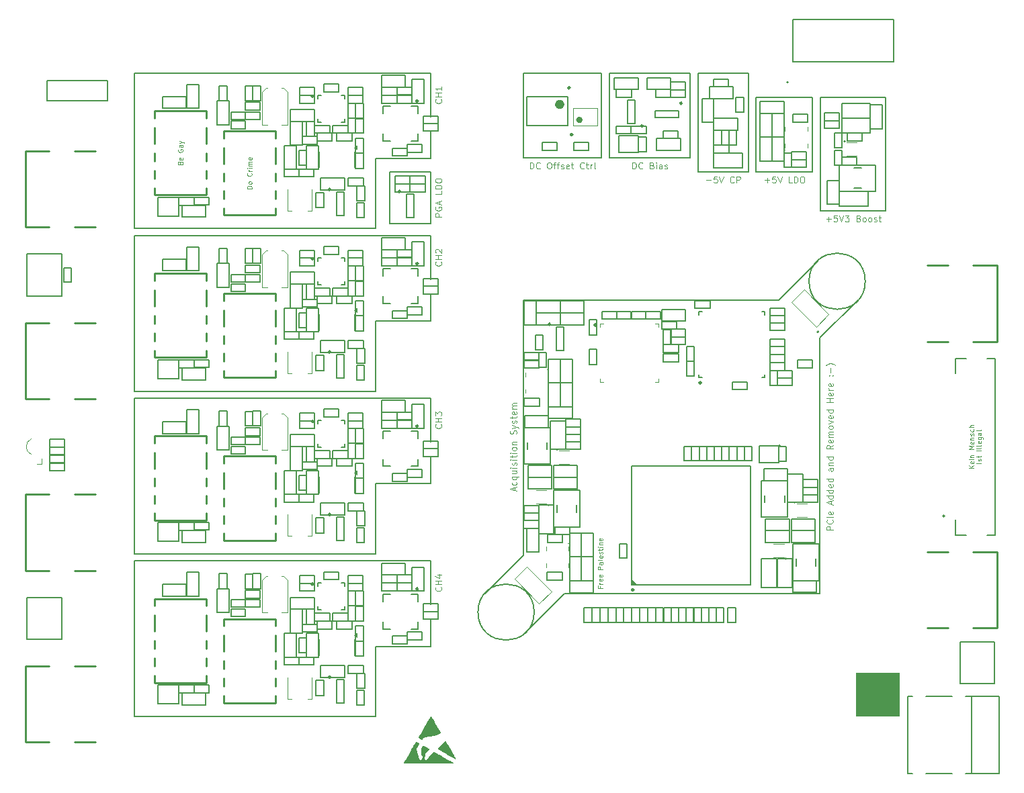
<source format=gbr>
%TF.GenerationSoftware,KiCad,Pcbnew,9.0.3*%
%TF.CreationDate,2025-08-04T19:38:52-04:00*%
%TF.ProjectId,Thunderscope_Rev5.1,5468756e-6465-4727-9363-6f70655f5265,rev?*%
%TF.SameCoordinates,Original*%
%TF.FileFunction,Legend,Top*%
%TF.FilePolarity,Positive*%
%FSLAX46Y46*%
G04 Gerber Fmt 4.6, Leading zero omitted, Abs format (unit mm)*
G04 Created by KiCad (PCBNEW 9.0.3) date 2025-08-04 19:38:52*
%MOMM*%
%LPD*%
G01*
G04 APERTURE LIST*
%ADD10C,0.150000*%
%ADD11C,0.100000*%
%ADD12C,0.120000*%
%ADD13C,0.127000*%
%ADD14C,0.254000*%
%ADD15C,0.200000*%
%ADD16C,0.250000*%
%ADD17C,0.155000*%
%ADD18C,0.400000*%
%ADD19C,0.010000*%
%ADD20C,0.000000*%
%ADD21C,0.600000*%
G04 APERTURE END LIST*
D10*
X100832395Y-79550990D02*
X131232395Y-79550990D01*
X132951096Y-72408600D02*
X138151095Y-72408600D01*
X138151095Y-78908600D01*
X132951096Y-78908600D01*
X132951096Y-72408600D01*
X131232395Y-141050990D02*
X131232395Y-132228600D01*
X138151095Y-65428600D02*
X138151095Y-59950990D01*
X100832395Y-100050990D02*
X131232395Y-100050990D01*
X138151095Y-91228600D02*
X138151095Y-87778600D01*
X131232395Y-91228600D02*
X138151095Y-91228600D01*
X100832395Y-80450990D02*
X100832395Y-100050990D01*
X100832395Y-100950990D02*
X100832395Y-120550990D01*
X179156072Y-63028598D02*
X186256072Y-63028598D01*
X186256072Y-72403600D01*
X179156072Y-72403600D01*
X179156072Y-63028598D01*
X100832395Y-59950990D02*
X100832395Y-79550990D01*
X100832395Y-121450990D02*
X100832395Y-141050990D01*
X171831072Y-59958598D02*
X178156072Y-59958598D01*
X178156072Y-72403600D01*
X171831072Y-72403600D01*
X171831072Y-59958598D01*
X138151095Y-126928600D02*
X138151095Y-121450990D01*
X100832395Y-80450990D02*
X138151095Y-80450990D01*
X100832395Y-120550990D02*
X131232395Y-120550990D01*
X131232395Y-79550990D02*
X131232395Y-70728600D01*
X138151095Y-132228600D02*
X138151095Y-128778600D01*
X131232395Y-132228600D02*
X138151095Y-132228600D01*
X131232395Y-100050990D02*
X131232395Y-91228600D01*
X100832395Y-59950990D02*
X138151095Y-59950990D01*
X138151095Y-70728600D02*
X138151095Y-67278600D01*
X138151095Y-85928600D02*
X138151095Y-80450990D01*
X149801095Y-59953600D02*
X159631072Y-59953600D01*
X159631072Y-70653600D01*
X149801095Y-70653600D01*
X149801095Y-59953600D01*
X138151095Y-106428600D02*
X138151095Y-100950990D01*
X131232395Y-70728600D02*
X138151095Y-70728600D01*
X138151095Y-111728600D02*
X138151095Y-108278600D01*
X100832395Y-121450990D02*
X138151095Y-121450990D01*
X100832395Y-100950990D02*
X138151095Y-100950990D01*
G36*
X191776095Y-135553600D02*
G01*
X197276095Y-135553600D01*
X197276095Y-141053600D01*
X191776095Y-141053600D01*
X191776095Y-135553600D01*
G37*
X100832395Y-141050990D02*
X131232395Y-141050990D01*
X160631072Y-59953602D02*
X170831072Y-59953602D01*
X170831072Y-70653600D01*
X160631072Y-70653600D01*
X160631072Y-59953602D01*
X131232395Y-111728600D02*
X138151095Y-111728600D01*
X131232395Y-120550990D02*
X131232395Y-111728600D01*
X187256072Y-63028598D02*
X195506071Y-63028598D01*
X195506071Y-77303600D01*
X187256072Y-77303600D01*
X187256072Y-63028598D01*
D11*
X139515990Y-78058599D02*
X138715990Y-78058599D01*
X138715990Y-78058599D02*
X138715990Y-77753837D01*
X138715990Y-77753837D02*
X138754085Y-77677647D01*
X138754085Y-77677647D02*
X138792180Y-77639552D01*
X138792180Y-77639552D02*
X138868371Y-77601456D01*
X138868371Y-77601456D02*
X138982656Y-77601456D01*
X138982656Y-77601456D02*
X139058847Y-77639552D01*
X139058847Y-77639552D02*
X139096942Y-77677647D01*
X139096942Y-77677647D02*
X139135037Y-77753837D01*
X139135037Y-77753837D02*
X139135037Y-78058599D01*
X138754085Y-76839552D02*
X138715990Y-76915742D01*
X138715990Y-76915742D02*
X138715990Y-77030028D01*
X138715990Y-77030028D02*
X138754085Y-77144314D01*
X138754085Y-77144314D02*
X138830275Y-77220504D01*
X138830275Y-77220504D02*
X138906466Y-77258599D01*
X138906466Y-77258599D02*
X139058847Y-77296695D01*
X139058847Y-77296695D02*
X139173133Y-77296695D01*
X139173133Y-77296695D02*
X139325514Y-77258599D01*
X139325514Y-77258599D02*
X139401704Y-77220504D01*
X139401704Y-77220504D02*
X139477895Y-77144314D01*
X139477895Y-77144314D02*
X139515990Y-77030028D01*
X139515990Y-77030028D02*
X139515990Y-76953837D01*
X139515990Y-76953837D02*
X139477895Y-76839552D01*
X139477895Y-76839552D02*
X139439799Y-76801456D01*
X139439799Y-76801456D02*
X139173133Y-76801456D01*
X139173133Y-76801456D02*
X139173133Y-76953837D01*
X139287418Y-76496695D02*
X139287418Y-76115742D01*
X139515990Y-76572885D02*
X138715990Y-76306218D01*
X138715990Y-76306218D02*
X139515990Y-76039552D01*
X139515990Y-74782409D02*
X139515990Y-75163361D01*
X139515990Y-75163361D02*
X138715990Y-75163361D01*
X139515990Y-74515742D02*
X138715990Y-74515742D01*
X138715990Y-74515742D02*
X138715990Y-74325266D01*
X138715990Y-74325266D02*
X138754085Y-74210980D01*
X138754085Y-74210980D02*
X138830275Y-74134790D01*
X138830275Y-74134790D02*
X138906466Y-74096695D01*
X138906466Y-74096695D02*
X139058847Y-74058599D01*
X139058847Y-74058599D02*
X139173133Y-74058599D01*
X139173133Y-74058599D02*
X139325514Y-74096695D01*
X139325514Y-74096695D02*
X139401704Y-74134790D01*
X139401704Y-74134790D02*
X139477895Y-74210980D01*
X139477895Y-74210980D02*
X139515990Y-74325266D01*
X139515990Y-74325266D02*
X139515990Y-74515742D01*
X138715990Y-73563361D02*
X138715990Y-73410980D01*
X138715990Y-73410980D02*
X138754085Y-73334790D01*
X138754085Y-73334790D02*
X138830275Y-73258599D01*
X138830275Y-73258599D02*
X138982656Y-73220504D01*
X138982656Y-73220504D02*
X139249323Y-73220504D01*
X139249323Y-73220504D02*
X139401704Y-73258599D01*
X139401704Y-73258599D02*
X139477895Y-73334790D01*
X139477895Y-73334790D02*
X139515990Y-73410980D01*
X139515990Y-73410980D02*
X139515990Y-73563361D01*
X139515990Y-73563361D02*
X139477895Y-73639552D01*
X139477895Y-73639552D02*
X139401704Y-73715742D01*
X139401704Y-73715742D02*
X139249323Y-73753838D01*
X139249323Y-73753838D02*
X138982656Y-73753838D01*
X138982656Y-73753838D02*
X138830275Y-73715742D01*
X138830275Y-73715742D02*
X138754085Y-73639552D01*
X138754085Y-73639552D02*
X138715990Y-73563361D01*
X139439799Y-104239565D02*
X139477895Y-104277661D01*
X139477895Y-104277661D02*
X139515990Y-104391946D01*
X139515990Y-104391946D02*
X139515990Y-104468137D01*
X139515990Y-104468137D02*
X139477895Y-104582423D01*
X139477895Y-104582423D02*
X139401704Y-104658613D01*
X139401704Y-104658613D02*
X139325514Y-104696708D01*
X139325514Y-104696708D02*
X139173133Y-104734804D01*
X139173133Y-104734804D02*
X139058847Y-104734804D01*
X139058847Y-104734804D02*
X138906466Y-104696708D01*
X138906466Y-104696708D02*
X138830275Y-104658613D01*
X138830275Y-104658613D02*
X138754085Y-104582423D01*
X138754085Y-104582423D02*
X138715990Y-104468137D01*
X138715990Y-104468137D02*
X138715990Y-104391946D01*
X138715990Y-104391946D02*
X138754085Y-104277661D01*
X138754085Y-104277661D02*
X138792180Y-104239565D01*
X139515990Y-103896708D02*
X138715990Y-103896708D01*
X139096942Y-103896708D02*
X139096942Y-103439565D01*
X139515990Y-103439565D02*
X138715990Y-103439565D01*
X138715990Y-103134804D02*
X138715990Y-102639566D01*
X138715990Y-102639566D02*
X139020752Y-102906232D01*
X139020752Y-102906232D02*
X139020752Y-102791947D01*
X139020752Y-102791947D02*
X139058847Y-102715756D01*
X139058847Y-102715756D02*
X139096942Y-102677661D01*
X139096942Y-102677661D02*
X139173133Y-102639566D01*
X139173133Y-102639566D02*
X139363609Y-102639566D01*
X139363609Y-102639566D02*
X139439799Y-102677661D01*
X139439799Y-102677661D02*
X139477895Y-102715756D01*
X139477895Y-102715756D02*
X139515990Y-102791947D01*
X139515990Y-102791947D02*
X139515990Y-103020518D01*
X139515990Y-103020518D02*
X139477895Y-103096709D01*
X139477895Y-103096709D02*
X139439799Y-103134804D01*
D12*
X159483140Y-124667885D02*
X159483140Y-124867885D01*
X159797426Y-124867885D02*
X159197426Y-124867885D01*
X159197426Y-124867885D02*
X159197426Y-124582171D01*
X159797426Y-124353599D02*
X159397426Y-124353599D01*
X159511712Y-124353599D02*
X159454569Y-124325028D01*
X159454569Y-124325028D02*
X159425997Y-124296457D01*
X159425997Y-124296457D02*
X159397426Y-124239314D01*
X159397426Y-124239314D02*
X159397426Y-124182171D01*
X159768855Y-123753599D02*
X159797426Y-123810742D01*
X159797426Y-123810742D02*
X159797426Y-123925028D01*
X159797426Y-123925028D02*
X159768855Y-123982170D01*
X159768855Y-123982170D02*
X159711712Y-124010742D01*
X159711712Y-124010742D02*
X159483140Y-124010742D01*
X159483140Y-124010742D02*
X159425997Y-123982170D01*
X159425997Y-123982170D02*
X159397426Y-123925028D01*
X159397426Y-123925028D02*
X159397426Y-123810742D01*
X159397426Y-123810742D02*
X159425997Y-123753599D01*
X159425997Y-123753599D02*
X159483140Y-123725028D01*
X159483140Y-123725028D02*
X159540283Y-123725028D01*
X159540283Y-123725028D02*
X159597426Y-124010742D01*
X159768855Y-123239313D02*
X159797426Y-123296456D01*
X159797426Y-123296456D02*
X159797426Y-123410742D01*
X159797426Y-123410742D02*
X159768855Y-123467884D01*
X159768855Y-123467884D02*
X159711712Y-123496456D01*
X159711712Y-123496456D02*
X159483140Y-123496456D01*
X159483140Y-123496456D02*
X159425997Y-123467884D01*
X159425997Y-123467884D02*
X159397426Y-123410742D01*
X159397426Y-123410742D02*
X159397426Y-123296456D01*
X159397426Y-123296456D02*
X159425997Y-123239313D01*
X159425997Y-123239313D02*
X159483140Y-123210742D01*
X159483140Y-123210742D02*
X159540283Y-123210742D01*
X159540283Y-123210742D02*
X159597426Y-123496456D01*
X159797426Y-122496455D02*
X159197426Y-122496455D01*
X159197426Y-122496455D02*
X159197426Y-122267884D01*
X159197426Y-122267884D02*
X159225997Y-122210741D01*
X159225997Y-122210741D02*
X159254569Y-122182170D01*
X159254569Y-122182170D02*
X159311712Y-122153598D01*
X159311712Y-122153598D02*
X159397426Y-122153598D01*
X159397426Y-122153598D02*
X159454569Y-122182170D01*
X159454569Y-122182170D02*
X159483140Y-122210741D01*
X159483140Y-122210741D02*
X159511712Y-122267884D01*
X159511712Y-122267884D02*
X159511712Y-122496455D01*
X159797426Y-121639313D02*
X159483140Y-121639313D01*
X159483140Y-121639313D02*
X159425997Y-121667884D01*
X159425997Y-121667884D02*
X159397426Y-121725027D01*
X159397426Y-121725027D02*
X159397426Y-121839313D01*
X159397426Y-121839313D02*
X159425997Y-121896455D01*
X159768855Y-121639313D02*
X159797426Y-121696455D01*
X159797426Y-121696455D02*
X159797426Y-121839313D01*
X159797426Y-121839313D02*
X159768855Y-121896455D01*
X159768855Y-121896455D02*
X159711712Y-121925027D01*
X159711712Y-121925027D02*
X159654569Y-121925027D01*
X159654569Y-121925027D02*
X159597426Y-121896455D01*
X159597426Y-121896455D02*
X159568855Y-121839313D01*
X159568855Y-121839313D02*
X159568855Y-121696455D01*
X159568855Y-121696455D02*
X159540283Y-121639313D01*
X159797426Y-121267884D02*
X159768855Y-121325027D01*
X159768855Y-121325027D02*
X159711712Y-121353598D01*
X159711712Y-121353598D02*
X159197426Y-121353598D01*
X159768855Y-120810741D02*
X159797426Y-120867884D01*
X159797426Y-120867884D02*
X159797426Y-120982170D01*
X159797426Y-120982170D02*
X159768855Y-121039312D01*
X159768855Y-121039312D02*
X159711712Y-121067884D01*
X159711712Y-121067884D02*
X159483140Y-121067884D01*
X159483140Y-121067884D02*
X159425997Y-121039312D01*
X159425997Y-121039312D02*
X159397426Y-120982170D01*
X159397426Y-120982170D02*
X159397426Y-120867884D01*
X159397426Y-120867884D02*
X159425997Y-120810741D01*
X159425997Y-120810741D02*
X159483140Y-120782170D01*
X159483140Y-120782170D02*
X159540283Y-120782170D01*
X159540283Y-120782170D02*
X159597426Y-121067884D01*
X159768855Y-120553598D02*
X159797426Y-120496455D01*
X159797426Y-120496455D02*
X159797426Y-120382169D01*
X159797426Y-120382169D02*
X159768855Y-120325026D01*
X159768855Y-120325026D02*
X159711712Y-120296455D01*
X159711712Y-120296455D02*
X159683140Y-120296455D01*
X159683140Y-120296455D02*
X159625997Y-120325026D01*
X159625997Y-120325026D02*
X159597426Y-120382169D01*
X159597426Y-120382169D02*
X159597426Y-120467884D01*
X159597426Y-120467884D02*
X159568855Y-120525026D01*
X159568855Y-120525026D02*
X159511712Y-120553598D01*
X159511712Y-120553598D02*
X159483140Y-120553598D01*
X159483140Y-120553598D02*
X159425997Y-120525026D01*
X159425997Y-120525026D02*
X159397426Y-120467884D01*
X159397426Y-120467884D02*
X159397426Y-120382169D01*
X159397426Y-120382169D02*
X159425997Y-120325026D01*
X159397426Y-120125027D02*
X159397426Y-119896455D01*
X159197426Y-120039312D02*
X159711712Y-120039312D01*
X159711712Y-120039312D02*
X159768855Y-120010741D01*
X159768855Y-120010741D02*
X159797426Y-119953598D01*
X159797426Y-119953598D02*
X159797426Y-119896455D01*
X159797426Y-119696455D02*
X159397426Y-119696455D01*
X159197426Y-119696455D02*
X159225997Y-119725027D01*
X159225997Y-119725027D02*
X159254569Y-119696455D01*
X159254569Y-119696455D02*
X159225997Y-119667884D01*
X159225997Y-119667884D02*
X159197426Y-119696455D01*
X159197426Y-119696455D02*
X159254569Y-119696455D01*
X159397426Y-119410741D02*
X159797426Y-119410741D01*
X159454569Y-119410741D02*
X159425997Y-119382170D01*
X159425997Y-119382170D02*
X159397426Y-119325027D01*
X159397426Y-119325027D02*
X159397426Y-119239313D01*
X159397426Y-119239313D02*
X159425997Y-119182170D01*
X159425997Y-119182170D02*
X159483140Y-119153599D01*
X159483140Y-119153599D02*
X159797426Y-119153599D01*
X159768855Y-118639313D02*
X159797426Y-118696456D01*
X159797426Y-118696456D02*
X159797426Y-118810742D01*
X159797426Y-118810742D02*
X159768855Y-118867884D01*
X159768855Y-118867884D02*
X159711712Y-118896456D01*
X159711712Y-118896456D02*
X159483140Y-118896456D01*
X159483140Y-118896456D02*
X159425997Y-118867884D01*
X159425997Y-118867884D02*
X159397426Y-118810742D01*
X159397426Y-118810742D02*
X159397426Y-118696456D01*
X159397426Y-118696456D02*
X159425997Y-118639313D01*
X159425997Y-118639313D02*
X159483140Y-118610742D01*
X159483140Y-118610742D02*
X159540283Y-118610742D01*
X159540283Y-118610742D02*
X159597426Y-118896456D01*
D11*
X148737418Y-112577410D02*
X148737418Y-112196457D01*
X148965990Y-112653600D02*
X148165990Y-112386933D01*
X148165990Y-112386933D02*
X148965990Y-112120267D01*
X148927895Y-111510743D02*
X148965990Y-111586934D01*
X148965990Y-111586934D02*
X148965990Y-111739315D01*
X148965990Y-111739315D02*
X148927895Y-111815505D01*
X148927895Y-111815505D02*
X148889799Y-111853600D01*
X148889799Y-111853600D02*
X148813609Y-111891696D01*
X148813609Y-111891696D02*
X148585037Y-111891696D01*
X148585037Y-111891696D02*
X148508847Y-111853600D01*
X148508847Y-111853600D02*
X148470752Y-111815505D01*
X148470752Y-111815505D02*
X148432656Y-111739315D01*
X148432656Y-111739315D02*
X148432656Y-111586934D01*
X148432656Y-111586934D02*
X148470752Y-111510743D01*
X148432656Y-110825029D02*
X149232656Y-110825029D01*
X148927895Y-110825029D02*
X148965990Y-110901220D01*
X148965990Y-110901220D02*
X148965990Y-111053601D01*
X148965990Y-111053601D02*
X148927895Y-111129791D01*
X148927895Y-111129791D02*
X148889799Y-111167886D01*
X148889799Y-111167886D02*
X148813609Y-111205982D01*
X148813609Y-111205982D02*
X148585037Y-111205982D01*
X148585037Y-111205982D02*
X148508847Y-111167886D01*
X148508847Y-111167886D02*
X148470752Y-111129791D01*
X148470752Y-111129791D02*
X148432656Y-111053601D01*
X148432656Y-111053601D02*
X148432656Y-110901220D01*
X148432656Y-110901220D02*
X148470752Y-110825029D01*
X148432656Y-110101219D02*
X148965990Y-110101219D01*
X148432656Y-110444076D02*
X148851704Y-110444076D01*
X148851704Y-110444076D02*
X148927895Y-110405981D01*
X148927895Y-110405981D02*
X148965990Y-110329791D01*
X148965990Y-110329791D02*
X148965990Y-110215505D01*
X148965990Y-110215505D02*
X148927895Y-110139314D01*
X148927895Y-110139314D02*
X148889799Y-110101219D01*
X148965990Y-109720266D02*
X148432656Y-109720266D01*
X148165990Y-109720266D02*
X148204085Y-109758362D01*
X148204085Y-109758362D02*
X148242180Y-109720266D01*
X148242180Y-109720266D02*
X148204085Y-109682171D01*
X148204085Y-109682171D02*
X148165990Y-109720266D01*
X148165990Y-109720266D02*
X148242180Y-109720266D01*
X148927895Y-109377410D02*
X148965990Y-109301219D01*
X148965990Y-109301219D02*
X148965990Y-109148838D01*
X148965990Y-109148838D02*
X148927895Y-109072648D01*
X148927895Y-109072648D02*
X148851704Y-109034552D01*
X148851704Y-109034552D02*
X148813609Y-109034552D01*
X148813609Y-109034552D02*
X148737418Y-109072648D01*
X148737418Y-109072648D02*
X148699323Y-109148838D01*
X148699323Y-109148838D02*
X148699323Y-109263124D01*
X148699323Y-109263124D02*
X148661228Y-109339314D01*
X148661228Y-109339314D02*
X148585037Y-109377410D01*
X148585037Y-109377410D02*
X148546942Y-109377410D01*
X148546942Y-109377410D02*
X148470752Y-109339314D01*
X148470752Y-109339314D02*
X148432656Y-109263124D01*
X148432656Y-109263124D02*
X148432656Y-109148838D01*
X148432656Y-109148838D02*
X148470752Y-109072648D01*
X148965990Y-108691695D02*
X148432656Y-108691695D01*
X148165990Y-108691695D02*
X148204085Y-108729791D01*
X148204085Y-108729791D02*
X148242180Y-108691695D01*
X148242180Y-108691695D02*
X148204085Y-108653600D01*
X148204085Y-108653600D02*
X148165990Y-108691695D01*
X148165990Y-108691695D02*
X148242180Y-108691695D01*
X148432656Y-108425029D02*
X148432656Y-108120267D01*
X148165990Y-108310743D02*
X148851704Y-108310743D01*
X148851704Y-108310743D02*
X148927895Y-108272648D01*
X148927895Y-108272648D02*
X148965990Y-108196458D01*
X148965990Y-108196458D02*
X148965990Y-108120267D01*
X148965990Y-107853600D02*
X148432656Y-107853600D01*
X148165990Y-107853600D02*
X148204085Y-107891696D01*
X148204085Y-107891696D02*
X148242180Y-107853600D01*
X148242180Y-107853600D02*
X148204085Y-107815505D01*
X148204085Y-107815505D02*
X148165990Y-107853600D01*
X148165990Y-107853600D02*
X148242180Y-107853600D01*
X148965990Y-107358363D02*
X148927895Y-107434553D01*
X148927895Y-107434553D02*
X148889799Y-107472648D01*
X148889799Y-107472648D02*
X148813609Y-107510744D01*
X148813609Y-107510744D02*
X148585037Y-107510744D01*
X148585037Y-107510744D02*
X148508847Y-107472648D01*
X148508847Y-107472648D02*
X148470752Y-107434553D01*
X148470752Y-107434553D02*
X148432656Y-107358363D01*
X148432656Y-107358363D02*
X148432656Y-107244077D01*
X148432656Y-107244077D02*
X148470752Y-107167886D01*
X148470752Y-107167886D02*
X148508847Y-107129791D01*
X148508847Y-107129791D02*
X148585037Y-107091696D01*
X148585037Y-107091696D02*
X148813609Y-107091696D01*
X148813609Y-107091696D02*
X148889799Y-107129791D01*
X148889799Y-107129791D02*
X148927895Y-107167886D01*
X148927895Y-107167886D02*
X148965990Y-107244077D01*
X148965990Y-107244077D02*
X148965990Y-107358363D01*
X148432656Y-106748838D02*
X148965990Y-106748838D01*
X148508847Y-106748838D02*
X148470752Y-106710743D01*
X148470752Y-106710743D02*
X148432656Y-106634553D01*
X148432656Y-106634553D02*
X148432656Y-106520267D01*
X148432656Y-106520267D02*
X148470752Y-106444076D01*
X148470752Y-106444076D02*
X148546942Y-106405981D01*
X148546942Y-106405981D02*
X148965990Y-106405981D01*
X148927895Y-105453600D02*
X148965990Y-105339314D01*
X148965990Y-105339314D02*
X148965990Y-105148838D01*
X148965990Y-105148838D02*
X148927895Y-105072647D01*
X148927895Y-105072647D02*
X148889799Y-105034552D01*
X148889799Y-105034552D02*
X148813609Y-104996457D01*
X148813609Y-104996457D02*
X148737418Y-104996457D01*
X148737418Y-104996457D02*
X148661228Y-105034552D01*
X148661228Y-105034552D02*
X148623133Y-105072647D01*
X148623133Y-105072647D02*
X148585037Y-105148838D01*
X148585037Y-105148838D02*
X148546942Y-105301219D01*
X148546942Y-105301219D02*
X148508847Y-105377409D01*
X148508847Y-105377409D02*
X148470752Y-105415504D01*
X148470752Y-105415504D02*
X148394561Y-105453600D01*
X148394561Y-105453600D02*
X148318371Y-105453600D01*
X148318371Y-105453600D02*
X148242180Y-105415504D01*
X148242180Y-105415504D02*
X148204085Y-105377409D01*
X148204085Y-105377409D02*
X148165990Y-105301219D01*
X148165990Y-105301219D02*
X148165990Y-105110742D01*
X148165990Y-105110742D02*
X148204085Y-104996457D01*
X148432656Y-104729790D02*
X148965990Y-104539314D01*
X148432656Y-104348837D02*
X148965990Y-104539314D01*
X148965990Y-104539314D02*
X149156466Y-104615504D01*
X149156466Y-104615504D02*
X149194561Y-104653599D01*
X149194561Y-104653599D02*
X149232656Y-104729790D01*
X148927895Y-104082171D02*
X148965990Y-104005980D01*
X148965990Y-104005980D02*
X148965990Y-103853599D01*
X148965990Y-103853599D02*
X148927895Y-103777409D01*
X148927895Y-103777409D02*
X148851704Y-103739313D01*
X148851704Y-103739313D02*
X148813609Y-103739313D01*
X148813609Y-103739313D02*
X148737418Y-103777409D01*
X148737418Y-103777409D02*
X148699323Y-103853599D01*
X148699323Y-103853599D02*
X148699323Y-103967885D01*
X148699323Y-103967885D02*
X148661228Y-104044075D01*
X148661228Y-104044075D02*
X148585037Y-104082171D01*
X148585037Y-104082171D02*
X148546942Y-104082171D01*
X148546942Y-104082171D02*
X148470752Y-104044075D01*
X148470752Y-104044075D02*
X148432656Y-103967885D01*
X148432656Y-103967885D02*
X148432656Y-103853599D01*
X148432656Y-103853599D02*
X148470752Y-103777409D01*
X148432656Y-103510742D02*
X148432656Y-103205980D01*
X148165990Y-103396456D02*
X148851704Y-103396456D01*
X148851704Y-103396456D02*
X148927895Y-103358361D01*
X148927895Y-103358361D02*
X148965990Y-103282171D01*
X148965990Y-103282171D02*
X148965990Y-103205980D01*
X148927895Y-102634551D02*
X148965990Y-102710742D01*
X148965990Y-102710742D02*
X148965990Y-102863123D01*
X148965990Y-102863123D02*
X148927895Y-102939313D01*
X148927895Y-102939313D02*
X148851704Y-102977409D01*
X148851704Y-102977409D02*
X148546942Y-102977409D01*
X148546942Y-102977409D02*
X148470752Y-102939313D01*
X148470752Y-102939313D02*
X148432656Y-102863123D01*
X148432656Y-102863123D02*
X148432656Y-102710742D01*
X148432656Y-102710742D02*
X148470752Y-102634551D01*
X148470752Y-102634551D02*
X148546942Y-102596456D01*
X148546942Y-102596456D02*
X148623133Y-102596456D01*
X148623133Y-102596456D02*
X148699323Y-102977409D01*
X148965990Y-102253599D02*
X148432656Y-102253599D01*
X148508847Y-102253599D02*
X148470752Y-102215504D01*
X148470752Y-102215504D02*
X148432656Y-102139314D01*
X148432656Y-102139314D02*
X148432656Y-102025028D01*
X148432656Y-102025028D02*
X148470752Y-101948837D01*
X148470752Y-101948837D02*
X148546942Y-101910742D01*
X148546942Y-101910742D02*
X148965990Y-101910742D01*
X148546942Y-101910742D02*
X148470752Y-101872647D01*
X148470752Y-101872647D02*
X148432656Y-101796456D01*
X148432656Y-101796456D02*
X148432656Y-101682171D01*
X148432656Y-101682171D02*
X148470752Y-101605980D01*
X148470752Y-101605980D02*
X148546942Y-101567885D01*
X148546942Y-101567885D02*
X148965990Y-101567885D01*
X172860239Y-73463733D02*
X173469763Y-73463733D01*
X174231667Y-72968495D02*
X173850715Y-72968495D01*
X173850715Y-72968495D02*
X173812619Y-73349447D01*
X173812619Y-73349447D02*
X173850715Y-73311352D01*
X173850715Y-73311352D02*
X173926905Y-73273257D01*
X173926905Y-73273257D02*
X174117381Y-73273257D01*
X174117381Y-73273257D02*
X174193572Y-73311352D01*
X174193572Y-73311352D02*
X174231667Y-73349447D01*
X174231667Y-73349447D02*
X174269762Y-73425638D01*
X174269762Y-73425638D02*
X174269762Y-73616114D01*
X174269762Y-73616114D02*
X174231667Y-73692304D01*
X174231667Y-73692304D02*
X174193572Y-73730400D01*
X174193572Y-73730400D02*
X174117381Y-73768495D01*
X174117381Y-73768495D02*
X173926905Y-73768495D01*
X173926905Y-73768495D02*
X173850715Y-73730400D01*
X173850715Y-73730400D02*
X173812619Y-73692304D01*
X174498334Y-72968495D02*
X174765001Y-73768495D01*
X174765001Y-73768495D02*
X175031667Y-72968495D01*
X176365001Y-73692304D02*
X176326905Y-73730400D01*
X176326905Y-73730400D02*
X176212620Y-73768495D01*
X176212620Y-73768495D02*
X176136429Y-73768495D01*
X176136429Y-73768495D02*
X176022143Y-73730400D01*
X176022143Y-73730400D02*
X175945953Y-73654209D01*
X175945953Y-73654209D02*
X175907858Y-73578019D01*
X175907858Y-73578019D02*
X175869762Y-73425638D01*
X175869762Y-73425638D02*
X175869762Y-73311352D01*
X175869762Y-73311352D02*
X175907858Y-73158971D01*
X175907858Y-73158971D02*
X175945953Y-73082780D01*
X175945953Y-73082780D02*
X176022143Y-73006590D01*
X176022143Y-73006590D02*
X176136429Y-72968495D01*
X176136429Y-72968495D02*
X176212620Y-72968495D01*
X176212620Y-72968495D02*
X176326905Y-73006590D01*
X176326905Y-73006590D02*
X176365001Y-73044685D01*
X176707858Y-73768495D02*
X176707858Y-72968495D01*
X176707858Y-72968495D02*
X177012620Y-72968495D01*
X177012620Y-72968495D02*
X177088810Y-73006590D01*
X177088810Y-73006590D02*
X177126905Y-73044685D01*
X177126905Y-73044685D02*
X177165001Y-73120876D01*
X177165001Y-73120876D02*
X177165001Y-73235161D01*
X177165001Y-73235161D02*
X177126905Y-73311352D01*
X177126905Y-73311352D02*
X177088810Y-73349447D01*
X177088810Y-73349447D02*
X177012620Y-73387542D01*
X177012620Y-73387542D02*
X176707858Y-73387542D01*
X180229882Y-73463733D02*
X180839406Y-73463733D01*
X180534644Y-73768495D02*
X180534644Y-73158971D01*
X181601310Y-72968495D02*
X181220358Y-72968495D01*
X181220358Y-72968495D02*
X181182262Y-73349447D01*
X181182262Y-73349447D02*
X181220358Y-73311352D01*
X181220358Y-73311352D02*
X181296548Y-73273257D01*
X181296548Y-73273257D02*
X181487024Y-73273257D01*
X181487024Y-73273257D02*
X181563215Y-73311352D01*
X181563215Y-73311352D02*
X181601310Y-73349447D01*
X181601310Y-73349447D02*
X181639405Y-73425638D01*
X181639405Y-73425638D02*
X181639405Y-73616114D01*
X181639405Y-73616114D02*
X181601310Y-73692304D01*
X181601310Y-73692304D02*
X181563215Y-73730400D01*
X181563215Y-73730400D02*
X181487024Y-73768495D01*
X181487024Y-73768495D02*
X181296548Y-73768495D01*
X181296548Y-73768495D02*
X181220358Y-73730400D01*
X181220358Y-73730400D02*
X181182262Y-73692304D01*
X181867977Y-72968495D02*
X182134644Y-73768495D01*
X182134644Y-73768495D02*
X182401310Y-72968495D01*
X183658453Y-73768495D02*
X183277501Y-73768495D01*
X183277501Y-73768495D02*
X183277501Y-72968495D01*
X183925120Y-73768495D02*
X183925120Y-72968495D01*
X183925120Y-72968495D02*
X184115596Y-72968495D01*
X184115596Y-72968495D02*
X184229882Y-73006590D01*
X184229882Y-73006590D02*
X184306072Y-73082780D01*
X184306072Y-73082780D02*
X184344167Y-73158971D01*
X184344167Y-73158971D02*
X184382263Y-73311352D01*
X184382263Y-73311352D02*
X184382263Y-73425638D01*
X184382263Y-73425638D02*
X184344167Y-73578019D01*
X184344167Y-73578019D02*
X184306072Y-73654209D01*
X184306072Y-73654209D02*
X184229882Y-73730400D01*
X184229882Y-73730400D02*
X184115596Y-73768495D01*
X184115596Y-73768495D02*
X183925120Y-73768495D01*
X184877501Y-72968495D02*
X185029882Y-72968495D01*
X185029882Y-72968495D02*
X185106072Y-73006590D01*
X185106072Y-73006590D02*
X185182263Y-73082780D01*
X185182263Y-73082780D02*
X185220358Y-73235161D01*
X185220358Y-73235161D02*
X185220358Y-73501828D01*
X185220358Y-73501828D02*
X185182263Y-73654209D01*
X185182263Y-73654209D02*
X185106072Y-73730400D01*
X185106072Y-73730400D02*
X185029882Y-73768495D01*
X185029882Y-73768495D02*
X184877501Y-73768495D01*
X184877501Y-73768495D02*
X184801310Y-73730400D01*
X184801310Y-73730400D02*
X184725120Y-73654209D01*
X184725120Y-73654209D02*
X184687024Y-73501828D01*
X184687024Y-73501828D02*
X184687024Y-73235161D01*
X184687024Y-73235161D02*
X184725120Y-73082780D01*
X184725120Y-73082780D02*
X184801310Y-73006590D01*
X184801310Y-73006590D02*
X184877501Y-72968495D01*
X139439799Y-83739565D02*
X139477895Y-83777661D01*
X139477895Y-83777661D02*
X139515990Y-83891946D01*
X139515990Y-83891946D02*
X139515990Y-83968137D01*
X139515990Y-83968137D02*
X139477895Y-84082423D01*
X139477895Y-84082423D02*
X139401704Y-84158613D01*
X139401704Y-84158613D02*
X139325514Y-84196708D01*
X139325514Y-84196708D02*
X139173133Y-84234804D01*
X139173133Y-84234804D02*
X139058847Y-84234804D01*
X139058847Y-84234804D02*
X138906466Y-84196708D01*
X138906466Y-84196708D02*
X138830275Y-84158613D01*
X138830275Y-84158613D02*
X138754085Y-84082423D01*
X138754085Y-84082423D02*
X138715990Y-83968137D01*
X138715990Y-83968137D02*
X138715990Y-83891946D01*
X138715990Y-83891946D02*
X138754085Y-83777661D01*
X138754085Y-83777661D02*
X138792180Y-83739565D01*
X139515990Y-83396708D02*
X138715990Y-83396708D01*
X139096942Y-83396708D02*
X139096942Y-82939565D01*
X139515990Y-82939565D02*
X138715990Y-82939565D01*
X138792180Y-82596709D02*
X138754085Y-82558613D01*
X138754085Y-82558613D02*
X138715990Y-82482423D01*
X138715990Y-82482423D02*
X138715990Y-82291947D01*
X138715990Y-82291947D02*
X138754085Y-82215756D01*
X138754085Y-82215756D02*
X138792180Y-82177661D01*
X138792180Y-82177661D02*
X138868371Y-82139566D01*
X138868371Y-82139566D02*
X138944561Y-82139566D01*
X138944561Y-82139566D02*
X139058847Y-82177661D01*
X139058847Y-82177661D02*
X139515990Y-82634804D01*
X139515990Y-82634804D02*
X139515990Y-82139566D01*
X139439799Y-63242175D02*
X139477895Y-63280271D01*
X139477895Y-63280271D02*
X139515990Y-63394556D01*
X139515990Y-63394556D02*
X139515990Y-63470747D01*
X139515990Y-63470747D02*
X139477895Y-63585033D01*
X139477895Y-63585033D02*
X139401704Y-63661223D01*
X139401704Y-63661223D02*
X139325514Y-63699318D01*
X139325514Y-63699318D02*
X139173133Y-63737414D01*
X139173133Y-63737414D02*
X139058847Y-63737414D01*
X139058847Y-63737414D02*
X138906466Y-63699318D01*
X138906466Y-63699318D02*
X138830275Y-63661223D01*
X138830275Y-63661223D02*
X138754085Y-63585033D01*
X138754085Y-63585033D02*
X138715990Y-63470747D01*
X138715990Y-63470747D02*
X138715990Y-63394556D01*
X138715990Y-63394556D02*
X138754085Y-63280271D01*
X138754085Y-63280271D02*
X138792180Y-63242175D01*
X139515990Y-62899318D02*
X138715990Y-62899318D01*
X139096942Y-62899318D02*
X139096942Y-62442175D01*
X139515990Y-62442175D02*
X138715990Y-62442175D01*
X139515990Y-61642176D02*
X139515990Y-62099319D01*
X139515990Y-61870747D02*
X138715990Y-61870747D01*
X138715990Y-61870747D02*
X138830275Y-61946938D01*
X138830275Y-61946938D02*
X138906466Y-62023128D01*
X138906466Y-62023128D02*
X138944561Y-62099319D01*
X139439799Y-124739565D02*
X139477895Y-124777661D01*
X139477895Y-124777661D02*
X139515990Y-124891946D01*
X139515990Y-124891946D02*
X139515990Y-124968137D01*
X139515990Y-124968137D02*
X139477895Y-125082423D01*
X139477895Y-125082423D02*
X139401704Y-125158613D01*
X139401704Y-125158613D02*
X139325514Y-125196708D01*
X139325514Y-125196708D02*
X139173133Y-125234804D01*
X139173133Y-125234804D02*
X139058847Y-125234804D01*
X139058847Y-125234804D02*
X138906466Y-125196708D01*
X138906466Y-125196708D02*
X138830275Y-125158613D01*
X138830275Y-125158613D02*
X138754085Y-125082423D01*
X138754085Y-125082423D02*
X138715990Y-124968137D01*
X138715990Y-124968137D02*
X138715990Y-124891946D01*
X138715990Y-124891946D02*
X138754085Y-124777661D01*
X138754085Y-124777661D02*
X138792180Y-124739565D01*
X139515990Y-124396708D02*
X138715990Y-124396708D01*
X139096942Y-124396708D02*
X139096942Y-123939565D01*
X139515990Y-123939565D02*
X138715990Y-123939565D01*
X138982656Y-123215756D02*
X139515990Y-123215756D01*
X138677895Y-123406232D02*
X139249323Y-123596709D01*
X139249323Y-123596709D02*
X139249323Y-123101470D01*
D12*
X206564443Y-109753599D02*
X205964443Y-109753599D01*
X206564443Y-109410742D02*
X206221586Y-109667885D01*
X205964443Y-109410742D02*
X206307300Y-109753599D01*
X206535872Y-108925028D02*
X206564443Y-108982171D01*
X206564443Y-108982171D02*
X206564443Y-109096457D01*
X206564443Y-109096457D02*
X206535872Y-109153599D01*
X206535872Y-109153599D02*
X206478729Y-109182171D01*
X206478729Y-109182171D02*
X206250157Y-109182171D01*
X206250157Y-109182171D02*
X206193014Y-109153599D01*
X206193014Y-109153599D02*
X206164443Y-109096457D01*
X206164443Y-109096457D02*
X206164443Y-108982171D01*
X206164443Y-108982171D02*
X206193014Y-108925028D01*
X206193014Y-108925028D02*
X206250157Y-108896457D01*
X206250157Y-108896457D02*
X206307300Y-108896457D01*
X206307300Y-108896457D02*
X206364443Y-109182171D01*
X206564443Y-108639313D02*
X206164443Y-108639313D01*
X205964443Y-108639313D02*
X205993014Y-108667885D01*
X205993014Y-108667885D02*
X206021586Y-108639313D01*
X206021586Y-108639313D02*
X205993014Y-108610742D01*
X205993014Y-108610742D02*
X205964443Y-108639313D01*
X205964443Y-108639313D02*
X206021586Y-108639313D01*
X206164443Y-108353599D02*
X206564443Y-108353599D01*
X206221586Y-108353599D02*
X206193014Y-108325028D01*
X206193014Y-108325028D02*
X206164443Y-108267885D01*
X206164443Y-108267885D02*
X206164443Y-108182171D01*
X206164443Y-108182171D02*
X206193014Y-108125028D01*
X206193014Y-108125028D02*
X206250157Y-108096457D01*
X206250157Y-108096457D02*
X206564443Y-108096457D01*
X206564443Y-107353599D02*
X205964443Y-107353599D01*
X205964443Y-107353599D02*
X206393014Y-107153599D01*
X206393014Y-107153599D02*
X205964443Y-106953599D01*
X205964443Y-106953599D02*
X206564443Y-106953599D01*
X206535872Y-106439314D02*
X206564443Y-106496457D01*
X206564443Y-106496457D02*
X206564443Y-106610743D01*
X206564443Y-106610743D02*
X206535872Y-106667885D01*
X206535872Y-106667885D02*
X206478729Y-106696457D01*
X206478729Y-106696457D02*
X206250157Y-106696457D01*
X206250157Y-106696457D02*
X206193014Y-106667885D01*
X206193014Y-106667885D02*
X206164443Y-106610743D01*
X206164443Y-106610743D02*
X206164443Y-106496457D01*
X206164443Y-106496457D02*
X206193014Y-106439314D01*
X206193014Y-106439314D02*
X206250157Y-106410743D01*
X206250157Y-106410743D02*
X206307300Y-106410743D01*
X206307300Y-106410743D02*
X206364443Y-106696457D01*
X206164443Y-106153599D02*
X206564443Y-106153599D01*
X206221586Y-106153599D02*
X206193014Y-106125028D01*
X206193014Y-106125028D02*
X206164443Y-106067885D01*
X206164443Y-106067885D02*
X206164443Y-105982171D01*
X206164443Y-105982171D02*
X206193014Y-105925028D01*
X206193014Y-105925028D02*
X206250157Y-105896457D01*
X206250157Y-105896457D02*
X206564443Y-105896457D01*
X206535872Y-105639314D02*
X206564443Y-105582171D01*
X206564443Y-105582171D02*
X206564443Y-105467885D01*
X206564443Y-105467885D02*
X206535872Y-105410742D01*
X206535872Y-105410742D02*
X206478729Y-105382171D01*
X206478729Y-105382171D02*
X206450157Y-105382171D01*
X206450157Y-105382171D02*
X206393014Y-105410742D01*
X206393014Y-105410742D02*
X206364443Y-105467885D01*
X206364443Y-105467885D02*
X206364443Y-105553600D01*
X206364443Y-105553600D02*
X206335872Y-105610742D01*
X206335872Y-105610742D02*
X206278729Y-105639314D01*
X206278729Y-105639314D02*
X206250157Y-105639314D01*
X206250157Y-105639314D02*
X206193014Y-105610742D01*
X206193014Y-105610742D02*
X206164443Y-105553600D01*
X206164443Y-105553600D02*
X206164443Y-105467885D01*
X206164443Y-105467885D02*
X206193014Y-105410742D01*
X206535872Y-104867886D02*
X206564443Y-104925028D01*
X206564443Y-104925028D02*
X206564443Y-105039314D01*
X206564443Y-105039314D02*
X206535872Y-105096457D01*
X206535872Y-105096457D02*
X206507300Y-105125028D01*
X206507300Y-105125028D02*
X206450157Y-105153600D01*
X206450157Y-105153600D02*
X206278729Y-105153600D01*
X206278729Y-105153600D02*
X206221586Y-105125028D01*
X206221586Y-105125028D02*
X206193014Y-105096457D01*
X206193014Y-105096457D02*
X206164443Y-105039314D01*
X206164443Y-105039314D02*
X206164443Y-104925028D01*
X206164443Y-104925028D02*
X206193014Y-104867886D01*
X206564443Y-104610742D02*
X205964443Y-104610742D01*
X206564443Y-104353600D02*
X206250157Y-104353600D01*
X206250157Y-104353600D02*
X206193014Y-104382171D01*
X206193014Y-104382171D02*
X206164443Y-104439314D01*
X206164443Y-104439314D02*
X206164443Y-104525028D01*
X206164443Y-104525028D02*
X206193014Y-104582171D01*
X206193014Y-104582171D02*
X206221586Y-104610742D01*
X207530409Y-109110742D02*
X206930409Y-109110742D01*
X207501838Y-108853600D02*
X207530409Y-108796457D01*
X207530409Y-108796457D02*
X207530409Y-108682171D01*
X207530409Y-108682171D02*
X207501838Y-108625028D01*
X207501838Y-108625028D02*
X207444695Y-108596457D01*
X207444695Y-108596457D02*
X207416123Y-108596457D01*
X207416123Y-108596457D02*
X207358980Y-108625028D01*
X207358980Y-108625028D02*
X207330409Y-108682171D01*
X207330409Y-108682171D02*
X207330409Y-108767886D01*
X207330409Y-108767886D02*
X207301838Y-108825028D01*
X207301838Y-108825028D02*
X207244695Y-108853600D01*
X207244695Y-108853600D02*
X207216123Y-108853600D01*
X207216123Y-108853600D02*
X207158980Y-108825028D01*
X207158980Y-108825028D02*
X207130409Y-108767886D01*
X207130409Y-108767886D02*
X207130409Y-108682171D01*
X207130409Y-108682171D02*
X207158980Y-108625028D01*
X207130409Y-108425029D02*
X207130409Y-108196457D01*
X206930409Y-108339314D02*
X207444695Y-108339314D01*
X207444695Y-108339314D02*
X207501838Y-108310743D01*
X207501838Y-108310743D02*
X207530409Y-108253600D01*
X207530409Y-108253600D02*
X207530409Y-108196457D01*
X207530409Y-107539314D02*
X206930409Y-107539314D01*
X207530409Y-107167886D02*
X207501838Y-107225029D01*
X207501838Y-107225029D02*
X207444695Y-107253600D01*
X207444695Y-107253600D02*
X206930409Y-107253600D01*
X207530409Y-106853600D02*
X207501838Y-106910743D01*
X207501838Y-106910743D02*
X207444695Y-106939314D01*
X207444695Y-106939314D02*
X206930409Y-106939314D01*
X207501838Y-106396457D02*
X207530409Y-106453600D01*
X207530409Y-106453600D02*
X207530409Y-106567886D01*
X207530409Y-106567886D02*
X207501838Y-106625028D01*
X207501838Y-106625028D02*
X207444695Y-106653600D01*
X207444695Y-106653600D02*
X207216123Y-106653600D01*
X207216123Y-106653600D02*
X207158980Y-106625028D01*
X207158980Y-106625028D02*
X207130409Y-106567886D01*
X207130409Y-106567886D02*
X207130409Y-106453600D01*
X207130409Y-106453600D02*
X207158980Y-106396457D01*
X207158980Y-106396457D02*
X207216123Y-106367886D01*
X207216123Y-106367886D02*
X207273266Y-106367886D01*
X207273266Y-106367886D02*
X207330409Y-106653600D01*
X207130409Y-105853600D02*
X207616123Y-105853600D01*
X207616123Y-105853600D02*
X207673266Y-105882171D01*
X207673266Y-105882171D02*
X207701838Y-105910742D01*
X207701838Y-105910742D02*
X207730409Y-105967885D01*
X207730409Y-105967885D02*
X207730409Y-106053600D01*
X207730409Y-106053600D02*
X207701838Y-106110742D01*
X207501838Y-105853600D02*
X207530409Y-105910742D01*
X207530409Y-105910742D02*
X207530409Y-106025028D01*
X207530409Y-106025028D02*
X207501838Y-106082171D01*
X207501838Y-106082171D02*
X207473266Y-106110742D01*
X207473266Y-106110742D02*
X207416123Y-106139314D01*
X207416123Y-106139314D02*
X207244695Y-106139314D01*
X207244695Y-106139314D02*
X207187552Y-106110742D01*
X207187552Y-106110742D02*
X207158980Y-106082171D01*
X207158980Y-106082171D02*
X207130409Y-106025028D01*
X207130409Y-106025028D02*
X207130409Y-105910742D01*
X207130409Y-105910742D02*
X207158980Y-105853600D01*
X207530409Y-105310743D02*
X207216123Y-105310743D01*
X207216123Y-105310743D02*
X207158980Y-105339314D01*
X207158980Y-105339314D02*
X207130409Y-105396457D01*
X207130409Y-105396457D02*
X207130409Y-105510743D01*
X207130409Y-105510743D02*
X207158980Y-105567885D01*
X207501838Y-105310743D02*
X207530409Y-105367885D01*
X207530409Y-105367885D02*
X207530409Y-105510743D01*
X207530409Y-105510743D02*
X207501838Y-105567885D01*
X207501838Y-105567885D02*
X207444695Y-105596457D01*
X207444695Y-105596457D02*
X207387552Y-105596457D01*
X207387552Y-105596457D02*
X207330409Y-105567885D01*
X207330409Y-105567885D02*
X207301838Y-105510743D01*
X207301838Y-105510743D02*
X207301838Y-105367885D01*
X207301838Y-105367885D02*
X207273266Y-105310743D01*
X207530409Y-104939314D02*
X207501838Y-104996457D01*
X207501838Y-104996457D02*
X207444695Y-105025028D01*
X207444695Y-105025028D02*
X206930409Y-105025028D01*
D11*
X163565596Y-72018495D02*
X163565596Y-71218495D01*
X163565596Y-71218495D02*
X163756072Y-71218495D01*
X163756072Y-71218495D02*
X163870358Y-71256590D01*
X163870358Y-71256590D02*
X163946548Y-71332780D01*
X163946548Y-71332780D02*
X163984643Y-71408971D01*
X163984643Y-71408971D02*
X164022739Y-71561352D01*
X164022739Y-71561352D02*
X164022739Y-71675638D01*
X164022739Y-71675638D02*
X163984643Y-71828019D01*
X163984643Y-71828019D02*
X163946548Y-71904209D01*
X163946548Y-71904209D02*
X163870358Y-71980400D01*
X163870358Y-71980400D02*
X163756072Y-72018495D01*
X163756072Y-72018495D02*
X163565596Y-72018495D01*
X164822739Y-71942304D02*
X164784643Y-71980400D01*
X164784643Y-71980400D02*
X164670358Y-72018495D01*
X164670358Y-72018495D02*
X164594167Y-72018495D01*
X164594167Y-72018495D02*
X164479881Y-71980400D01*
X164479881Y-71980400D02*
X164403691Y-71904209D01*
X164403691Y-71904209D02*
X164365596Y-71828019D01*
X164365596Y-71828019D02*
X164327500Y-71675638D01*
X164327500Y-71675638D02*
X164327500Y-71561352D01*
X164327500Y-71561352D02*
X164365596Y-71408971D01*
X164365596Y-71408971D02*
X164403691Y-71332780D01*
X164403691Y-71332780D02*
X164479881Y-71256590D01*
X164479881Y-71256590D02*
X164594167Y-71218495D01*
X164594167Y-71218495D02*
X164670358Y-71218495D01*
X164670358Y-71218495D02*
X164784643Y-71256590D01*
X164784643Y-71256590D02*
X164822739Y-71294685D01*
X166041786Y-71599447D02*
X166156072Y-71637542D01*
X166156072Y-71637542D02*
X166194167Y-71675638D01*
X166194167Y-71675638D02*
X166232263Y-71751828D01*
X166232263Y-71751828D02*
X166232263Y-71866114D01*
X166232263Y-71866114D02*
X166194167Y-71942304D01*
X166194167Y-71942304D02*
X166156072Y-71980400D01*
X166156072Y-71980400D02*
X166079882Y-72018495D01*
X166079882Y-72018495D02*
X165775120Y-72018495D01*
X165775120Y-72018495D02*
X165775120Y-71218495D01*
X165775120Y-71218495D02*
X166041786Y-71218495D01*
X166041786Y-71218495D02*
X166117977Y-71256590D01*
X166117977Y-71256590D02*
X166156072Y-71294685D01*
X166156072Y-71294685D02*
X166194167Y-71370876D01*
X166194167Y-71370876D02*
X166194167Y-71447066D01*
X166194167Y-71447066D02*
X166156072Y-71523257D01*
X166156072Y-71523257D02*
X166117977Y-71561352D01*
X166117977Y-71561352D02*
X166041786Y-71599447D01*
X166041786Y-71599447D02*
X165775120Y-71599447D01*
X166575120Y-72018495D02*
X166575120Y-71485161D01*
X166575120Y-71218495D02*
X166537024Y-71256590D01*
X166537024Y-71256590D02*
X166575120Y-71294685D01*
X166575120Y-71294685D02*
X166613215Y-71256590D01*
X166613215Y-71256590D02*
X166575120Y-71218495D01*
X166575120Y-71218495D02*
X166575120Y-71294685D01*
X167298929Y-72018495D02*
X167298929Y-71599447D01*
X167298929Y-71599447D02*
X167260834Y-71523257D01*
X167260834Y-71523257D02*
X167184643Y-71485161D01*
X167184643Y-71485161D02*
X167032262Y-71485161D01*
X167032262Y-71485161D02*
X166956072Y-71523257D01*
X167298929Y-71980400D02*
X167222738Y-72018495D01*
X167222738Y-72018495D02*
X167032262Y-72018495D01*
X167032262Y-72018495D02*
X166956072Y-71980400D01*
X166956072Y-71980400D02*
X166917976Y-71904209D01*
X166917976Y-71904209D02*
X166917976Y-71828019D01*
X166917976Y-71828019D02*
X166956072Y-71751828D01*
X166956072Y-71751828D02*
X167032262Y-71713733D01*
X167032262Y-71713733D02*
X167222738Y-71713733D01*
X167222738Y-71713733D02*
X167298929Y-71675638D01*
X167641786Y-71980400D02*
X167717977Y-72018495D01*
X167717977Y-72018495D02*
X167870358Y-72018495D01*
X167870358Y-72018495D02*
X167946548Y-71980400D01*
X167946548Y-71980400D02*
X167984644Y-71904209D01*
X167984644Y-71904209D02*
X167984644Y-71866114D01*
X167984644Y-71866114D02*
X167946548Y-71789923D01*
X167946548Y-71789923D02*
X167870358Y-71751828D01*
X167870358Y-71751828D02*
X167756072Y-71751828D01*
X167756072Y-71751828D02*
X167679882Y-71713733D01*
X167679882Y-71713733D02*
X167641786Y-71637542D01*
X167641786Y-71637542D02*
X167641786Y-71599447D01*
X167641786Y-71599447D02*
X167679882Y-71523257D01*
X167679882Y-71523257D02*
X167756072Y-71485161D01*
X167756072Y-71485161D02*
X167870358Y-71485161D01*
X167870358Y-71485161D02*
X167946548Y-71523257D01*
D12*
X115597416Y-74496456D02*
X114997416Y-74496456D01*
X114997416Y-74496456D02*
X114997416Y-74353599D01*
X114997416Y-74353599D02*
X115025987Y-74267885D01*
X115025987Y-74267885D02*
X115083130Y-74210742D01*
X115083130Y-74210742D02*
X115140273Y-74182171D01*
X115140273Y-74182171D02*
X115254559Y-74153599D01*
X115254559Y-74153599D02*
X115340273Y-74153599D01*
X115340273Y-74153599D02*
X115454559Y-74182171D01*
X115454559Y-74182171D02*
X115511702Y-74210742D01*
X115511702Y-74210742D02*
X115568845Y-74267885D01*
X115568845Y-74267885D02*
X115597416Y-74353599D01*
X115597416Y-74353599D02*
X115597416Y-74496456D01*
X115597416Y-73810742D02*
X115568845Y-73867885D01*
X115568845Y-73867885D02*
X115540273Y-73896456D01*
X115540273Y-73896456D02*
X115483130Y-73925028D01*
X115483130Y-73925028D02*
X115311702Y-73925028D01*
X115311702Y-73925028D02*
X115254559Y-73896456D01*
X115254559Y-73896456D02*
X115225987Y-73867885D01*
X115225987Y-73867885D02*
X115197416Y-73810742D01*
X115197416Y-73810742D02*
X115197416Y-73725028D01*
X115197416Y-73725028D02*
X115225987Y-73667885D01*
X115225987Y-73667885D02*
X115254559Y-73639314D01*
X115254559Y-73639314D02*
X115311702Y-73610742D01*
X115311702Y-73610742D02*
X115483130Y-73610742D01*
X115483130Y-73610742D02*
X115540273Y-73639314D01*
X115540273Y-73639314D02*
X115568845Y-73667885D01*
X115568845Y-73667885D02*
X115597416Y-73725028D01*
X115597416Y-73725028D02*
X115597416Y-73810742D01*
X115540273Y-72553599D02*
X115568845Y-72582171D01*
X115568845Y-72582171D02*
X115597416Y-72667885D01*
X115597416Y-72667885D02*
X115597416Y-72725028D01*
X115597416Y-72725028D02*
X115568845Y-72810742D01*
X115568845Y-72810742D02*
X115511702Y-72867885D01*
X115511702Y-72867885D02*
X115454559Y-72896456D01*
X115454559Y-72896456D02*
X115340273Y-72925028D01*
X115340273Y-72925028D02*
X115254559Y-72925028D01*
X115254559Y-72925028D02*
X115140273Y-72896456D01*
X115140273Y-72896456D02*
X115083130Y-72867885D01*
X115083130Y-72867885D02*
X115025987Y-72810742D01*
X115025987Y-72810742D02*
X114997416Y-72725028D01*
X114997416Y-72725028D02*
X114997416Y-72667885D01*
X114997416Y-72667885D02*
X115025987Y-72582171D01*
X115025987Y-72582171D02*
X115054559Y-72553599D01*
X115597416Y-72296456D02*
X115197416Y-72296456D01*
X115311702Y-72296456D02*
X115254559Y-72267885D01*
X115254559Y-72267885D02*
X115225987Y-72239314D01*
X115225987Y-72239314D02*
X115197416Y-72182171D01*
X115197416Y-72182171D02*
X115197416Y-72125028D01*
X115597416Y-71925027D02*
X115197416Y-71925027D01*
X114997416Y-71925027D02*
X115025987Y-71953599D01*
X115025987Y-71953599D02*
X115054559Y-71925027D01*
X115054559Y-71925027D02*
X115025987Y-71896456D01*
X115025987Y-71896456D02*
X114997416Y-71925027D01*
X114997416Y-71925027D02*
X115054559Y-71925027D01*
X115597416Y-71639313D02*
X115197416Y-71639313D01*
X115254559Y-71639313D02*
X115225987Y-71610742D01*
X115225987Y-71610742D02*
X115197416Y-71553599D01*
X115197416Y-71553599D02*
X115197416Y-71467885D01*
X115197416Y-71467885D02*
X115225987Y-71410742D01*
X115225987Y-71410742D02*
X115283130Y-71382171D01*
X115283130Y-71382171D02*
X115597416Y-71382171D01*
X115283130Y-71382171D02*
X115225987Y-71353599D01*
X115225987Y-71353599D02*
X115197416Y-71296456D01*
X115197416Y-71296456D02*
X115197416Y-71210742D01*
X115197416Y-71210742D02*
X115225987Y-71153599D01*
X115225987Y-71153599D02*
X115283130Y-71125028D01*
X115283130Y-71125028D02*
X115597416Y-71125028D01*
X115568845Y-70610742D02*
X115597416Y-70667885D01*
X115597416Y-70667885D02*
X115597416Y-70782171D01*
X115597416Y-70782171D02*
X115568845Y-70839313D01*
X115568845Y-70839313D02*
X115511702Y-70867885D01*
X115511702Y-70867885D02*
X115283130Y-70867885D01*
X115283130Y-70867885D02*
X115225987Y-70839313D01*
X115225987Y-70839313D02*
X115197416Y-70782171D01*
X115197416Y-70782171D02*
X115197416Y-70667885D01*
X115197416Y-70667885D02*
X115225987Y-70610742D01*
X115225987Y-70610742D02*
X115283130Y-70582171D01*
X115283130Y-70582171D02*
X115340273Y-70582171D01*
X115340273Y-70582171D02*
X115397416Y-70867885D01*
X106578140Y-71258956D02*
X106606712Y-71173242D01*
X106606712Y-71173242D02*
X106635283Y-71144671D01*
X106635283Y-71144671D02*
X106692426Y-71116099D01*
X106692426Y-71116099D02*
X106778140Y-71116099D01*
X106778140Y-71116099D02*
X106835283Y-71144671D01*
X106835283Y-71144671D02*
X106863855Y-71173242D01*
X106863855Y-71173242D02*
X106892426Y-71230385D01*
X106892426Y-71230385D02*
X106892426Y-71458956D01*
X106892426Y-71458956D02*
X106292426Y-71458956D01*
X106292426Y-71458956D02*
X106292426Y-71258956D01*
X106292426Y-71258956D02*
X106320997Y-71201814D01*
X106320997Y-71201814D02*
X106349569Y-71173242D01*
X106349569Y-71173242D02*
X106406712Y-71144671D01*
X106406712Y-71144671D02*
X106463855Y-71144671D01*
X106463855Y-71144671D02*
X106520997Y-71173242D01*
X106520997Y-71173242D02*
X106549569Y-71201814D01*
X106549569Y-71201814D02*
X106578140Y-71258956D01*
X106578140Y-71258956D02*
X106578140Y-71458956D01*
X106863855Y-70630385D02*
X106892426Y-70687528D01*
X106892426Y-70687528D02*
X106892426Y-70801814D01*
X106892426Y-70801814D02*
X106863855Y-70858956D01*
X106863855Y-70858956D02*
X106806712Y-70887528D01*
X106806712Y-70887528D02*
X106578140Y-70887528D01*
X106578140Y-70887528D02*
X106520997Y-70858956D01*
X106520997Y-70858956D02*
X106492426Y-70801814D01*
X106492426Y-70801814D02*
X106492426Y-70687528D01*
X106492426Y-70687528D02*
X106520997Y-70630385D01*
X106520997Y-70630385D02*
X106578140Y-70601814D01*
X106578140Y-70601814D02*
X106635283Y-70601814D01*
X106635283Y-70601814D02*
X106692426Y-70887528D01*
X106320997Y-69573242D02*
X106292426Y-69630385D01*
X106292426Y-69630385D02*
X106292426Y-69716099D01*
X106292426Y-69716099D02*
X106320997Y-69801813D01*
X106320997Y-69801813D02*
X106378140Y-69858956D01*
X106378140Y-69858956D02*
X106435283Y-69887527D01*
X106435283Y-69887527D02*
X106549569Y-69916099D01*
X106549569Y-69916099D02*
X106635283Y-69916099D01*
X106635283Y-69916099D02*
X106749569Y-69887527D01*
X106749569Y-69887527D02*
X106806712Y-69858956D01*
X106806712Y-69858956D02*
X106863855Y-69801813D01*
X106863855Y-69801813D02*
X106892426Y-69716099D01*
X106892426Y-69716099D02*
X106892426Y-69658956D01*
X106892426Y-69658956D02*
X106863855Y-69573242D01*
X106863855Y-69573242D02*
X106835283Y-69544670D01*
X106835283Y-69544670D02*
X106635283Y-69544670D01*
X106635283Y-69544670D02*
X106635283Y-69658956D01*
X106892426Y-69030385D02*
X106578140Y-69030385D01*
X106578140Y-69030385D02*
X106520997Y-69058956D01*
X106520997Y-69058956D02*
X106492426Y-69116099D01*
X106492426Y-69116099D02*
X106492426Y-69230385D01*
X106492426Y-69230385D02*
X106520997Y-69287527D01*
X106863855Y-69030385D02*
X106892426Y-69087527D01*
X106892426Y-69087527D02*
X106892426Y-69230385D01*
X106892426Y-69230385D02*
X106863855Y-69287527D01*
X106863855Y-69287527D02*
X106806712Y-69316099D01*
X106806712Y-69316099D02*
X106749569Y-69316099D01*
X106749569Y-69316099D02*
X106692426Y-69287527D01*
X106692426Y-69287527D02*
X106663855Y-69230385D01*
X106663855Y-69230385D02*
X106663855Y-69087527D01*
X106663855Y-69087527D02*
X106635283Y-69030385D01*
X106492426Y-68801813D02*
X106892426Y-68658956D01*
X106492426Y-68516099D02*
X106892426Y-68658956D01*
X106892426Y-68658956D02*
X107035283Y-68716099D01*
X107035283Y-68716099D02*
X107063855Y-68744670D01*
X107063855Y-68744670D02*
X107092426Y-68801813D01*
D11*
X187990594Y-78368732D02*
X188600118Y-78368732D01*
X188295356Y-78673494D02*
X188295356Y-78063970D01*
X189362022Y-77873494D02*
X188981070Y-77873494D01*
X188981070Y-77873494D02*
X188942974Y-78254446D01*
X188942974Y-78254446D02*
X188981070Y-78216351D01*
X188981070Y-78216351D02*
X189057260Y-78178256D01*
X189057260Y-78178256D02*
X189247736Y-78178256D01*
X189247736Y-78178256D02*
X189323927Y-78216351D01*
X189323927Y-78216351D02*
X189362022Y-78254446D01*
X189362022Y-78254446D02*
X189400117Y-78330637D01*
X189400117Y-78330637D02*
X189400117Y-78521113D01*
X189400117Y-78521113D02*
X189362022Y-78597303D01*
X189362022Y-78597303D02*
X189323927Y-78635399D01*
X189323927Y-78635399D02*
X189247736Y-78673494D01*
X189247736Y-78673494D02*
X189057260Y-78673494D01*
X189057260Y-78673494D02*
X188981070Y-78635399D01*
X188981070Y-78635399D02*
X188942974Y-78597303D01*
X189628689Y-77873494D02*
X189895356Y-78673494D01*
X189895356Y-78673494D02*
X190162022Y-77873494D01*
X190352498Y-77873494D02*
X190847736Y-77873494D01*
X190847736Y-77873494D02*
X190581070Y-78178256D01*
X190581070Y-78178256D02*
X190695355Y-78178256D01*
X190695355Y-78178256D02*
X190771546Y-78216351D01*
X190771546Y-78216351D02*
X190809641Y-78254446D01*
X190809641Y-78254446D02*
X190847736Y-78330637D01*
X190847736Y-78330637D02*
X190847736Y-78521113D01*
X190847736Y-78521113D02*
X190809641Y-78597303D01*
X190809641Y-78597303D02*
X190771546Y-78635399D01*
X190771546Y-78635399D02*
X190695355Y-78673494D01*
X190695355Y-78673494D02*
X190466784Y-78673494D01*
X190466784Y-78673494D02*
X190390593Y-78635399D01*
X190390593Y-78635399D02*
X190352498Y-78597303D01*
X192066784Y-78254446D02*
X192181070Y-78292541D01*
X192181070Y-78292541D02*
X192219165Y-78330637D01*
X192219165Y-78330637D02*
X192257261Y-78406827D01*
X192257261Y-78406827D02*
X192257261Y-78521113D01*
X192257261Y-78521113D02*
X192219165Y-78597303D01*
X192219165Y-78597303D02*
X192181070Y-78635399D01*
X192181070Y-78635399D02*
X192104880Y-78673494D01*
X192104880Y-78673494D02*
X191800118Y-78673494D01*
X191800118Y-78673494D02*
X191800118Y-77873494D01*
X191800118Y-77873494D02*
X192066784Y-77873494D01*
X192066784Y-77873494D02*
X192142975Y-77911589D01*
X192142975Y-77911589D02*
X192181070Y-77949684D01*
X192181070Y-77949684D02*
X192219165Y-78025875D01*
X192219165Y-78025875D02*
X192219165Y-78102065D01*
X192219165Y-78102065D02*
X192181070Y-78178256D01*
X192181070Y-78178256D02*
X192142975Y-78216351D01*
X192142975Y-78216351D02*
X192066784Y-78254446D01*
X192066784Y-78254446D02*
X191800118Y-78254446D01*
X192714403Y-78673494D02*
X192638213Y-78635399D01*
X192638213Y-78635399D02*
X192600118Y-78597303D01*
X192600118Y-78597303D02*
X192562022Y-78521113D01*
X192562022Y-78521113D02*
X192562022Y-78292541D01*
X192562022Y-78292541D02*
X192600118Y-78216351D01*
X192600118Y-78216351D02*
X192638213Y-78178256D01*
X192638213Y-78178256D02*
X192714403Y-78140160D01*
X192714403Y-78140160D02*
X192828689Y-78140160D01*
X192828689Y-78140160D02*
X192904880Y-78178256D01*
X192904880Y-78178256D02*
X192942975Y-78216351D01*
X192942975Y-78216351D02*
X192981070Y-78292541D01*
X192981070Y-78292541D02*
X192981070Y-78521113D01*
X192981070Y-78521113D02*
X192942975Y-78597303D01*
X192942975Y-78597303D02*
X192904880Y-78635399D01*
X192904880Y-78635399D02*
X192828689Y-78673494D01*
X192828689Y-78673494D02*
X192714403Y-78673494D01*
X193438213Y-78673494D02*
X193362023Y-78635399D01*
X193362023Y-78635399D02*
X193323928Y-78597303D01*
X193323928Y-78597303D02*
X193285832Y-78521113D01*
X193285832Y-78521113D02*
X193285832Y-78292541D01*
X193285832Y-78292541D02*
X193323928Y-78216351D01*
X193323928Y-78216351D02*
X193362023Y-78178256D01*
X193362023Y-78178256D02*
X193438213Y-78140160D01*
X193438213Y-78140160D02*
X193552499Y-78140160D01*
X193552499Y-78140160D02*
X193628690Y-78178256D01*
X193628690Y-78178256D02*
X193666785Y-78216351D01*
X193666785Y-78216351D02*
X193704880Y-78292541D01*
X193704880Y-78292541D02*
X193704880Y-78521113D01*
X193704880Y-78521113D02*
X193666785Y-78597303D01*
X193666785Y-78597303D02*
X193628690Y-78635399D01*
X193628690Y-78635399D02*
X193552499Y-78673494D01*
X193552499Y-78673494D02*
X193438213Y-78673494D01*
X194009642Y-78635399D02*
X194085833Y-78673494D01*
X194085833Y-78673494D02*
X194238214Y-78673494D01*
X194238214Y-78673494D02*
X194314404Y-78635399D01*
X194314404Y-78635399D02*
X194352500Y-78559208D01*
X194352500Y-78559208D02*
X194352500Y-78521113D01*
X194352500Y-78521113D02*
X194314404Y-78444922D01*
X194314404Y-78444922D02*
X194238214Y-78406827D01*
X194238214Y-78406827D02*
X194123928Y-78406827D01*
X194123928Y-78406827D02*
X194047738Y-78368732D01*
X194047738Y-78368732D02*
X194009642Y-78292541D01*
X194009642Y-78292541D02*
X194009642Y-78254446D01*
X194009642Y-78254446D02*
X194047738Y-78178256D01*
X194047738Y-78178256D02*
X194123928Y-78140160D01*
X194123928Y-78140160D02*
X194238214Y-78140160D01*
X194238214Y-78140160D02*
X194314404Y-78178256D01*
X194581071Y-78140160D02*
X194885833Y-78140160D01*
X194695357Y-77873494D02*
X194695357Y-78559208D01*
X194695357Y-78559208D02*
X194733452Y-78635399D01*
X194733452Y-78635399D02*
X194809642Y-78673494D01*
X194809642Y-78673494D02*
X194885833Y-78673494D01*
X188840990Y-117529790D02*
X188040990Y-117529790D01*
X188040990Y-117529790D02*
X188040990Y-117225028D01*
X188040990Y-117225028D02*
X188079085Y-117148838D01*
X188079085Y-117148838D02*
X188117180Y-117110743D01*
X188117180Y-117110743D02*
X188193371Y-117072647D01*
X188193371Y-117072647D02*
X188307656Y-117072647D01*
X188307656Y-117072647D02*
X188383847Y-117110743D01*
X188383847Y-117110743D02*
X188421942Y-117148838D01*
X188421942Y-117148838D02*
X188460037Y-117225028D01*
X188460037Y-117225028D02*
X188460037Y-117529790D01*
X188764799Y-116272647D02*
X188802895Y-116310743D01*
X188802895Y-116310743D02*
X188840990Y-116425028D01*
X188840990Y-116425028D02*
X188840990Y-116501219D01*
X188840990Y-116501219D02*
X188802895Y-116615505D01*
X188802895Y-116615505D02*
X188726704Y-116691695D01*
X188726704Y-116691695D02*
X188650514Y-116729790D01*
X188650514Y-116729790D02*
X188498133Y-116767886D01*
X188498133Y-116767886D02*
X188383847Y-116767886D01*
X188383847Y-116767886D02*
X188231466Y-116729790D01*
X188231466Y-116729790D02*
X188155275Y-116691695D01*
X188155275Y-116691695D02*
X188079085Y-116615505D01*
X188079085Y-116615505D02*
X188040990Y-116501219D01*
X188040990Y-116501219D02*
X188040990Y-116425028D01*
X188040990Y-116425028D02*
X188079085Y-116310743D01*
X188079085Y-116310743D02*
X188117180Y-116272647D01*
X188840990Y-115929790D02*
X188040990Y-115929790D01*
X188802895Y-115244076D02*
X188840990Y-115320267D01*
X188840990Y-115320267D02*
X188840990Y-115472648D01*
X188840990Y-115472648D02*
X188802895Y-115548838D01*
X188802895Y-115548838D02*
X188726704Y-115586934D01*
X188726704Y-115586934D02*
X188421942Y-115586934D01*
X188421942Y-115586934D02*
X188345752Y-115548838D01*
X188345752Y-115548838D02*
X188307656Y-115472648D01*
X188307656Y-115472648D02*
X188307656Y-115320267D01*
X188307656Y-115320267D02*
X188345752Y-115244076D01*
X188345752Y-115244076D02*
X188421942Y-115205981D01*
X188421942Y-115205981D02*
X188498133Y-115205981D01*
X188498133Y-115205981D02*
X188574323Y-115586934D01*
X188612418Y-114291696D02*
X188612418Y-113910743D01*
X188840990Y-114367886D02*
X188040990Y-114101219D01*
X188040990Y-114101219D02*
X188840990Y-113834553D01*
X188840990Y-113225029D02*
X188040990Y-113225029D01*
X188802895Y-113225029D02*
X188840990Y-113301220D01*
X188840990Y-113301220D02*
X188840990Y-113453601D01*
X188840990Y-113453601D02*
X188802895Y-113529791D01*
X188802895Y-113529791D02*
X188764799Y-113567886D01*
X188764799Y-113567886D02*
X188688609Y-113605982D01*
X188688609Y-113605982D02*
X188460037Y-113605982D01*
X188460037Y-113605982D02*
X188383847Y-113567886D01*
X188383847Y-113567886D02*
X188345752Y-113529791D01*
X188345752Y-113529791D02*
X188307656Y-113453601D01*
X188307656Y-113453601D02*
X188307656Y-113301220D01*
X188307656Y-113301220D02*
X188345752Y-113225029D01*
X188840990Y-112501219D02*
X188040990Y-112501219D01*
X188802895Y-112501219D02*
X188840990Y-112577410D01*
X188840990Y-112577410D02*
X188840990Y-112729791D01*
X188840990Y-112729791D02*
X188802895Y-112805981D01*
X188802895Y-112805981D02*
X188764799Y-112844076D01*
X188764799Y-112844076D02*
X188688609Y-112882172D01*
X188688609Y-112882172D02*
X188460037Y-112882172D01*
X188460037Y-112882172D02*
X188383847Y-112844076D01*
X188383847Y-112844076D02*
X188345752Y-112805981D01*
X188345752Y-112805981D02*
X188307656Y-112729791D01*
X188307656Y-112729791D02*
X188307656Y-112577410D01*
X188307656Y-112577410D02*
X188345752Y-112501219D01*
X188802895Y-111815504D02*
X188840990Y-111891695D01*
X188840990Y-111891695D02*
X188840990Y-112044076D01*
X188840990Y-112044076D02*
X188802895Y-112120266D01*
X188802895Y-112120266D02*
X188726704Y-112158362D01*
X188726704Y-112158362D02*
X188421942Y-112158362D01*
X188421942Y-112158362D02*
X188345752Y-112120266D01*
X188345752Y-112120266D02*
X188307656Y-112044076D01*
X188307656Y-112044076D02*
X188307656Y-111891695D01*
X188307656Y-111891695D02*
X188345752Y-111815504D01*
X188345752Y-111815504D02*
X188421942Y-111777409D01*
X188421942Y-111777409D02*
X188498133Y-111777409D01*
X188498133Y-111777409D02*
X188574323Y-112158362D01*
X188840990Y-111091695D02*
X188040990Y-111091695D01*
X188802895Y-111091695D02*
X188840990Y-111167886D01*
X188840990Y-111167886D02*
X188840990Y-111320267D01*
X188840990Y-111320267D02*
X188802895Y-111396457D01*
X188802895Y-111396457D02*
X188764799Y-111434552D01*
X188764799Y-111434552D02*
X188688609Y-111472648D01*
X188688609Y-111472648D02*
X188460037Y-111472648D01*
X188460037Y-111472648D02*
X188383847Y-111434552D01*
X188383847Y-111434552D02*
X188345752Y-111396457D01*
X188345752Y-111396457D02*
X188307656Y-111320267D01*
X188307656Y-111320267D02*
X188307656Y-111167886D01*
X188307656Y-111167886D02*
X188345752Y-111091695D01*
X188840990Y-109758361D02*
X188421942Y-109758361D01*
X188421942Y-109758361D02*
X188345752Y-109796456D01*
X188345752Y-109796456D02*
X188307656Y-109872647D01*
X188307656Y-109872647D02*
X188307656Y-110025028D01*
X188307656Y-110025028D02*
X188345752Y-110101218D01*
X188802895Y-109758361D02*
X188840990Y-109834552D01*
X188840990Y-109834552D02*
X188840990Y-110025028D01*
X188840990Y-110025028D02*
X188802895Y-110101218D01*
X188802895Y-110101218D02*
X188726704Y-110139314D01*
X188726704Y-110139314D02*
X188650514Y-110139314D01*
X188650514Y-110139314D02*
X188574323Y-110101218D01*
X188574323Y-110101218D02*
X188536228Y-110025028D01*
X188536228Y-110025028D02*
X188536228Y-109834552D01*
X188536228Y-109834552D02*
X188498133Y-109758361D01*
X188307656Y-109377408D02*
X188840990Y-109377408D01*
X188383847Y-109377408D02*
X188345752Y-109339313D01*
X188345752Y-109339313D02*
X188307656Y-109263123D01*
X188307656Y-109263123D02*
X188307656Y-109148837D01*
X188307656Y-109148837D02*
X188345752Y-109072646D01*
X188345752Y-109072646D02*
X188421942Y-109034551D01*
X188421942Y-109034551D02*
X188840990Y-109034551D01*
X188840990Y-108310741D02*
X188040990Y-108310741D01*
X188802895Y-108310741D02*
X188840990Y-108386932D01*
X188840990Y-108386932D02*
X188840990Y-108539313D01*
X188840990Y-108539313D02*
X188802895Y-108615503D01*
X188802895Y-108615503D02*
X188764799Y-108653598D01*
X188764799Y-108653598D02*
X188688609Y-108691694D01*
X188688609Y-108691694D02*
X188460037Y-108691694D01*
X188460037Y-108691694D02*
X188383847Y-108653598D01*
X188383847Y-108653598D02*
X188345752Y-108615503D01*
X188345752Y-108615503D02*
X188307656Y-108539313D01*
X188307656Y-108539313D02*
X188307656Y-108386932D01*
X188307656Y-108386932D02*
X188345752Y-108310741D01*
X188840990Y-106863121D02*
X188460037Y-107129788D01*
X188840990Y-107320264D02*
X188040990Y-107320264D01*
X188040990Y-107320264D02*
X188040990Y-107015502D01*
X188040990Y-107015502D02*
X188079085Y-106939312D01*
X188079085Y-106939312D02*
X188117180Y-106901217D01*
X188117180Y-106901217D02*
X188193371Y-106863121D01*
X188193371Y-106863121D02*
X188307656Y-106863121D01*
X188307656Y-106863121D02*
X188383847Y-106901217D01*
X188383847Y-106901217D02*
X188421942Y-106939312D01*
X188421942Y-106939312D02*
X188460037Y-107015502D01*
X188460037Y-107015502D02*
X188460037Y-107320264D01*
X188802895Y-106215502D02*
X188840990Y-106291693D01*
X188840990Y-106291693D02*
X188840990Y-106444074D01*
X188840990Y-106444074D02*
X188802895Y-106520264D01*
X188802895Y-106520264D02*
X188726704Y-106558360D01*
X188726704Y-106558360D02*
X188421942Y-106558360D01*
X188421942Y-106558360D02*
X188345752Y-106520264D01*
X188345752Y-106520264D02*
X188307656Y-106444074D01*
X188307656Y-106444074D02*
X188307656Y-106291693D01*
X188307656Y-106291693D02*
X188345752Y-106215502D01*
X188345752Y-106215502D02*
X188421942Y-106177407D01*
X188421942Y-106177407D02*
X188498133Y-106177407D01*
X188498133Y-106177407D02*
X188574323Y-106558360D01*
X188840990Y-105834550D02*
X188307656Y-105834550D01*
X188383847Y-105834550D02*
X188345752Y-105796455D01*
X188345752Y-105796455D02*
X188307656Y-105720265D01*
X188307656Y-105720265D02*
X188307656Y-105605979D01*
X188307656Y-105605979D02*
X188345752Y-105529788D01*
X188345752Y-105529788D02*
X188421942Y-105491693D01*
X188421942Y-105491693D02*
X188840990Y-105491693D01*
X188421942Y-105491693D02*
X188345752Y-105453598D01*
X188345752Y-105453598D02*
X188307656Y-105377407D01*
X188307656Y-105377407D02*
X188307656Y-105263122D01*
X188307656Y-105263122D02*
X188345752Y-105186931D01*
X188345752Y-105186931D02*
X188421942Y-105148836D01*
X188421942Y-105148836D02*
X188840990Y-105148836D01*
X188840990Y-104653598D02*
X188802895Y-104729788D01*
X188802895Y-104729788D02*
X188764799Y-104767883D01*
X188764799Y-104767883D02*
X188688609Y-104805979D01*
X188688609Y-104805979D02*
X188460037Y-104805979D01*
X188460037Y-104805979D02*
X188383847Y-104767883D01*
X188383847Y-104767883D02*
X188345752Y-104729788D01*
X188345752Y-104729788D02*
X188307656Y-104653598D01*
X188307656Y-104653598D02*
X188307656Y-104539312D01*
X188307656Y-104539312D02*
X188345752Y-104463121D01*
X188345752Y-104463121D02*
X188383847Y-104425026D01*
X188383847Y-104425026D02*
X188460037Y-104386931D01*
X188460037Y-104386931D02*
X188688609Y-104386931D01*
X188688609Y-104386931D02*
X188764799Y-104425026D01*
X188764799Y-104425026D02*
X188802895Y-104463121D01*
X188802895Y-104463121D02*
X188840990Y-104539312D01*
X188840990Y-104539312D02*
X188840990Y-104653598D01*
X188307656Y-104120264D02*
X188840990Y-103929788D01*
X188840990Y-103929788D02*
X188307656Y-103739311D01*
X188802895Y-103129787D02*
X188840990Y-103205978D01*
X188840990Y-103205978D02*
X188840990Y-103358359D01*
X188840990Y-103358359D02*
X188802895Y-103434549D01*
X188802895Y-103434549D02*
X188726704Y-103472645D01*
X188726704Y-103472645D02*
X188421942Y-103472645D01*
X188421942Y-103472645D02*
X188345752Y-103434549D01*
X188345752Y-103434549D02*
X188307656Y-103358359D01*
X188307656Y-103358359D02*
X188307656Y-103205978D01*
X188307656Y-103205978D02*
X188345752Y-103129787D01*
X188345752Y-103129787D02*
X188421942Y-103091692D01*
X188421942Y-103091692D02*
X188498133Y-103091692D01*
X188498133Y-103091692D02*
X188574323Y-103472645D01*
X188840990Y-102405978D02*
X188040990Y-102405978D01*
X188802895Y-102405978D02*
X188840990Y-102482169D01*
X188840990Y-102482169D02*
X188840990Y-102634550D01*
X188840990Y-102634550D02*
X188802895Y-102710740D01*
X188802895Y-102710740D02*
X188764799Y-102748835D01*
X188764799Y-102748835D02*
X188688609Y-102786931D01*
X188688609Y-102786931D02*
X188460037Y-102786931D01*
X188460037Y-102786931D02*
X188383847Y-102748835D01*
X188383847Y-102748835D02*
X188345752Y-102710740D01*
X188345752Y-102710740D02*
X188307656Y-102634550D01*
X188307656Y-102634550D02*
X188307656Y-102482169D01*
X188307656Y-102482169D02*
X188345752Y-102405978D01*
X188840990Y-101415501D02*
X188040990Y-101415501D01*
X188421942Y-101415501D02*
X188421942Y-100958358D01*
X188840990Y-100958358D02*
X188040990Y-100958358D01*
X188802895Y-100272644D02*
X188840990Y-100348835D01*
X188840990Y-100348835D02*
X188840990Y-100501216D01*
X188840990Y-100501216D02*
X188802895Y-100577406D01*
X188802895Y-100577406D02*
X188726704Y-100615502D01*
X188726704Y-100615502D02*
X188421942Y-100615502D01*
X188421942Y-100615502D02*
X188345752Y-100577406D01*
X188345752Y-100577406D02*
X188307656Y-100501216D01*
X188307656Y-100501216D02*
X188307656Y-100348835D01*
X188307656Y-100348835D02*
X188345752Y-100272644D01*
X188345752Y-100272644D02*
X188421942Y-100234549D01*
X188421942Y-100234549D02*
X188498133Y-100234549D01*
X188498133Y-100234549D02*
X188574323Y-100615502D01*
X188840990Y-99891692D02*
X188307656Y-99891692D01*
X188460037Y-99891692D02*
X188383847Y-99853597D01*
X188383847Y-99853597D02*
X188345752Y-99815502D01*
X188345752Y-99815502D02*
X188307656Y-99739311D01*
X188307656Y-99739311D02*
X188307656Y-99663121D01*
X188802895Y-99091692D02*
X188840990Y-99167883D01*
X188840990Y-99167883D02*
X188840990Y-99320264D01*
X188840990Y-99320264D02*
X188802895Y-99396454D01*
X188802895Y-99396454D02*
X188726704Y-99434550D01*
X188726704Y-99434550D02*
X188421942Y-99434550D01*
X188421942Y-99434550D02*
X188345752Y-99396454D01*
X188345752Y-99396454D02*
X188307656Y-99320264D01*
X188307656Y-99320264D02*
X188307656Y-99167883D01*
X188307656Y-99167883D02*
X188345752Y-99091692D01*
X188345752Y-99091692D02*
X188421942Y-99053597D01*
X188421942Y-99053597D02*
X188498133Y-99053597D01*
X188498133Y-99053597D02*
X188574323Y-99434550D01*
X188764799Y-98101216D02*
X188802895Y-98063121D01*
X188802895Y-98063121D02*
X188840990Y-98101216D01*
X188840990Y-98101216D02*
X188802895Y-98139312D01*
X188802895Y-98139312D02*
X188764799Y-98101216D01*
X188764799Y-98101216D02*
X188840990Y-98101216D01*
X188345752Y-98101216D02*
X188383847Y-98063121D01*
X188383847Y-98063121D02*
X188421942Y-98101216D01*
X188421942Y-98101216D02*
X188383847Y-98139312D01*
X188383847Y-98139312D02*
X188345752Y-98101216D01*
X188345752Y-98101216D02*
X188421942Y-98101216D01*
X188536228Y-97720264D02*
X188536228Y-97110741D01*
X189145752Y-96805979D02*
X189107656Y-96767884D01*
X189107656Y-96767884D02*
X188993371Y-96691693D01*
X188993371Y-96691693D02*
X188917180Y-96653598D01*
X188917180Y-96653598D02*
X188802895Y-96615503D01*
X188802895Y-96615503D02*
X188612418Y-96577407D01*
X188612418Y-96577407D02*
X188460037Y-96577407D01*
X188460037Y-96577407D02*
X188269561Y-96615503D01*
X188269561Y-96615503D02*
X188155275Y-96653598D01*
X188155275Y-96653598D02*
X188079085Y-96691693D01*
X188079085Y-96691693D02*
X187964799Y-96767884D01*
X187964799Y-96767884D02*
X187926704Y-96805979D01*
X150649903Y-72018495D02*
X150649903Y-71218495D01*
X150649903Y-71218495D02*
X150840379Y-71218495D01*
X150840379Y-71218495D02*
X150954665Y-71256590D01*
X150954665Y-71256590D02*
X151030855Y-71332780D01*
X151030855Y-71332780D02*
X151068950Y-71408971D01*
X151068950Y-71408971D02*
X151107046Y-71561352D01*
X151107046Y-71561352D02*
X151107046Y-71675638D01*
X151107046Y-71675638D02*
X151068950Y-71828019D01*
X151068950Y-71828019D02*
X151030855Y-71904209D01*
X151030855Y-71904209D02*
X150954665Y-71980400D01*
X150954665Y-71980400D02*
X150840379Y-72018495D01*
X150840379Y-72018495D02*
X150649903Y-72018495D01*
X151907046Y-71942304D02*
X151868950Y-71980400D01*
X151868950Y-71980400D02*
X151754665Y-72018495D01*
X151754665Y-72018495D02*
X151678474Y-72018495D01*
X151678474Y-72018495D02*
X151564188Y-71980400D01*
X151564188Y-71980400D02*
X151487998Y-71904209D01*
X151487998Y-71904209D02*
X151449903Y-71828019D01*
X151449903Y-71828019D02*
X151411807Y-71675638D01*
X151411807Y-71675638D02*
X151411807Y-71561352D01*
X151411807Y-71561352D02*
X151449903Y-71408971D01*
X151449903Y-71408971D02*
X151487998Y-71332780D01*
X151487998Y-71332780D02*
X151564188Y-71256590D01*
X151564188Y-71256590D02*
X151678474Y-71218495D01*
X151678474Y-71218495D02*
X151754665Y-71218495D01*
X151754665Y-71218495D02*
X151868950Y-71256590D01*
X151868950Y-71256590D02*
X151907046Y-71294685D01*
X153011808Y-71218495D02*
X153164189Y-71218495D01*
X153164189Y-71218495D02*
X153240379Y-71256590D01*
X153240379Y-71256590D02*
X153316570Y-71332780D01*
X153316570Y-71332780D02*
X153354665Y-71485161D01*
X153354665Y-71485161D02*
X153354665Y-71751828D01*
X153354665Y-71751828D02*
X153316570Y-71904209D01*
X153316570Y-71904209D02*
X153240379Y-71980400D01*
X153240379Y-71980400D02*
X153164189Y-72018495D01*
X153164189Y-72018495D02*
X153011808Y-72018495D01*
X153011808Y-72018495D02*
X152935617Y-71980400D01*
X152935617Y-71980400D02*
X152859427Y-71904209D01*
X152859427Y-71904209D02*
X152821331Y-71751828D01*
X152821331Y-71751828D02*
X152821331Y-71485161D01*
X152821331Y-71485161D02*
X152859427Y-71332780D01*
X152859427Y-71332780D02*
X152935617Y-71256590D01*
X152935617Y-71256590D02*
X153011808Y-71218495D01*
X153583236Y-71485161D02*
X153887998Y-71485161D01*
X153697522Y-72018495D02*
X153697522Y-71332780D01*
X153697522Y-71332780D02*
X153735617Y-71256590D01*
X153735617Y-71256590D02*
X153811807Y-71218495D01*
X153811807Y-71218495D02*
X153887998Y-71218495D01*
X154040379Y-71485161D02*
X154345141Y-71485161D01*
X154154665Y-72018495D02*
X154154665Y-71332780D01*
X154154665Y-71332780D02*
X154192760Y-71256590D01*
X154192760Y-71256590D02*
X154268950Y-71218495D01*
X154268950Y-71218495D02*
X154345141Y-71218495D01*
X154573712Y-71980400D02*
X154649903Y-72018495D01*
X154649903Y-72018495D02*
X154802284Y-72018495D01*
X154802284Y-72018495D02*
X154878474Y-71980400D01*
X154878474Y-71980400D02*
X154916570Y-71904209D01*
X154916570Y-71904209D02*
X154916570Y-71866114D01*
X154916570Y-71866114D02*
X154878474Y-71789923D01*
X154878474Y-71789923D02*
X154802284Y-71751828D01*
X154802284Y-71751828D02*
X154687998Y-71751828D01*
X154687998Y-71751828D02*
X154611808Y-71713733D01*
X154611808Y-71713733D02*
X154573712Y-71637542D01*
X154573712Y-71637542D02*
X154573712Y-71599447D01*
X154573712Y-71599447D02*
X154611808Y-71523257D01*
X154611808Y-71523257D02*
X154687998Y-71485161D01*
X154687998Y-71485161D02*
X154802284Y-71485161D01*
X154802284Y-71485161D02*
X154878474Y-71523257D01*
X155564189Y-71980400D02*
X155487998Y-72018495D01*
X155487998Y-72018495D02*
X155335617Y-72018495D01*
X155335617Y-72018495D02*
X155259427Y-71980400D01*
X155259427Y-71980400D02*
X155221331Y-71904209D01*
X155221331Y-71904209D02*
X155221331Y-71599447D01*
X155221331Y-71599447D02*
X155259427Y-71523257D01*
X155259427Y-71523257D02*
X155335617Y-71485161D01*
X155335617Y-71485161D02*
X155487998Y-71485161D01*
X155487998Y-71485161D02*
X155564189Y-71523257D01*
X155564189Y-71523257D02*
X155602284Y-71599447D01*
X155602284Y-71599447D02*
X155602284Y-71675638D01*
X155602284Y-71675638D02*
X155221331Y-71751828D01*
X155830855Y-71485161D02*
X156135617Y-71485161D01*
X155945141Y-71218495D02*
X155945141Y-71904209D01*
X155945141Y-71904209D02*
X155983236Y-71980400D01*
X155983236Y-71980400D02*
X156059426Y-72018495D01*
X156059426Y-72018495D02*
X156135617Y-72018495D01*
X157468951Y-71942304D02*
X157430855Y-71980400D01*
X157430855Y-71980400D02*
X157316570Y-72018495D01*
X157316570Y-72018495D02*
X157240379Y-72018495D01*
X157240379Y-72018495D02*
X157126093Y-71980400D01*
X157126093Y-71980400D02*
X157049903Y-71904209D01*
X157049903Y-71904209D02*
X157011808Y-71828019D01*
X157011808Y-71828019D02*
X156973712Y-71675638D01*
X156973712Y-71675638D02*
X156973712Y-71561352D01*
X156973712Y-71561352D02*
X157011808Y-71408971D01*
X157011808Y-71408971D02*
X157049903Y-71332780D01*
X157049903Y-71332780D02*
X157126093Y-71256590D01*
X157126093Y-71256590D02*
X157240379Y-71218495D01*
X157240379Y-71218495D02*
X157316570Y-71218495D01*
X157316570Y-71218495D02*
X157430855Y-71256590D01*
X157430855Y-71256590D02*
X157468951Y-71294685D01*
X157697522Y-71485161D02*
X158002284Y-71485161D01*
X157811808Y-71218495D02*
X157811808Y-71904209D01*
X157811808Y-71904209D02*
X157849903Y-71980400D01*
X157849903Y-71980400D02*
X157926093Y-72018495D01*
X157926093Y-72018495D02*
X158002284Y-72018495D01*
X158268951Y-72018495D02*
X158268951Y-71485161D01*
X158268951Y-71637542D02*
X158307046Y-71561352D01*
X158307046Y-71561352D02*
X158345141Y-71523257D01*
X158345141Y-71523257D02*
X158421332Y-71485161D01*
X158421332Y-71485161D02*
X158497522Y-71485161D01*
X158878474Y-72018495D02*
X158802284Y-71980400D01*
X158802284Y-71980400D02*
X158764189Y-71904209D01*
X158764189Y-71904209D02*
X158764189Y-71218495D01*
D13*
%TO.C,R1033_1*%
X133301095Y-69453600D02*
X133301095Y-70403600D01*
X133301095Y-69453600D02*
X135151095Y-69453600D01*
X133301095Y-70403600D02*
X135151095Y-70403600D01*
X135151095Y-69453600D02*
X135151095Y-70403600D01*
%TO.C,FB1000_4*%
X133926095Y-124188600D02*
X133926095Y-123238600D01*
X135776095Y-123238600D02*
X133926095Y-123238600D01*
X135776095Y-124188600D02*
X133926095Y-124188600D01*
X135776095Y-124188600D02*
X135776095Y-123238600D01*
D14*
%TO.C,J1002_3*%
X87076095Y-113078590D02*
X90076095Y-113078590D01*
X87076095Y-122678600D02*
X87076095Y-113078590D01*
X87076095Y-122678600D02*
X90076095Y-122678600D01*
X93276095Y-113078590D02*
X95876095Y-113078590D01*
X93276095Y-122678600D02*
X95876095Y-122678600D01*
D13*
%TO.C,C1045_1*%
X128851095Y-74153600D02*
X128851095Y-76053600D01*
X128851095Y-74153600D02*
X129851095Y-74153600D01*
X128851095Y-76053600D02*
X129851095Y-76053600D01*
X129851095Y-74153600D02*
X129851095Y-76053600D01*
%TO.C,C185*%
X152831095Y-122843600D02*
X152831095Y-123843600D01*
X154731095Y-122843600D02*
X152831095Y-122843600D01*
X154731095Y-122843600D02*
X154731095Y-123843600D01*
X154731095Y-123843600D02*
X152831095Y-123843600D01*
D14*
%TO.C,J1002_2*%
X87076095Y-91428590D02*
X90076095Y-91428590D01*
X87076095Y-101028600D02*
X87076095Y-91428590D01*
X87076095Y-101028600D02*
X90076095Y-101028600D01*
X93276095Y-91428590D02*
X95876095Y-91428590D01*
X93276095Y-101028600D02*
X95876095Y-101028600D01*
D13*
%TO.C,R1042_2*%
X128701095Y-86178600D02*
X128701095Y-88028600D01*
X129651095Y-86178600D02*
X128701095Y-86178600D01*
X129651095Y-86178600D02*
X129651095Y-88028600D01*
X129651095Y-88028600D02*
X128701095Y-88028600D01*
D11*
%TO.C,U15*%
X182806076Y-66728599D02*
X182806076Y-67233600D01*
X182806076Y-68823598D02*
X182806076Y-69328599D01*
X185606076Y-66728599D02*
X185606076Y-67233600D01*
X185606076Y-68823598D02*
X185606076Y-69328599D01*
X182856076Y-69678599D02*
G75*
G02*
X182756076Y-69678599I-50000J0D01*
G01*
X182756076Y-69678599D02*
G75*
G02*
X182856076Y-69678599I50000J0D01*
G01*
D13*
%TO.C,C1047_3*%
X121601095Y-103778600D02*
X123501095Y-103778600D01*
X121601095Y-104778600D02*
X121601095Y-103778600D01*
X121601095Y-104778600D02*
X123501095Y-104778600D01*
X123501095Y-104778600D02*
X123501095Y-103778600D01*
%TO.C,R85*%
X90176095Y-109078600D02*
X90176095Y-108128600D01*
X92026095Y-108128600D02*
X90176095Y-108128600D01*
X92026095Y-109078600D02*
X90176095Y-109078600D01*
X92026095Y-109078600D02*
X92026095Y-108128600D01*
%TO.C,R1003_3*%
X124276095Y-114153600D02*
X124276095Y-115653600D01*
X124276095Y-114153600D02*
X127276095Y-114153600D01*
X124276095Y-115653600D02*
X127276095Y-115653600D01*
X127276095Y-114153600D02*
X127276095Y-115653600D01*
D11*
%TO.C,U22*%
X152701095Y-120158601D02*
X152701095Y-119653600D01*
X152701095Y-122253600D02*
X152701095Y-121748599D01*
X155501095Y-120158601D02*
X155501095Y-119653600D01*
X155501095Y-122253600D02*
X155501095Y-121748599D01*
X155551095Y-119303600D02*
G75*
G02*
X155451095Y-119303600I-50000J0D01*
G01*
X155451095Y-119303600D02*
G75*
G02*
X155551095Y-119303600I50000J0D01*
G01*
D13*
%TO.C,R1022_3*%
X104351095Y-103891100D02*
X104351095Y-105391100D01*
X104351095Y-103891100D02*
X107351095Y-103891100D01*
X104351095Y-105391100D02*
X107351095Y-105391100D01*
X107351095Y-103891100D02*
X107351095Y-105391100D01*
%TO.C,C1039_2*%
X131961095Y-80733590D02*
X134961095Y-80733590D01*
X131961095Y-82233590D02*
X131961095Y-80733590D01*
X131961095Y-82233590D02*
X134961095Y-82233590D01*
X134961095Y-82233590D02*
X134961095Y-80733590D01*
D15*
%TO.C,U1011_2*%
X126301095Y-98416100D02*
X126301095Y-95416100D01*
X127201095Y-95416100D02*
X126301095Y-95416100D01*
X127201095Y-98416100D02*
X126301095Y-98416100D01*
X127201095Y-98416100D02*
X127201095Y-95416100D01*
D16*
X125526095Y-95116100D02*
G75*
G02*
X125276095Y-95116100I-125000J0D01*
G01*
X125276095Y-95116100D02*
G75*
G02*
X125526095Y-95116100I125000J0D01*
G01*
D13*
%TO.C,R1025_2*%
X103776085Y-96116110D02*
X106426095Y-96116110D01*
X103776085Y-98466100D02*
X103776085Y-96116110D01*
X103776085Y-98466100D02*
X106426095Y-98466100D01*
X106426095Y-98466100D02*
X106426095Y-96116110D01*
%TO.C,R1038_4*%
X120476095Y-126053600D02*
X120476095Y-127553600D01*
X120476095Y-126053600D02*
X123476095Y-126053600D01*
X120476095Y-127553600D02*
X123476095Y-127553600D01*
X123476095Y-126053600D02*
X123476095Y-127553600D01*
%TO.C,R1043_1*%
X121976095Y-68903600D02*
X121976095Y-67953600D01*
X123826095Y-67953600D02*
X121976095Y-67953600D01*
X123826095Y-68903600D02*
X121976095Y-68903600D01*
X123826095Y-68903600D02*
X123826095Y-67953600D01*
%TO.C,R37*%
X168442200Y-127328600D02*
X169392200Y-127328600D01*
X168442200Y-129178600D02*
X168442200Y-127328600D01*
X168442200Y-129178600D02*
X169392200Y-129178600D01*
X169392200Y-129178600D02*
X169392200Y-127328600D01*
%TO.C,C1024_4*%
X114781095Y-125143600D02*
X116681095Y-125143600D01*
X114781095Y-126143600D02*
X114781095Y-125143600D01*
X114781095Y-126143600D02*
X116681095Y-126143600D01*
X116681095Y-126143600D02*
X116681095Y-125143600D01*
%TO.C,C66*%
X180876095Y-95453600D02*
X180876095Y-96453600D01*
X182776095Y-95453600D02*
X180876095Y-95453600D01*
X182776095Y-95453600D02*
X182776095Y-96453600D01*
X182776095Y-96453600D02*
X180876095Y-96453600D01*
%TO.C,FB1000_3*%
X133926095Y-103688600D02*
X133926095Y-102738600D01*
X135776095Y-102738600D02*
X133926095Y-102738600D01*
X135776095Y-103688600D02*
X133926095Y-103688600D01*
X135776095Y-103688600D02*
X135776095Y-102738600D01*
D11*
%TO.C,R1049_2*%
X120151095Y-97828600D02*
X120151095Y-95128600D01*
X120151095Y-97828600D02*
X120651095Y-97828600D01*
X122651095Y-97828600D02*
X123151095Y-97828600D01*
X123151095Y-97828600D02*
X123151095Y-95128600D01*
D14*
%TO.C,K1000_3*%
X103371095Y-105716100D02*
X109871095Y-105716100D01*
X103371095Y-106616100D02*
X103371095Y-105716100D01*
X103371095Y-109816100D02*
X103371095Y-107816100D01*
X103371095Y-112016100D02*
X103371095Y-111016100D01*
X103371095Y-114216100D02*
X103371095Y-113216100D01*
X103371095Y-116316100D02*
X103371095Y-115416100D01*
X103371095Y-116316100D02*
X109871095Y-116316100D01*
X109871095Y-106616100D02*
X109871095Y-105716100D01*
X109871095Y-109816100D02*
X109871095Y-107816100D01*
X109871095Y-112016100D02*
X109871095Y-111016100D01*
X109871095Y-114216100D02*
X109871095Y-113216100D01*
X109871095Y-116316100D02*
X109871095Y-115416100D01*
D13*
%TO.C,C1001_3*%
X126301095Y-108528600D02*
X126301095Y-109528600D01*
X128201095Y-108528600D02*
X126301095Y-108528600D01*
X128201095Y-108528600D02*
X128201095Y-109528600D01*
X128201095Y-109528600D02*
X126301095Y-109528600D01*
%TO.C,C1046_1*%
X127701105Y-61778590D02*
X127701105Y-62778590D01*
X129601105Y-61778590D02*
X127701105Y-61778590D01*
X129601105Y-61778590D02*
X129601105Y-62778590D01*
X129601105Y-62778590D02*
X127701105Y-62778590D01*
%TO.C,R127*%
X152856095Y-118153600D02*
X152856095Y-119103600D01*
X152856095Y-118153600D02*
X154706095Y-118153600D01*
X152856095Y-119103600D02*
X154706095Y-119103600D01*
X154706095Y-118153600D02*
X154706095Y-119103600D01*
%TO.C,R120*%
X150251095Y-117353600D02*
X151751095Y-117353600D01*
X150251095Y-120353600D02*
X150251095Y-117353600D01*
X150251095Y-120353600D02*
X151751095Y-120353600D01*
X151751095Y-120353600D02*
X151751095Y-117353600D01*
%TO.C,R1022_2*%
X104351095Y-83391100D02*
X104351095Y-84891100D01*
X104351095Y-83391100D02*
X107351095Y-83391100D01*
X104351095Y-84891100D02*
X107351095Y-84891100D01*
X107351095Y-83391100D02*
X107351095Y-84891100D01*
%TO.C,C47*%
X157476095Y-127328600D02*
X157476095Y-129228600D01*
X157476095Y-127328600D02*
X158476095Y-127328600D01*
X157476095Y-129228600D02*
X158476095Y-129228600D01*
X158476095Y-127328600D02*
X158476095Y-129228600D01*
%TO.C,R38*%
X167501095Y-127328600D02*
X168451095Y-127328600D01*
X167501095Y-129178600D02*
X167501095Y-127328600D01*
X167501095Y-129178600D02*
X168451095Y-129178600D01*
X168451095Y-129178600D02*
X168451095Y-127328600D01*
D11*
%TO.C,C1059_1*%
X116891095Y-62353600D02*
X117391095Y-61853600D01*
X116891095Y-62553600D02*
X116891095Y-62353600D01*
X116891095Y-66453600D02*
X116891095Y-62553600D01*
X116891095Y-66453600D02*
X117591094Y-66453600D01*
X117391095Y-61853600D02*
X117591094Y-61853600D01*
X119391096Y-61853600D02*
X119591095Y-61853600D01*
X119391096Y-66453600D02*
X120091095Y-66453600D01*
X119591095Y-61853600D02*
X120091095Y-62353600D01*
X120091095Y-66453600D02*
X120091095Y-62353600D01*
D15*
%TO.C,U13*%
X174586077Y-63218596D02*
X174181075Y-63218596D01*
X174586077Y-65618602D02*
X174181075Y-65618602D01*
X176281076Y-63218603D02*
X175876081Y-63218596D01*
X176281076Y-65618595D02*
X175876074Y-65618595D01*
D11*
X173981070Y-63218596D02*
G75*
G02*
X173881070Y-63218596I-50000J0D01*
G01*
X173881070Y-63218596D02*
G75*
G02*
X173981070Y-63218596I50000J0D01*
G01*
D13*
%TO.C,J12*%
X87300000Y-82753600D02*
X87300000Y-88053600D01*
X91650000Y-82753600D02*
X87300000Y-82753600D01*
X91650000Y-82753600D02*
X91650000Y-88053600D01*
X91650000Y-88053600D02*
X87300000Y-88053600D01*
%TO.C,R1041_1*%
X127751095Y-63778600D02*
X128701095Y-63778600D01*
X127751095Y-65628600D02*
X127751095Y-63778600D01*
X127751095Y-65628600D02*
X128701095Y-65628600D01*
X128701095Y-65628600D02*
X128701095Y-63778600D01*
%TO.C,R19*%
X161569155Y-90003600D02*
X161569155Y-90953600D01*
X161569155Y-90003600D02*
X163419155Y-90003600D01*
X161569155Y-90953600D02*
X163419155Y-90953600D01*
X163419155Y-90003600D02*
X163419155Y-90953600D01*
%TO.C,C16*%
X167251095Y-91253600D02*
X167251095Y-92253600D01*
X169151095Y-91253600D02*
X167251095Y-91253600D01*
X169151095Y-91253600D02*
X169151095Y-92253600D01*
X169151095Y-92253600D02*
X167251095Y-92253600D01*
%TO.C,C1052_3*%
X123526095Y-107528600D02*
X123526095Y-108528600D01*
X125426095Y-107528600D02*
X123526095Y-107528600D01*
X125426095Y-107528600D02*
X125426095Y-108528600D01*
X125426095Y-108528600D02*
X123526095Y-108528600D01*
%TO.C,R79*%
X173876095Y-107003600D02*
X174826095Y-107003600D01*
X173876095Y-108853600D02*
X173876095Y-107003600D01*
X173876095Y-108853600D02*
X174826095Y-108853600D01*
X174826095Y-108853600D02*
X174826095Y-107003600D01*
D14*
%TO.C,J1002_4*%
X87076095Y-134728590D02*
X90076095Y-134728590D01*
X87076095Y-144328600D02*
X87076095Y-134728590D01*
X87076095Y-144328600D02*
X90076095Y-144328600D01*
X93276095Y-134728590D02*
X95876095Y-134728590D01*
X93276095Y-144328600D02*
X95876095Y-144328600D01*
D12*
%TO.C,U1001_1*%
X124116095Y-70853600D02*
X124116095Y-69853600D01*
X124116095Y-70853600D02*
X124116095Y-71853600D01*
X128536095Y-70853600D02*
X128536095Y-69853600D01*
X128536095Y-70853600D02*
X128536095Y-71853600D01*
X128841095Y-69568600D02*
X128511095Y-69328600D01*
X128841095Y-69088600D01*
X128841095Y-69568600D01*
G36*
X128841095Y-69568600D02*
G01*
X128511095Y-69328600D01*
X128841095Y-69088600D01*
X128841095Y-69568600D01*
G37*
D13*
%TO.C,R1002_4*%
X114816095Y-126358600D02*
X114816095Y-127308600D01*
X114816095Y-126358600D02*
X116666095Y-126358600D01*
X114816095Y-127308600D02*
X116666095Y-127308600D01*
X116666095Y-126358600D02*
X116666095Y-127308600D01*
%TO.C,R1039_1*%
X119676095Y-73028600D02*
X119676095Y-72078600D01*
X121526095Y-72078600D02*
X119676095Y-72078600D01*
X121526095Y-73028600D02*
X119676095Y-73028600D01*
X121526095Y-73028600D02*
X121526095Y-72078600D01*
%TO.C,R1024_3*%
X112966095Y-105858600D02*
X112966095Y-106808600D01*
X112966095Y-105858600D02*
X114816095Y-105858600D01*
X112966095Y-106808600D02*
X114816095Y-106808600D01*
X114816095Y-105858600D02*
X114816095Y-106808600D01*
%TO.C,R1021_4*%
X106801095Y-138116100D02*
X106801095Y-139616100D01*
X106801095Y-138116100D02*
X109801095Y-138116100D01*
X106801095Y-139616100D02*
X109801095Y-139616100D01*
X109801095Y-138116100D02*
X109801095Y-139616100D01*
%TO.C,R75*%
X177676095Y-107003600D02*
X178626095Y-107003600D01*
X177676095Y-108853600D02*
X177676095Y-107003600D01*
X177676095Y-108853600D02*
X178626095Y-108853600D01*
X178626095Y-108853600D02*
X178626095Y-107003600D01*
%TO.C,C1045_2*%
X128851095Y-94653600D02*
X128851095Y-96553600D01*
X128851095Y-94653600D02*
X129851095Y-94653600D01*
X128851095Y-96553600D02*
X129851095Y-96553600D01*
X129851095Y-94653600D02*
X129851095Y-96553600D01*
%TO.C,R1025_4*%
X103776085Y-137116110D02*
X106426095Y-137116110D01*
X103776085Y-139466100D02*
X103776085Y-137116110D01*
X103776085Y-139466100D02*
X106426095Y-139466100D01*
X106426095Y-139466100D02*
X106426095Y-137116110D01*
%TO.C,R1047_2*%
X121526095Y-90203600D02*
X121526095Y-92053600D01*
X122476095Y-90203600D02*
X121526095Y-90203600D01*
X122476095Y-90203600D02*
X122476095Y-92053600D01*
X122476095Y-92053600D02*
X121526095Y-92053600D01*
%TO.C,R1022_4*%
X104351095Y-124391100D02*
X104351095Y-125891100D01*
X104351095Y-124391100D02*
X107351095Y-124391100D01*
X104351095Y-125891100D02*
X107351095Y-125891100D01*
X107351095Y-124391100D02*
X107351095Y-125891100D01*
%TO.C,C76*%
X135551094Y-72928600D02*
X137451094Y-72928600D01*
X135551094Y-73928600D02*
X135551094Y-72928600D01*
X135551094Y-73928600D02*
X137451094Y-73928600D01*
X137451094Y-73928600D02*
X137451094Y-72928600D01*
D11*
%TO.C,C1059_3*%
X116891095Y-103353600D02*
X117391095Y-102853600D01*
X116891095Y-103553600D02*
X116891095Y-103353600D01*
X116891095Y-107453600D02*
X116891095Y-103553600D01*
X116891095Y-107453600D02*
X117591094Y-107453600D01*
X117391095Y-102853600D02*
X117591094Y-102853600D01*
X119391096Y-102853600D02*
X119591095Y-102853600D01*
X119391096Y-107453600D02*
X120091095Y-107453600D01*
X119591095Y-102853600D02*
X120091095Y-103353600D01*
X120091095Y-107453600D02*
X120091095Y-103353600D01*
D13*
%TO.C,R1047_3*%
X121526095Y-110703600D02*
X121526095Y-112553600D01*
X122476095Y-110703600D02*
X121526095Y-110703600D01*
X122476095Y-110703600D02*
X122476095Y-112553600D01*
X122476095Y-112553600D02*
X121526095Y-112553600D01*
%TO.C,R29*%
X172242200Y-127328600D02*
X173192200Y-127328600D01*
X172242200Y-129178600D02*
X172242200Y-127328600D01*
X172242200Y-129178600D02*
X173192200Y-129178600D01*
X173192200Y-129178600D02*
X173192200Y-127328600D01*
%TO.C,C126*%
X135551094Y-73928600D02*
X137451094Y-73928600D01*
X135551094Y-74928600D02*
X135551094Y-73928600D01*
X135551094Y-74928600D02*
X137451094Y-74928600D01*
X137451094Y-74928600D02*
X137451094Y-73928600D01*
%TO.C,R1044_4*%
X128851095Y-137778600D02*
X129801095Y-137778600D01*
X128851095Y-139628600D02*
X128851095Y-137778600D01*
X128851095Y-139628600D02*
X129801095Y-139628600D01*
X129801095Y-139628600D02*
X129801095Y-137778600D01*
%TO.C,R129*%
X155151095Y-104553600D02*
X155151095Y-105503600D01*
X155151095Y-104553600D02*
X157001095Y-104553600D01*
X155151095Y-105503600D02*
X157001095Y-105503600D01*
X157001095Y-104553600D02*
X157001095Y-105503600D01*
%TO.C,C122*%
X179656086Y-68028599D02*
X179656086Y-71028599D01*
X179656086Y-68028599D02*
X181156086Y-68028599D01*
X179656086Y-71028599D02*
X181156086Y-71028599D01*
X181156086Y-68028599D02*
X181156086Y-71028599D01*
D11*
%TO.C,U6*%
X159519145Y-91578610D02*
X159944145Y-91578610D01*
X159519145Y-92003610D02*
X159519145Y-91578610D01*
X159519145Y-98878610D02*
X159519145Y-98453610D01*
X159519145Y-98878610D02*
X159944145Y-98878610D01*
X166394145Y-91578610D02*
X166819145Y-91578610D01*
X166394145Y-98878610D02*
X166819145Y-98878610D01*
X166819145Y-92003610D02*
X166819145Y-91578610D01*
X166819145Y-98878610D02*
X166819145Y-98453610D01*
D16*
X158994145Y-91728610D02*
G75*
G02*
X158744145Y-91728610I-125000J0D01*
G01*
X158744145Y-91728610D02*
G75*
G02*
X158994145Y-91728610I125000J0D01*
G01*
D13*
%TO.C,R52_2*%
X137226095Y-86828600D02*
X137226095Y-85878600D01*
X139076095Y-85878600D02*
X137226095Y-85878600D01*
X139076095Y-86828600D02*
X137226095Y-86828600D01*
X139076095Y-86828600D02*
X139076095Y-85878600D01*
D12*
%TO.C,U1001_4*%
X124116095Y-132353600D02*
X124116095Y-131353600D01*
X124116095Y-132353600D02*
X124116095Y-133353600D01*
X128536095Y-132353600D02*
X128536095Y-131353600D01*
X128536095Y-132353600D02*
X128536095Y-133353600D01*
X128841095Y-131068600D02*
X128511095Y-130828600D01*
X128841095Y-130588600D01*
X128841095Y-131068600D01*
G36*
X128841095Y-131068600D02*
G01*
X128511095Y-130828600D01*
X128841095Y-130588600D01*
X128841095Y-131068600D01*
G37*
D13*
%TO.C,R1035_3*%
X119676095Y-110078600D02*
X119676095Y-113078600D01*
X121176095Y-110078600D02*
X119676095Y-110078600D01*
X121176095Y-110078600D02*
X121176095Y-113078600D01*
X121176095Y-113078600D02*
X119676095Y-113078600D01*
%TO.C,C1043_1*%
X135151095Y-68928600D02*
X135151095Y-69928600D01*
X137051095Y-68928600D02*
X135151095Y-68928600D01*
X137051095Y-68928600D02*
X137051095Y-69928600D01*
X137051095Y-69928600D02*
X135151095Y-69928600D01*
%TO.C,R1048_3*%
X121526095Y-114028600D02*
X121526095Y-113078600D01*
X123376095Y-113078600D02*
X121526095Y-113078600D01*
X123376095Y-114028600D02*
X121526095Y-114028600D01*
X123376095Y-114028600D02*
X123376095Y-113078600D01*
%TO.C,R1041_4*%
X127751095Y-125278600D02*
X128701095Y-125278600D01*
X127751095Y-127128600D02*
X127751095Y-125278600D01*
X127751095Y-127128600D02*
X128701095Y-127128600D01*
X128701095Y-127128600D02*
X128701095Y-125278600D01*
%TO.C,C1037_3*%
X133876095Y-103728600D02*
X133876095Y-104728600D01*
X135776095Y-103728600D02*
X133876095Y-103728600D01*
X135776095Y-103728600D02*
X135776095Y-104728600D01*
X135776095Y-104728600D02*
X133876095Y-104728600D01*
%TO.C,C1037_1*%
X133876095Y-62728600D02*
X133876095Y-63728600D01*
X135776095Y-62728600D02*
X133876095Y-62728600D01*
X135776095Y-62728600D02*
X135776095Y-63728600D01*
X135776095Y-63728600D02*
X133876095Y-63728600D01*
%TO.C,R1033_2*%
X133301095Y-89953600D02*
X133301095Y-90903600D01*
X133301095Y-89953600D02*
X135151095Y-89953600D01*
X133301095Y-90903600D02*
X135151095Y-90903600D01*
X135151095Y-89953600D02*
X135151095Y-90903600D01*
D15*
%TO.C,U1009_3*%
X123901095Y-103728600D02*
X124326095Y-103728600D01*
X123901095Y-104153600D02*
X123901095Y-103728600D01*
X123901095Y-107128590D02*
X123901095Y-106703600D01*
X123901095Y-107128590D02*
X124326095Y-107128590D01*
X126876095Y-103728600D02*
X127301095Y-103728600D01*
X126876095Y-107128590D02*
X127301095Y-107128590D01*
X127301095Y-104153600D02*
X127301095Y-103728600D01*
X127301095Y-107128590D02*
X127301095Y-106703600D01*
D16*
X123376095Y-103878600D02*
G75*
G02*
X123126095Y-103878600I-125000J0D01*
G01*
X123126095Y-103878600D02*
G75*
G02*
X123376095Y-103878600I125000J0D01*
G01*
D13*
%TO.C,C188*%
X153226095Y-103803600D02*
X153226095Y-107403600D01*
X155126095Y-103803600D02*
X153226095Y-103803600D01*
X155126095Y-103803600D02*
X155126095Y-107403600D01*
X155126095Y-107403600D02*
X153226095Y-107403600D01*
%TO.C,C94*%
X161276071Y-60518610D02*
X161276071Y-62018610D01*
X164276071Y-60518610D02*
X161276071Y-60518610D01*
X164276071Y-60518610D02*
X164276071Y-62018610D01*
X164276071Y-62018610D02*
X161276071Y-62018610D01*
D11*
%TO.C,U14*%
X150051095Y-98208601D02*
X150051095Y-97703600D01*
X150051095Y-100303600D02*
X150051095Y-99798599D01*
X152851095Y-98208601D02*
X152851095Y-97703600D01*
X152851095Y-100303600D02*
X152851095Y-99798599D01*
X152901095Y-97353600D02*
G75*
G02*
X152801095Y-97353600I-50000J0D01*
G01*
X152801095Y-97353600D02*
G75*
G02*
X152901095Y-97353600I50000J0D01*
G01*
D13*
%TO.C,R1038_2*%
X120476095Y-85053600D02*
X120476095Y-86553600D01*
X120476095Y-85053600D02*
X123476095Y-85053600D01*
X120476095Y-86553600D02*
X123476095Y-86553600D01*
X123476095Y-85053600D02*
X123476095Y-86553600D01*
%TO.C,R51*%
X180901095Y-93503600D02*
X180901095Y-94453600D01*
X180901095Y-93503600D02*
X182751095Y-93503600D01*
X180901095Y-94453600D02*
X182751095Y-94453600D01*
X182751095Y-93503600D02*
X182751095Y-94453600D01*
D11*
%TO.C,R1049_1*%
X120151095Y-77328600D02*
X120151095Y-74628600D01*
X120151095Y-77328600D02*
X120651095Y-77328600D01*
X122651095Y-77328600D02*
X123151095Y-77328600D01*
X123151095Y-77328600D02*
X123151095Y-74628600D01*
D13*
%TO.C,C184*%
X157151085Y-120953600D02*
X157151085Y-117953600D01*
X158651085Y-117953600D02*
X157151085Y-117953600D01*
X158651085Y-120953600D02*
X157151085Y-120953600D01*
X158651085Y-120953600D02*
X158651085Y-117953600D01*
%TO.C,C102*%
X190626095Y-67528600D02*
X192526095Y-67528600D01*
X190626095Y-68528600D02*
X190626095Y-67528600D01*
X190626095Y-68528600D02*
X192526095Y-68528600D01*
X192526095Y-68528600D02*
X192526095Y-67528600D01*
%TO.C,C1046_4*%
X127701105Y-123278590D02*
X127701105Y-124278590D01*
X129601105Y-123278590D02*
X127701105Y-123278590D01*
X129601105Y-123278590D02*
X129601105Y-124278590D01*
X129601105Y-124278590D02*
X127701105Y-124278590D01*
%TO.C,R82*%
X171026095Y-107003600D02*
X171976095Y-107003600D01*
X171026095Y-108853600D02*
X171026095Y-107003600D01*
X171026095Y-108853600D02*
X171976095Y-108853600D01*
X171976095Y-108853600D02*
X171976095Y-107003600D01*
%TO.C,C100*%
X187751095Y-64978600D02*
X187751095Y-65978600D01*
X189651095Y-64978600D02*
X187751095Y-64978600D01*
X189651095Y-64978600D02*
X189651095Y-65978600D01*
X189651095Y-65978600D02*
X187751095Y-65978600D01*
D15*
%TO.C,U16*%
X135101094Y-78178600D02*
X135101094Y-75178600D01*
X136001094Y-75178600D02*
X135101094Y-75178600D01*
X136001094Y-78178600D02*
X135101094Y-78178600D01*
X136001094Y-78178600D02*
X136001094Y-75178600D01*
D16*
X134326094Y-74878600D02*
G75*
G02*
X134076094Y-74878600I-125000J0D01*
G01*
X134076094Y-74878600D02*
G75*
G02*
X134326094Y-74878600I125000J0D01*
G01*
D13*
%TO.C,C101*%
X189941095Y-65628600D02*
X189941095Y-63728600D01*
X193541095Y-63728600D02*
X189941095Y-63728600D01*
X193541095Y-65628600D02*
X189941095Y-65628600D01*
X193541095Y-65628600D02*
X193541095Y-63728600D01*
D11*
%TO.C,U17*%
X190536095Y-68693600D02*
X191836095Y-68693600D01*
X190536095Y-70393600D02*
X191836095Y-70393600D01*
D17*
X190361095Y-68543600D02*
G75*
G02*
X190211095Y-68543600I-75000J0D01*
G01*
X190211095Y-68543600D02*
G75*
G02*
X190361095Y-68543600I75000J0D01*
G01*
D13*
%TO.C,R1001_1*%
X112966095Y-66008600D02*
X112966095Y-66958600D01*
X112966095Y-66008600D02*
X114816095Y-66008600D01*
X112966095Y-66958600D02*
X114816095Y-66958600D01*
X114816095Y-66008600D02*
X114816095Y-66958600D01*
%TO.C,C1050_4*%
X127751095Y-134653600D02*
X127751095Y-135653600D01*
X129651095Y-134653600D02*
X127751095Y-134653600D01*
X129651095Y-134653600D02*
X129651095Y-135653600D01*
X129651095Y-135653600D02*
X127751095Y-135653600D01*
%TO.C,R1035_4*%
X119676095Y-130578600D02*
X119676095Y-133578600D01*
X121176095Y-130578600D02*
X119676095Y-130578600D01*
X121176095Y-130578600D02*
X121176095Y-133578600D01*
X121176095Y-133578600D02*
X119676095Y-133578600D01*
D14*
%TO.C,K1000_1*%
X103371095Y-64716100D02*
X109871095Y-64716100D01*
X103371095Y-65616100D02*
X103371095Y-64716100D01*
X103371095Y-68816100D02*
X103371095Y-66816100D01*
X103371095Y-71016100D02*
X103371095Y-70016100D01*
X103371095Y-73216100D02*
X103371095Y-72216100D01*
X103371095Y-75316100D02*
X103371095Y-74416100D01*
X103371095Y-75316100D02*
X109871095Y-75316100D01*
X109871095Y-65616100D02*
X109871095Y-64716100D01*
X109871095Y-68816100D02*
X109871095Y-66816100D01*
X109871095Y-71016100D02*
X109871095Y-70016100D01*
X109871095Y-73216100D02*
X109871095Y-72216100D01*
X109871095Y-75316100D02*
X109871095Y-74416100D01*
D13*
%TO.C,R1003_1*%
X124276095Y-73153600D02*
X124276095Y-74653600D01*
X124276095Y-73153600D02*
X127276095Y-73153600D01*
X124276095Y-74653600D02*
X127276095Y-74653600D01*
X127276095Y-73153600D02*
X127276095Y-74653600D01*
D15*
%TO.C,U1008_1*%
X132176095Y-64128600D02*
X133101095Y-64128600D01*
X132176095Y-65053600D02*
X132176095Y-64128600D01*
X132176095Y-68528600D02*
X132176095Y-67603600D01*
X132176095Y-68528600D02*
X133101095Y-68528600D01*
X135651095Y-64128600D02*
X136576095Y-64128600D01*
X135651095Y-68528600D02*
X136576095Y-68528600D01*
X136576095Y-65053600D02*
X136576095Y-64128600D01*
X136576095Y-68528600D02*
X136576095Y-67603600D01*
D16*
X136551095Y-63478600D02*
G75*
G02*
X136301095Y-63478600I-125000J0D01*
G01*
X136301095Y-63478600D02*
G75*
G02*
X136551095Y-63478600I125000J0D01*
G01*
D13*
%TO.C,C1035_2*%
X128676095Y-92453600D02*
X128676095Y-90553600D01*
X129676095Y-90553600D02*
X128676095Y-90553600D01*
X129676095Y-92453600D02*
X128676095Y-92453600D01*
X129676095Y-92453600D02*
X129676095Y-90553600D01*
%TO.C,C1048_4*%
X124646095Y-122828600D02*
X124646095Y-123828600D01*
X126546095Y-122828600D02*
X124646095Y-122828600D01*
X126546095Y-122828600D02*
X126546095Y-123828600D01*
X126546095Y-123828600D02*
X124646095Y-123828600D01*
%TO.C,C73*%
X183576095Y-116142360D02*
X183576095Y-117642360D01*
X186576095Y-116142360D02*
X183576095Y-116142360D01*
X186576095Y-116142360D02*
X186576095Y-117642360D01*
X186576095Y-117642360D02*
X183576095Y-117642360D01*
%TO.C,R110*%
X189001095Y-67528600D02*
X189001095Y-69378600D01*
X189951095Y-67528600D02*
X189001095Y-67528600D01*
X189951095Y-67528600D02*
X189951095Y-69378600D01*
X189951095Y-69378600D02*
X189001095Y-69378600D01*
%TO.C,C71*%
X150401095Y-109403590D02*
X153401095Y-109403590D01*
X150401095Y-110903590D02*
X150401095Y-109403590D01*
X150401095Y-110903590D02*
X153401095Y-110903590D01*
X153401095Y-110903590D02*
X153401095Y-109403590D01*
%TO.C,C1055_1*%
X123826095Y-67528600D02*
X123826095Y-68528600D01*
X125726095Y-67528600D02*
X123826095Y-67528600D01*
X125726095Y-67528600D02*
X125726095Y-68528600D01*
X125726095Y-68528600D02*
X123826095Y-68528600D01*
%TO.C,C1021_3*%
X115691095Y-104443600D02*
X115691095Y-102543600D01*
X116691095Y-102543600D02*
X115691095Y-102543600D01*
X116691095Y-104443600D02*
X115691095Y-104443600D01*
X116691095Y-104443600D02*
X116691095Y-102543600D01*
%TO.C,C46*%
X158476095Y-127328600D02*
X158476095Y-129228600D01*
X158476095Y-127328600D02*
X159476095Y-127328600D01*
X158476095Y-129228600D02*
X159476095Y-129228600D01*
X159476095Y-127328600D02*
X159476095Y-129228600D01*
%TO.C,C186*%
X155126095Y-103553600D02*
X157026095Y-103553600D01*
X155126095Y-104553600D02*
X155126095Y-103553600D01*
X155126095Y-104553600D02*
X157026095Y-104553600D01*
X157026095Y-104553600D02*
X157026095Y-103553600D01*
%TO.C,C112*%
X176626095Y-64868600D02*
X176626095Y-62968600D01*
X177626095Y-62968600D02*
X176626095Y-62968600D01*
X177626095Y-64868600D02*
X176626095Y-64868600D01*
X177626095Y-64868600D02*
X177626095Y-62968600D01*
%TO.C,C1032_4*%
X127701095Y-129028600D02*
X127701095Y-127128600D01*
X128701095Y-127128600D02*
X127701095Y-127128600D01*
X128701095Y-129028600D02*
X127701095Y-129028600D01*
X128701095Y-129028600D02*
X128701095Y-127128600D01*
%TO.C,C107*%
X151451095Y-90178610D02*
X151451095Y-91678610D01*
X154451095Y-90178610D02*
X151451095Y-90178610D01*
X154451095Y-90178610D02*
X154451095Y-91678610D01*
X154451095Y-91678610D02*
X151451095Y-91678610D01*
%TO.C,C1021_1*%
X115691095Y-63443600D02*
X115691095Y-61543600D01*
X116691095Y-61543600D02*
X115691095Y-61543600D01*
X116691095Y-63443600D02*
X115691095Y-63443600D01*
X116691095Y-63443600D02*
X116691095Y-61543600D01*
%TO.C,C1030_1*%
X120476105Y-66053600D02*
X120476105Y-69053600D01*
X120476105Y-66053600D02*
X121976105Y-66053600D01*
X120476105Y-69053600D02*
X121976105Y-69053600D01*
X121976105Y-66053600D02*
X121976105Y-69053600D01*
%TO.C,C1031_1*%
X122476105Y-69078600D02*
X122476105Y-72078600D01*
X122476105Y-69078600D02*
X123976105Y-69078600D01*
X122476105Y-72078600D02*
X123976105Y-72078600D01*
X123976105Y-69078600D02*
X123976105Y-72078600D01*
D15*
%TO.C,U7*%
X171951095Y-90053590D02*
X172351095Y-90053590D01*
X171951095Y-90453590D02*
X171951095Y-90053590D01*
X171951095Y-98353590D02*
X171951095Y-97953590D01*
X171951095Y-98353590D02*
X172351095Y-98353590D01*
X179851095Y-90053590D02*
X180251095Y-90053590D01*
X179851095Y-98353590D02*
X180251095Y-98353590D01*
X180251095Y-90453590D02*
X180251095Y-90053590D01*
X180251095Y-98353590D02*
X180251095Y-97953590D01*
D16*
X172226095Y-99003590D02*
G75*
G02*
X171976095Y-99003590I-125000J0D01*
G01*
X171976095Y-99003590D02*
G75*
G02*
X172226095Y-99003590I125000J0D01*
G01*
D13*
%TO.C,R97_2*%
X137226095Y-87778600D02*
X137226095Y-86828600D01*
X139076095Y-86828600D02*
X137226095Y-86828600D01*
X139076095Y-87778600D02*
X137226095Y-87778600D01*
X139076095Y-87778600D02*
X139076095Y-86828600D01*
%TO.C,C121*%
X181156086Y-68028599D02*
X181156086Y-71028599D01*
X181156086Y-68028599D02*
X182656086Y-68028599D01*
X181156086Y-71028599D02*
X182656086Y-71028599D01*
X182656086Y-68028599D02*
X182656086Y-71028599D01*
%TO.C,R64*%
X90176095Y-109128600D02*
X90176095Y-110078600D01*
X90176095Y-109128600D02*
X92026095Y-109128600D01*
X90176095Y-110078600D02*
X92026095Y-110078600D01*
X92026095Y-109128600D02*
X92026095Y-110078600D01*
%TO.C,C6*%
X161501072Y-66618600D02*
X161501072Y-67618600D01*
X163401072Y-66618600D02*
X161501072Y-66618600D01*
X163401072Y-66618600D02*
X163401072Y-67618600D01*
X163401072Y-67618600D02*
X161501072Y-67618600D01*
%TO.C,C180*%
X151751095Y-114403600D02*
X153651095Y-114403600D01*
X151751095Y-118003600D02*
X151751095Y-114403600D01*
X151751095Y-118003600D02*
X153651095Y-118003600D01*
X153651095Y-118003600D02*
X153651095Y-114403600D01*
%TO.C,C119*%
X179656061Y-68028599D02*
X179656061Y-65028599D01*
X181156061Y-65028599D02*
X179656061Y-65028599D01*
X181156061Y-68028599D02*
X179656061Y-68028599D01*
X181156061Y-68028599D02*
X181156061Y-65028599D01*
%TO.C,C1049_3*%
X127701095Y-103778600D02*
X127701095Y-104778600D01*
X129601095Y-103778600D02*
X127701095Y-103778600D01*
X129601095Y-103778600D02*
X129601095Y-104778600D01*
X129601095Y-104778600D02*
X127701095Y-104778600D01*
%TO.C,R72*%
X189001095Y-69678600D02*
X189951095Y-69678600D01*
X189001095Y-71528600D02*
X189001095Y-69678600D01*
X189001095Y-71528600D02*
X189951095Y-71528600D01*
X189951095Y-71528600D02*
X189951095Y-69678600D01*
%TO.C,C1056_4*%
X125801095Y-128028600D02*
X127701095Y-128028600D01*
X125801095Y-129028600D02*
X125801095Y-128028600D01*
X125801095Y-129028600D02*
X127701095Y-129028600D01*
X127701095Y-129028600D02*
X127701095Y-128028600D01*
%TO.C,R1047_4*%
X121526095Y-131203600D02*
X121526095Y-133053600D01*
X122476095Y-131203600D02*
X121526095Y-131203600D01*
X122476095Y-131203600D02*
X122476095Y-133053600D01*
X122476095Y-133053600D02*
X121526095Y-133053600D01*
D15*
%TO.C,U1008_2*%
X132176095Y-84628600D02*
X133101095Y-84628600D01*
X132176095Y-85553600D02*
X132176095Y-84628600D01*
X132176095Y-89028600D02*
X132176095Y-88103600D01*
X132176095Y-89028600D02*
X133101095Y-89028600D01*
X135651095Y-84628600D02*
X136576095Y-84628600D01*
X135651095Y-89028600D02*
X136576095Y-89028600D01*
X136576095Y-85553600D02*
X136576095Y-84628600D01*
X136576095Y-89028600D02*
X136576095Y-88103600D01*
D16*
X136551095Y-83978600D02*
G75*
G02*
X136301095Y-83978600I-125000J0D01*
G01*
X136301095Y-83978600D02*
G75*
G02*
X136551095Y-83978600I125000J0D01*
G01*
D13*
%TO.C,C68*%
X184376095Y-96103600D02*
X186276095Y-96103600D01*
X184376095Y-97103600D02*
X184376095Y-96103600D01*
X184376095Y-97103600D02*
X186276095Y-97103600D01*
X186276095Y-97103600D02*
X186276095Y-96103600D01*
%TO.C,C1022_2*%
X107401105Y-81891100D02*
X107401105Y-84891100D01*
X107401105Y-81891100D02*
X108901105Y-81891100D01*
X107401105Y-84891100D02*
X108901105Y-84891100D01*
X108901105Y-81891100D02*
X108901105Y-84891100D01*
%TO.C,R57*%
X180126095Y-109842350D02*
X180126095Y-111342350D01*
X180126095Y-109842350D02*
X183126095Y-109842350D01*
X180126095Y-111342350D02*
X183126095Y-111342350D01*
X183126095Y-109842350D02*
X183126095Y-111342350D01*
%TO.C,C97*%
X173831095Y-70013600D02*
X173831095Y-71913600D01*
X173831095Y-70013600D02*
X177431095Y-70013600D01*
X173831095Y-71913600D02*
X177431095Y-71913600D01*
X177431095Y-70013600D02*
X177431095Y-71913600D01*
%TO.C,R1053_2*%
X108326095Y-97066100D02*
X108326095Y-96116100D01*
X110176095Y-96116100D02*
X108326095Y-96116100D01*
X110176095Y-97066100D02*
X108326095Y-97066100D01*
X110176095Y-97066100D02*
X110176095Y-96116100D01*
%TO.C,R99*%
X151776095Y-95203600D02*
X152726095Y-95203600D01*
X151776095Y-97053600D02*
X151776095Y-95203600D01*
X151776095Y-97053600D02*
X152726095Y-97053600D01*
X152726095Y-97053600D02*
X152726095Y-95203600D01*
%TO.C,R1002_1*%
X114816095Y-64858600D02*
X114816095Y-65808600D01*
X114816095Y-64858600D02*
X116666095Y-64858600D01*
X114816095Y-65808600D02*
X116666095Y-65808600D01*
X116666095Y-64858600D02*
X116666095Y-65808600D01*
%TO.C,C72*%
X183576095Y-117642360D02*
X183576095Y-119142360D01*
X186576095Y-117642360D02*
X183576095Y-117642360D01*
X186576095Y-117642360D02*
X186576095Y-119142360D01*
X186576095Y-119142360D02*
X183576095Y-119142360D01*
%TO.C,R43*%
X176176095Y-99878600D02*
X176176095Y-98928600D01*
X178026095Y-98928600D02*
X176176095Y-98928600D01*
X178026095Y-99878600D02*
X176176095Y-99878600D01*
X178026095Y-99878600D02*
X178026095Y-98928600D01*
%TO.C,C1032_3*%
X127701095Y-108528600D02*
X127701095Y-106628600D01*
X128701095Y-106628600D02*
X127701095Y-106628600D01*
X128701095Y-108528600D02*
X127701095Y-108528600D01*
X128701095Y-108528600D02*
X128701095Y-106628600D01*
%TO.C,L5*%
X179826095Y-111342350D02*
X179826095Y-115942350D01*
X179826095Y-111342350D02*
X183126095Y-111342350D01*
X179826095Y-115942350D02*
X183126095Y-115942350D01*
D15*
X180216095Y-113192349D02*
X180216095Y-114092351D01*
X182736095Y-113192349D02*
X182736095Y-114092351D01*
D13*
X183126095Y-111342350D02*
X183126095Y-115942350D01*
%TO.C,C1043_2*%
X135151095Y-89428600D02*
X135151095Y-90428600D01*
X137051095Y-89428600D02*
X135151095Y-89428600D01*
X137051095Y-89428600D02*
X137051095Y-90428600D01*
X137051095Y-90428600D02*
X135151095Y-90428600D01*
%TO.C,C106*%
X173831072Y-65668609D02*
X173831072Y-67168609D01*
X176831072Y-65668609D02*
X173831072Y-65668609D01*
X176831072Y-65668609D02*
X176831072Y-67168609D01*
X176831072Y-67168609D02*
X173831072Y-67168609D01*
%TO.C,C110*%
X154451095Y-88678590D02*
X157451095Y-88678590D01*
X154451095Y-90178590D02*
X154451095Y-88678590D01*
X154451095Y-90178590D02*
X157451095Y-90178590D01*
X157451095Y-90178590D02*
X157451095Y-88678590D01*
%TO.C,C1049_2*%
X127701095Y-83278600D02*
X127701095Y-84278600D01*
X129601095Y-83278600D02*
X127701095Y-83278600D01*
X129601095Y-83278600D02*
X129601095Y-84278600D01*
X129601095Y-84278600D02*
X127701095Y-84278600D01*
%TO.C,C175*%
X180326095Y-116142340D02*
X183326095Y-116142340D01*
X180326095Y-117642340D02*
X180326095Y-116142340D01*
X180326095Y-117642340D02*
X183326095Y-117642340D01*
X183326095Y-117642340D02*
X183326095Y-116142340D01*
%TO.C,R1033_3*%
X133301095Y-110453600D02*
X133301095Y-111403600D01*
X133301095Y-110453600D02*
X135151095Y-110453600D01*
X133301095Y-111403600D02*
X135151095Y-111403600D01*
X135151095Y-110453600D02*
X135151095Y-111403600D01*
D15*
%TO.C,Y1*%
X187051095Y-92578600D02*
G75*
G02*
X186851095Y-92578600I-100000J0D01*
G01*
X186851095Y-92578600D02*
G75*
G02*
X187051095Y-92578600I100000J0D01*
G01*
D13*
%TO.C,C30*%
X166476095Y-127328600D02*
X166476095Y-129228600D01*
X166476095Y-127328600D02*
X167476095Y-127328600D01*
X166476095Y-129228600D02*
X167476095Y-129228600D01*
X167476095Y-127328600D02*
X167476095Y-129228600D01*
%TO.C,C1039_3*%
X131961095Y-101233590D02*
X134961095Y-101233590D01*
X131961095Y-102733590D02*
X131961095Y-101233590D01*
X131961095Y-102733590D02*
X134961095Y-102733590D01*
X134961095Y-102733590D02*
X134961095Y-101233590D01*
%TO.C,C43*%
X159476095Y-127328600D02*
X159476095Y-129228600D01*
X159476095Y-127328600D02*
X160476095Y-127328600D01*
X159476095Y-129228600D02*
X160476095Y-129228600D01*
X160476095Y-127328600D02*
X160476095Y-129228600D01*
%TO.C,C1058_2*%
X106426095Y-96116100D02*
X108326095Y-96116100D01*
X106426095Y-97116100D02*
X106426095Y-96116100D01*
X106426095Y-97116100D02*
X108326095Y-97116100D01*
X108326095Y-97116100D02*
X108326095Y-96116100D01*
D15*
%TO.C,J3*%
X183751095Y-53218600D02*
X196451095Y-53218600D01*
X183751095Y-58548600D02*
X183751095Y-53218600D01*
X183751095Y-58548600D02*
X196451095Y-58548600D01*
X196451095Y-58548600D02*
X196451095Y-53218600D01*
X183201095Y-61088600D02*
G75*
G02*
X183001095Y-61088600I-100000J0D01*
G01*
X183001095Y-61088600D02*
G75*
G02*
X183201095Y-61088600I100000J0D01*
G01*
D13*
%TO.C,R1024_2*%
X112966095Y-85358600D02*
X112966095Y-86308600D01*
X112966095Y-85358600D02*
X114816095Y-85358600D01*
X112966095Y-86308600D02*
X114816095Y-86308600D01*
X114816095Y-85358600D02*
X114816095Y-86308600D01*
%TO.C,R1024_4*%
X112966095Y-126358600D02*
X112966095Y-127308600D01*
X112966095Y-126358600D02*
X114816095Y-126358600D01*
X112966095Y-127308600D02*
X114816095Y-127308600D01*
X114816095Y-126358600D02*
X114816095Y-127308600D01*
D11*
%TO.C,EMI1*%
X153374547Y-125291417D02*
X151818912Y-126847052D01*
X148707643Y-123735783D01*
X150263278Y-122180148D01*
X153374547Y-125291417D01*
D13*
%TO.C,R1042_4*%
X128701095Y-127178600D02*
X128701095Y-129028600D01*
X129651095Y-127178600D02*
X128701095Y-127178600D01*
X129651095Y-127178600D02*
X129651095Y-129028600D01*
X129651095Y-129028600D02*
X128701095Y-129028600D01*
%TO.C,C182*%
X155651105Y-120953600D02*
X155651105Y-123953600D01*
X155651105Y-120953600D02*
X157151105Y-120953600D01*
X155651105Y-123953600D02*
X157151105Y-123953600D01*
X157151105Y-120953600D02*
X157151105Y-123953600D01*
%TO.C,C1032_1*%
X127701095Y-67528600D02*
X127701095Y-65628600D01*
X128701095Y-65628600D02*
X127701095Y-65628600D01*
X128701095Y-67528600D02*
X127701095Y-67528600D01*
X128701095Y-67528600D02*
X128701095Y-65628600D01*
%TO.C,C1044_1*%
X121601095Y-61778600D02*
X123501095Y-61778600D01*
X121601095Y-62778600D02*
X121601095Y-61778600D01*
X121601095Y-62778600D02*
X123501095Y-62778600D01*
X123501095Y-62778600D02*
X123501095Y-61778600D01*
%TO.C,R1037_4*%
X128701095Y-125278600D02*
X129651095Y-125278600D01*
X128701095Y-127128600D02*
X128701095Y-125278600D01*
X128701095Y-127128600D02*
X129651095Y-127128600D01*
X129651095Y-127128600D02*
X129651095Y-125278600D01*
%TO.C,R96*%
X175726095Y-67168600D02*
X176676095Y-67168600D01*
X175726095Y-69018600D02*
X175726095Y-67168600D01*
X175726095Y-69018600D02*
X176676095Y-69018600D01*
X176676095Y-69018600D02*
X176676095Y-67168600D01*
%TO.C,R55*%
X185026095Y-113142350D02*
X185026095Y-112192350D01*
X186876095Y-112192350D02*
X185026095Y-112192350D01*
X186876095Y-113142350D02*
X185026095Y-113142350D01*
X186876095Y-113142350D02*
X186876095Y-112192350D01*
%TO.C,R14*%
X188136095Y-73488600D02*
X189636095Y-73488600D01*
X188136095Y-76488600D02*
X188136095Y-73488600D01*
X188136095Y-76488600D02*
X189636095Y-76488600D01*
X189636095Y-76488600D02*
X189636095Y-73488600D01*
%TO.C,C8*%
X167418595Y-67213598D02*
X169318595Y-67213598D01*
X167418595Y-68213598D02*
X167418595Y-67213598D01*
X167418595Y-68213598D02*
X169318595Y-68213598D01*
X169318595Y-68213598D02*
X169318595Y-67213598D01*
%TO.C,C1035_3*%
X128676095Y-112953600D02*
X128676095Y-111053600D01*
X129676095Y-111053600D02*
X128676095Y-111053600D01*
X129676095Y-112953600D02*
X128676095Y-112953600D01*
X129676095Y-112953600D02*
X129676095Y-111053600D01*
%TO.C,R1024_1*%
X112966095Y-64858600D02*
X112966095Y-65808600D01*
X112966095Y-64858600D02*
X114816095Y-64858600D01*
X112966095Y-65808600D02*
X114816095Y-65808600D01*
X114816095Y-64858600D02*
X114816095Y-65808600D01*
%TO.C,C178*%
X149851095Y-116353600D02*
X149851095Y-117353600D01*
X151751095Y-116353600D02*
X149851095Y-116353600D01*
X151751095Y-116353600D02*
X151751095Y-117353600D01*
X151751095Y-117353600D02*
X149851095Y-117353600D01*
D15*
%TO.C,U9*%
X154001095Y-94928600D02*
X154001095Y-91928600D01*
X154901095Y-91928600D02*
X154001095Y-91928600D01*
X154901095Y-94928600D02*
X154001095Y-94928600D01*
X154901095Y-94928600D02*
X154901095Y-91928600D01*
D16*
X153226095Y-91628600D02*
G75*
G02*
X152976095Y-91628600I-125000J0D01*
G01*
X152976095Y-91628600D02*
G75*
G02*
X153226095Y-91628600I125000J0D01*
G01*
D13*
%TO.C,C35*%
X163476095Y-127328600D02*
X163476095Y-129228600D01*
X163476095Y-127328600D02*
X164476095Y-127328600D01*
X163476095Y-129228600D02*
X164476095Y-129228600D01*
X164476095Y-127328600D02*
X164476095Y-129228600D01*
%TO.C,R1042_1*%
X128701095Y-65678600D02*
X128701095Y-67528600D01*
X129651095Y-65678600D02*
X128701095Y-65678600D01*
X129651095Y-65678600D02*
X129651095Y-67528600D01*
X129651095Y-67528600D02*
X128701095Y-67528600D01*
D14*
%TO.C,J2*%
X203301095Y-120303600D02*
X200701095Y-120303600D01*
X203301095Y-129903610D02*
X200701095Y-129903610D01*
X209501095Y-120303600D02*
X206501095Y-120303600D01*
X209501095Y-120303600D02*
X209501095Y-129903610D01*
X209501095Y-129903610D02*
X206501095Y-129903610D01*
D13*
%TO.C,C1053_1*%
X123651095Y-76928600D02*
X123651095Y-75028600D01*
X124651095Y-75028600D02*
X123651095Y-75028600D01*
X124651095Y-76928600D02*
X123651095Y-76928600D01*
X124651095Y-76928600D02*
X124651095Y-75028600D01*
D11*
%TO.C,U23*%
X154301095Y-107553600D02*
X155601095Y-107553600D01*
X154301095Y-109253600D02*
X155601095Y-109253600D01*
D17*
X154126095Y-107403600D02*
G75*
G02*
X153976095Y-107403600I-75000J0D01*
G01*
X153976095Y-107403600D02*
G75*
G02*
X154126095Y-107403600I75000J0D01*
G01*
D14*
%TO.C,J1002_1*%
X87076095Y-69778590D02*
X90076095Y-69778590D01*
X87076095Y-79378600D02*
X87076095Y-69778590D01*
X87076095Y-79378600D02*
X90076095Y-79378600D01*
X93276095Y-69778590D02*
X95876095Y-69778590D01*
X93276095Y-79378600D02*
X95876095Y-79378600D01*
D13*
%TO.C,C10*%
X153626100Y-110903611D02*
X153626100Y-112403611D01*
X156626100Y-110903611D02*
X153626100Y-110903611D01*
X156626100Y-110903611D02*
X156626100Y-112403611D01*
X156626100Y-112403611D02*
X153626100Y-112403611D01*
%TO.C,R81*%
X171976095Y-107003600D02*
X172926095Y-107003600D01*
X171976095Y-108853600D02*
X171976095Y-107003600D01*
X171976095Y-108853600D02*
X172926095Y-108853600D01*
X172926095Y-108853600D02*
X172926095Y-107003600D01*
%TO.C,R1043_2*%
X121976095Y-89403600D02*
X121976095Y-88453600D01*
X123826095Y-88453600D02*
X121976095Y-88453600D01*
X123826095Y-89403600D02*
X121976095Y-89403600D01*
X123826095Y-89403600D02*
X123826095Y-88453600D01*
%TO.C,C1023_2*%
X111261105Y-83953600D02*
X111261105Y-86953600D01*
X111261105Y-83953600D02*
X112761105Y-83953600D01*
X111261105Y-86953600D02*
X112761105Y-86953600D01*
X112761105Y-83953600D02*
X112761105Y-86953600D01*
%TO.C,R21*%
X165276095Y-90003590D02*
X165276095Y-90953590D01*
X165276095Y-90003590D02*
X167126095Y-90003590D01*
X165276095Y-90953590D02*
X167126095Y-90953590D01*
X167126095Y-90003590D02*
X167126095Y-90953590D01*
%TO.C,R1038_1*%
X120476095Y-64553600D02*
X120476095Y-66053600D01*
X120476095Y-64553600D02*
X123476095Y-64553600D01*
X120476095Y-66053600D02*
X123476095Y-66053600D01*
X123476095Y-64553600D02*
X123476095Y-66053600D01*
%TO.C,R103*%
X149926095Y-96153600D02*
X149926095Y-95203600D01*
X151776095Y-95203600D02*
X149926095Y-95203600D01*
X151776095Y-96153600D02*
X149926095Y-96153600D01*
X151776095Y-96153600D02*
X151776095Y-95203600D01*
D10*
%TO.C,HS1*%
X145015398Y-125539297D02*
X149801095Y-120753600D01*
X149801095Y-120753600D02*
X149801095Y-88553600D01*
X150015398Y-130539297D02*
X155001095Y-125553600D01*
X155001095Y-125553600D02*
X187201095Y-125553600D01*
X182001095Y-88553600D02*
X149801095Y-88553600D01*
X186986792Y-83567903D02*
X182001095Y-88553600D01*
X187201095Y-93353600D02*
X187201095Y-125553600D01*
X191986792Y-88567903D02*
X187201095Y-93353600D01*
X151181095Y-127913600D02*
G75*
G02*
X144101095Y-127913600I-3540000J0D01*
G01*
X144101095Y-127913600D02*
G75*
G02*
X151181095Y-127913600I3540000J0D01*
G01*
X192901095Y-86193600D02*
G75*
G02*
X185821095Y-86193600I-3540000J0D01*
G01*
X185821095Y-86193600D02*
G75*
G02*
X192901095Y-86193600I3540000J0D01*
G01*
D13*
%TO.C,R18*%
X159726095Y-90003590D02*
X159726095Y-90953590D01*
X159726095Y-90003590D02*
X161576095Y-90003590D01*
X159726095Y-90953590D02*
X161576095Y-90953590D01*
X161576095Y-90003590D02*
X161576095Y-90953590D01*
%TO.C,R97_3*%
X137226095Y-108278600D02*
X137226095Y-107328600D01*
X139076095Y-107328600D02*
X137226095Y-107328600D01*
X139076095Y-108278600D02*
X137226095Y-108278600D01*
X139076095Y-108278600D02*
X139076095Y-107328600D01*
%TO.C,C1035_1*%
X128676095Y-71953600D02*
X128676095Y-70053600D01*
X129676095Y-70053600D02*
X128676095Y-70053600D01*
X129676095Y-71953600D02*
X128676095Y-71953600D01*
X129676095Y-71953600D02*
X129676095Y-70053600D01*
D11*
%TO.C,U3*%
X156121116Y-64403600D02*
X159121116Y-64403600D01*
X156121116Y-66603600D02*
X156121116Y-64403600D01*
X156121116Y-66603600D02*
X159121116Y-66603600D01*
X159121116Y-66603600D02*
X159121116Y-64403600D01*
D16*
X156021116Y-67703600D02*
G75*
G02*
X155771116Y-67703600I-125000J0D01*
G01*
X155771116Y-67703600D02*
G75*
G02*
X156021116Y-67703600I125000J0D01*
G01*
D18*
X157071116Y-65853600D02*
G75*
G02*
X156671116Y-65853600I-200000J0D01*
G01*
X156671116Y-65853600D02*
G75*
G02*
X157071116Y-65853600I200000J0D01*
G01*
D13*
%TO.C,R1038_3*%
X120476095Y-105553600D02*
X120476095Y-107053600D01*
X120476095Y-105553600D02*
X123476095Y-105553600D01*
X120476095Y-107053600D02*
X123476095Y-107053600D01*
X123476095Y-105553600D02*
X123476095Y-107053600D01*
%TO.C,R77*%
X174826095Y-107003600D02*
X175776095Y-107003600D01*
X174826095Y-108853600D02*
X174826095Y-107003600D01*
X174826095Y-108853600D02*
X175776095Y-108853600D01*
X175776095Y-108853600D02*
X175776095Y-107003600D01*
%TO.C,C1055_4*%
X123826095Y-129028600D02*
X123826095Y-130028600D01*
X125726095Y-129028600D02*
X123826095Y-129028600D01*
X125726095Y-129028600D02*
X125726095Y-130028600D01*
X125726095Y-130028600D02*
X123826095Y-130028600D01*
%TO.C,R1039_3*%
X119676095Y-114028600D02*
X119676095Y-113078600D01*
X121526095Y-113078600D02*
X119676095Y-113078600D01*
X121526095Y-114028600D02*
X119676095Y-114028600D01*
X121526095Y-114028600D02*
X121526095Y-113078600D01*
%TO.C,C1058_1*%
X106426095Y-75616100D02*
X108326095Y-75616100D01*
X106426095Y-76616100D02*
X106426095Y-75616100D01*
X106426095Y-76616100D02*
X108326095Y-76616100D01*
X108326095Y-76616100D02*
X108326095Y-75616100D01*
%TO.C,R1003_4*%
X124276095Y-134653600D02*
X124276095Y-136153600D01*
X124276095Y-134653600D02*
X127276095Y-134653600D01*
X124276095Y-136153600D02*
X127276095Y-136153600D01*
X127276095Y-134653600D02*
X127276095Y-136153600D01*
D11*
%TO.C,R1049_3*%
X120151095Y-118328600D02*
X120151095Y-115628600D01*
X120151095Y-118328600D02*
X120651095Y-118328600D01*
X122651095Y-118328600D02*
X123151095Y-118328600D01*
X123151095Y-118328600D02*
X123151095Y-115628600D01*
D13*
%TO.C,C1050_1*%
X127751095Y-73153600D02*
X127751095Y-74153600D01*
X129651095Y-73153600D02*
X127751095Y-73153600D01*
X129651095Y-73153600D02*
X129651095Y-74153600D01*
X129651095Y-74153600D02*
X127751095Y-74153600D01*
%TO.C,R1002_2*%
X114816095Y-85358600D02*
X114816095Y-86308600D01*
X114816095Y-85358600D02*
X116666095Y-85358600D01*
X114816095Y-86308600D02*
X116666095Y-86308600D01*
X116666095Y-85358600D02*
X116666095Y-86308600D01*
%TO.C,C1040_1*%
X135781085Y-63733600D02*
X135781085Y-60733600D01*
X137281085Y-60733600D02*
X135781085Y-60733600D01*
X137281085Y-63733600D02*
X135781085Y-63733600D01*
X137281085Y-63733600D02*
X137281085Y-60733600D01*
%TO.C,C4*%
X164321095Y-67968600D02*
X164321095Y-69868600D01*
X164321095Y-67968600D02*
X165321095Y-67968600D01*
X164321095Y-69868600D02*
X165321095Y-69868600D01*
X165321095Y-67968600D02*
X165321095Y-69868600D01*
%TO.C,C1023_3*%
X111261105Y-104453600D02*
X111261105Y-107453600D01*
X111261105Y-104453600D02*
X112761105Y-104453600D01*
X111261105Y-107453600D02*
X112761105Y-107453600D01*
X112761105Y-104453600D02*
X112761105Y-107453600D01*
%TO.C,C1043_3*%
X135151095Y-109928600D02*
X135151095Y-110928600D01*
X137051095Y-109928600D02*
X135151095Y-109928600D01*
X137051095Y-109928600D02*
X137051095Y-110928600D01*
X137051095Y-110928600D02*
X135151095Y-110928600D01*
%TO.C,C42*%
X160476095Y-127328600D02*
X160476095Y-129228600D01*
X160476095Y-127328600D02*
X161476095Y-127328600D01*
X160476095Y-129228600D02*
X161476095Y-129228600D01*
X161476095Y-127328600D02*
X161476095Y-129228600D01*
%TO.C,C51*%
X171451095Y-88628600D02*
X173351095Y-88628600D01*
X171451095Y-89628600D02*
X171451095Y-88628600D01*
X171451095Y-89628600D02*
X173351095Y-89628600D01*
X173351095Y-89628600D02*
X173351095Y-88628600D01*
%TO.C,C125*%
X133651094Y-73928600D02*
X133651094Y-74928600D01*
X135551094Y-73928600D02*
X133651094Y-73928600D01*
X135551094Y-73928600D02*
X135551094Y-74928600D01*
X135551094Y-74928600D02*
X133651094Y-74928600D01*
%TO.C,R102*%
X149926095Y-97153600D02*
X149926095Y-96203600D01*
X151776095Y-96203600D02*
X149926095Y-96203600D01*
X151776095Y-97153600D02*
X149926095Y-97153600D01*
X151776095Y-97153600D02*
X151776095Y-96203600D01*
%TO.C,C1002_2*%
X128676095Y-88653600D02*
X128676095Y-90553600D01*
X128676095Y-88653600D02*
X129676095Y-88653600D01*
X128676095Y-90553600D02*
X129676095Y-90553600D01*
X129676095Y-88653600D02*
X129676095Y-90553600D01*
%TO.C,C1031_4*%
X122476105Y-130578600D02*
X122476105Y-133578600D01*
X122476105Y-130578600D02*
X123976105Y-130578600D01*
X122476105Y-133578600D02*
X123976105Y-133578600D01*
X123976105Y-130578600D02*
X123976105Y-133578600D01*
%TO.C,L3*%
X153651095Y-117153600D02*
X153651095Y-112553600D01*
D15*
X154041095Y-115303601D02*
X154041095Y-114403599D01*
X156561095Y-115303601D02*
X156561095Y-114403599D01*
D13*
X156951095Y-112553600D02*
X153651095Y-112553600D01*
X156951095Y-117153600D02*
X153651095Y-117153600D01*
X156951095Y-117153600D02*
X156951095Y-112553600D01*
D14*
%TO.C,K1001_1*%
X112076085Y-67253600D02*
X118576085Y-67253600D01*
X112076085Y-68153600D02*
X112076085Y-67253600D01*
X112076085Y-71353600D02*
X112076085Y-69353600D01*
X112076085Y-73553600D02*
X112076085Y-72553600D01*
X112076085Y-75753600D02*
X112076085Y-74753600D01*
X112076085Y-77853600D02*
X112076085Y-76953600D01*
X112076085Y-77853600D02*
X118576085Y-77853600D01*
X118576085Y-68153600D02*
X118576085Y-67253600D01*
X118576085Y-71353600D02*
X118576085Y-69353600D01*
X118576085Y-73553600D02*
X118576085Y-72553600D01*
X118576085Y-75753600D02*
X118576085Y-74753600D01*
X118576085Y-77853600D02*
X118576085Y-76953600D01*
D13*
%TO.C,R22*%
X167458295Y-92303610D02*
X167458295Y-94153610D01*
X168408295Y-92303610D02*
X167458295Y-92303610D01*
X168408295Y-92303610D02*
X168408295Y-94153610D01*
X168408295Y-94153610D02*
X167458295Y-94153610D01*
%TO.C,R1053_4*%
X108326095Y-138066100D02*
X108326095Y-137116100D01*
X110176095Y-137116100D02*
X108326095Y-137116100D01*
X110176095Y-138066100D02*
X108326095Y-138066100D01*
X110176095Y-138066100D02*
X110176095Y-137116100D01*
%TO.C,R1043_4*%
X121976095Y-130403600D02*
X121976095Y-129453600D01*
X123826095Y-129453600D02*
X121976095Y-129453600D01*
X123826095Y-130403600D02*
X121976095Y-130403600D01*
X123826095Y-130403600D02*
X123826095Y-129453600D01*
%TO.C,C1034_3*%
X122476095Y-107053600D02*
X122476095Y-108953600D01*
X122476095Y-107053600D02*
X123476095Y-107053600D01*
X122476095Y-108953600D02*
X123476095Y-108953600D01*
X123476095Y-107053600D02*
X123476095Y-108953600D01*
%TO.C,C1053_2*%
X123651095Y-97428600D02*
X123651095Y-95528600D01*
X124651095Y-95528600D02*
X123651095Y-95528600D01*
X124651095Y-97428600D02*
X123651095Y-97428600D01*
X124651095Y-97428600D02*
X124651095Y-95528600D01*
%TO.C,R6*%
X90176095Y-106128600D02*
X90176095Y-107078600D01*
X90176095Y-106128600D02*
X92026095Y-106128600D01*
X90176095Y-107078600D02*
X92026095Y-107078600D01*
X92026095Y-106128600D02*
X92026095Y-107078600D01*
%TO.C,C109*%
X154451095Y-90178590D02*
X157451095Y-90178590D01*
X154451095Y-91678590D02*
X154451095Y-90178590D01*
X154451095Y-91678590D02*
X157451095Y-91678590D01*
X157451095Y-91678590D02*
X157451095Y-90178590D01*
%TO.C,C1056_2*%
X125801095Y-87028600D02*
X127701095Y-87028600D01*
X125801095Y-88028600D02*
X125801095Y-87028600D01*
X125801095Y-88028600D02*
X127701095Y-88028600D01*
X127701095Y-88028600D02*
X127701095Y-87028600D01*
%TO.C,C1052_4*%
X123526095Y-128028600D02*
X123526095Y-129028600D01*
X125426095Y-128028600D02*
X123526095Y-128028600D01*
X125426095Y-128028600D02*
X125426095Y-129028600D01*
X125426095Y-129028600D02*
X123526095Y-129028600D01*
%TO.C,C1052_2*%
X123526095Y-87028600D02*
X123526095Y-88028600D01*
X125426095Y-87028600D02*
X123526095Y-87028600D01*
X125426095Y-87028600D02*
X125426095Y-88028600D01*
X125426095Y-88028600D02*
X123526095Y-88028600D01*
%TO.C,C62*%
X170376095Y-96278600D02*
X170376095Y-94378600D01*
X171376095Y-94378600D02*
X170376095Y-94378600D01*
X171376095Y-96278600D02*
X170376095Y-96278600D01*
X171376095Y-96278600D02*
X171376095Y-94378600D01*
%TO.C,C99*%
X189631095Y-74838600D02*
X189631095Y-76738600D01*
X189631095Y-74838600D02*
X193231095Y-74838600D01*
X189631095Y-76738600D02*
X193231095Y-76738600D01*
X193231095Y-74838600D02*
X193231095Y-76738600D01*
D15*
%TO.C,U1008_3*%
X132176095Y-105128600D02*
X133101095Y-105128600D01*
X132176095Y-106053600D02*
X132176095Y-105128600D01*
X132176095Y-109528600D02*
X132176095Y-108603600D01*
X132176095Y-109528600D02*
X133101095Y-109528600D01*
X135651095Y-105128600D02*
X136576095Y-105128600D01*
X135651095Y-109528600D02*
X136576095Y-109528600D01*
X136576095Y-106053600D02*
X136576095Y-105128600D01*
X136576095Y-109528600D02*
X136576095Y-108603600D01*
D16*
X136551095Y-104478600D02*
G75*
G02*
X136301095Y-104478600I-125000J0D01*
G01*
X136301095Y-104478600D02*
G75*
G02*
X136551095Y-104478600I125000J0D01*
G01*
D13*
%TO.C,C127*%
X189956095Y-70538600D02*
X189956095Y-71538600D01*
X191856095Y-70538600D02*
X189956095Y-70538600D01*
X191856095Y-70538600D02*
X191856095Y-71538600D01*
X191856095Y-71538600D02*
X189956095Y-71538600D01*
%TO.C,C1056_1*%
X125801095Y-66528600D02*
X127701095Y-66528600D01*
X125801095Y-67528600D02*
X125801095Y-66528600D01*
X125801095Y-67528600D02*
X127701095Y-67528600D01*
X127701095Y-67528600D02*
X127701095Y-66528600D01*
D11*
%TO.C,R1049_4*%
X120151095Y-138828600D02*
X120151095Y-136128600D01*
X120151095Y-138828600D02*
X120651095Y-138828600D01*
X122651095Y-138828600D02*
X123151095Y-138828600D01*
X123151095Y-138828600D02*
X123151095Y-136128600D01*
D13*
%TO.C,C1025_1*%
X111511095Y-63453600D02*
X111511095Y-61553600D01*
X112511095Y-61553600D02*
X111511095Y-61553600D01*
X112511095Y-63453600D02*
X111511095Y-63453600D01*
X112511095Y-63453600D02*
X112511095Y-61553600D01*
%TO.C,C74*%
X185026095Y-111192350D02*
X186926095Y-111192350D01*
X185026095Y-112192350D02*
X185026095Y-111192350D01*
X185026095Y-112192350D02*
X186926095Y-112192350D01*
X186926095Y-112192350D02*
X186926095Y-111192350D01*
D11*
%TO.C,U8*%
X184251095Y-114242350D02*
X185551095Y-114242350D01*
X184251095Y-115942350D02*
X185551095Y-115942350D01*
D17*
X184076095Y-114092350D02*
G75*
G02*
X183926095Y-114092350I-75000J0D01*
G01*
X183926095Y-114092350D02*
G75*
G02*
X184076095Y-114092350I75000J0D01*
G01*
D13*
%TO.C,C1044_2*%
X121601095Y-82278600D02*
X123501095Y-82278600D01*
X121601095Y-83278600D02*
X121601095Y-82278600D01*
X121601095Y-83278600D02*
X123501095Y-83278600D01*
X123501095Y-83278600D02*
X123501095Y-82278600D01*
%TO.C,R80*%
X172926095Y-107003600D02*
X173876095Y-107003600D01*
X172926095Y-108853600D02*
X172926095Y-107003600D01*
X172926095Y-108853600D02*
X173876095Y-108853600D01*
X173876095Y-108853600D02*
X173876095Y-107003600D01*
%TO.C,C1002_4*%
X128676095Y-129653600D02*
X128676095Y-131553600D01*
X128676095Y-129653600D02*
X129676095Y-129653600D01*
X128676095Y-131553600D02*
X129676095Y-131553600D01*
X129676095Y-129653600D02*
X129676095Y-131553600D01*
%TO.C,R34*%
X169401095Y-127328600D02*
X170351095Y-127328600D01*
X169401095Y-129178600D02*
X169401095Y-127328600D01*
X169401095Y-129178600D02*
X170351095Y-129178600D01*
X170351095Y-129178600D02*
X170351095Y-127328600D01*
%TO.C,C1044_4*%
X121601095Y-123278600D02*
X123501095Y-123278600D01*
X121601095Y-124278600D02*
X121601095Y-123278600D01*
X121601095Y-124278600D02*
X123501095Y-124278600D01*
X123501095Y-124278600D02*
X123501095Y-123278600D01*
%TO.C,R1043_3*%
X121976095Y-109903600D02*
X121976095Y-108953600D01*
X123826095Y-108953600D02*
X121976095Y-108953600D01*
X123826095Y-109903600D02*
X121976095Y-109903600D01*
X123826095Y-109903600D02*
X123826095Y-108953600D01*
%TO.C,R104*%
X183631076Y-69903599D02*
X183631076Y-70853599D01*
X183631076Y-69903599D02*
X185481076Y-69903599D01*
X183631076Y-70853599D02*
X185481076Y-70853599D01*
X185481076Y-69903599D02*
X185481076Y-70853599D01*
%TO.C,Y2*%
X179545345Y-106978600D02*
X181995345Y-106978600D01*
X179545345Y-109028600D02*
X179545345Y-106978600D01*
X179545345Y-109028600D02*
X181995345Y-109028600D01*
X181995345Y-109028600D02*
X181995345Y-106978600D01*
D15*
X182170345Y-106903600D02*
G75*
G02*
X181970345Y-106903600I-100000J0D01*
G01*
X181970345Y-106903600D02*
G75*
G02*
X182170345Y-106903600I100000J0D01*
G01*
D13*
%TO.C,C1001_1*%
X126301095Y-67528600D02*
X126301095Y-68528600D01*
X128201095Y-67528600D02*
X126301095Y-67528600D01*
X128201095Y-67528600D02*
X128201095Y-68528600D01*
X128201095Y-68528600D02*
X126301095Y-68528600D01*
%TO.C,C93*%
X165373618Y-60518608D02*
X165373618Y-62018608D01*
X168373618Y-60518608D02*
X165373618Y-60518608D01*
X168373618Y-60518608D02*
X168373618Y-62018608D01*
X168373618Y-62018608D02*
X165373618Y-62018608D01*
%TO.C,C1025_4*%
X111511095Y-124953600D02*
X111511095Y-123053600D01*
X112511095Y-123053600D02*
X111511095Y-123053600D01*
X112511095Y-124953600D02*
X111511095Y-124953600D01*
X112511095Y-124953600D02*
X112511095Y-123053600D01*
%TO.C,R1026_1*%
X114741095Y-61593600D02*
X115691095Y-61593600D01*
X114741095Y-63443600D02*
X114741095Y-61593600D01*
X114741095Y-63443600D02*
X115691095Y-63443600D01*
X115691095Y-63443600D02*
X115691095Y-61593600D01*
%TO.C,FB1000_1*%
X133926095Y-62688600D02*
X133926095Y-61738600D01*
X135776095Y-61738600D02*
X133926095Y-61738600D01*
X135776095Y-62688600D02*
X133926095Y-62688600D01*
X135776095Y-62688600D02*
X135776095Y-61738600D01*
%TO.C,C1049_1*%
X127701095Y-62778600D02*
X127701095Y-63778600D01*
X129601095Y-62778600D02*
X127701095Y-62778600D01*
X129601095Y-62778600D02*
X129601095Y-63778600D01*
X129601095Y-63778600D02*
X127701095Y-63778600D01*
%TO.C,R78*%
X175776095Y-107003600D02*
X176726095Y-107003600D01*
X175776095Y-108853600D02*
X175776095Y-107003600D01*
X175776095Y-108853600D02*
X176726095Y-108853600D01*
X176726095Y-108853600D02*
X176726095Y-107003600D01*
%TO.C,C18*%
X158101095Y-96678610D02*
X158101095Y-94778610D01*
X159101095Y-94778610D02*
X158101095Y-94778610D01*
X159101095Y-96678610D02*
X158101095Y-96678610D01*
X159101095Y-96678610D02*
X159101095Y-94778610D01*
D15*
%TO.C,U1009_1*%
X123901095Y-62728600D02*
X124326095Y-62728600D01*
X123901095Y-63153600D02*
X123901095Y-62728600D01*
X123901095Y-66128590D02*
X123901095Y-65703600D01*
X123901095Y-66128590D02*
X124326095Y-66128590D01*
X126876095Y-62728600D02*
X127301095Y-62728600D01*
X126876095Y-66128590D02*
X127301095Y-66128590D01*
X127301095Y-63153600D02*
X127301095Y-62728600D01*
X127301095Y-66128590D02*
X127301095Y-65703600D01*
D16*
X123376095Y-62878600D02*
G75*
G02*
X123126095Y-62878600I-125000J0D01*
G01*
X123126095Y-62878600D02*
G75*
G02*
X123376095Y-62878600I125000J0D01*
G01*
D15*
%TO.C,U1009_4*%
X123901095Y-124228600D02*
X124326095Y-124228600D01*
X123901095Y-124653600D02*
X123901095Y-124228600D01*
X123901095Y-127628590D02*
X123901095Y-127203600D01*
X123901095Y-127628590D02*
X124326095Y-127628590D01*
X126876095Y-124228600D02*
X127301095Y-124228600D01*
X126876095Y-127628590D02*
X127301095Y-127628590D01*
X127301095Y-124653600D02*
X127301095Y-124228600D01*
X127301095Y-127628590D02*
X127301095Y-127203600D01*
D16*
X123376095Y-124378600D02*
G75*
G02*
X123126095Y-124378600I-125000J0D01*
G01*
X123126095Y-124378600D02*
G75*
G02*
X123376095Y-124378600I125000J0D01*
G01*
D13*
%TO.C,R1053_3*%
X108326095Y-117566100D02*
X108326095Y-116616100D01*
X110176095Y-116616100D02*
X108326095Y-116616100D01*
X110176095Y-117566100D02*
X108326095Y-117566100D01*
X110176095Y-117566100D02*
X110176095Y-116616100D01*
%TO.C,R33*%
X170351095Y-127328600D02*
X171301095Y-127328600D01*
X170351095Y-129178600D02*
X170351095Y-127328600D01*
X170351095Y-129178600D02*
X171301095Y-129178600D01*
X171301095Y-129178600D02*
X171301095Y-127328600D01*
%TO.C,R52_4*%
X137226095Y-127828600D02*
X137226095Y-126878600D01*
X139076095Y-126878600D02*
X137226095Y-126878600D01*
X139076095Y-127828600D02*
X137226095Y-127828600D01*
X139076095Y-127828600D02*
X139076095Y-126878600D01*
%TO.C,C1002_3*%
X128676095Y-109153600D02*
X128676095Y-111053600D01*
X128676095Y-109153600D02*
X129676095Y-109153600D01*
X128676095Y-111053600D02*
X129676095Y-111053600D01*
X129676095Y-109153600D02*
X129676095Y-111053600D01*
D11*
%TO.C,C1059_2*%
X116891095Y-82853600D02*
X117391095Y-82353600D01*
X116891095Y-83053600D02*
X116891095Y-82853600D01*
X116891095Y-86953600D02*
X116891095Y-83053600D01*
X116891095Y-86953600D02*
X117591094Y-86953600D01*
X117391095Y-82353600D02*
X117591094Y-82353600D01*
X119391096Y-82353600D02*
X119591095Y-82353600D01*
X119391096Y-86953600D02*
X120091095Y-86953600D01*
X119591095Y-82353600D02*
X120091095Y-82853600D01*
X120091095Y-86953600D02*
X120091095Y-82853600D01*
D13*
%TO.C,R105*%
X183631076Y-70903599D02*
X183631076Y-71853599D01*
X183631076Y-70903599D02*
X185481076Y-70903599D01*
X183631076Y-71853599D02*
X185481076Y-71853599D01*
X185481076Y-70903599D02*
X185481076Y-71853599D01*
%TO.C,C2*%
X152161095Y-68703600D02*
X154061095Y-68703600D01*
X152161095Y-69703600D02*
X152161095Y-68703600D01*
X152161095Y-69703600D02*
X154061095Y-69703600D01*
X154061095Y-69703600D02*
X154061095Y-68703600D01*
%TO.C,C1055_3*%
X123826095Y-108528600D02*
X123826095Y-109528600D01*
X125726095Y-108528600D02*
X123826095Y-108528600D01*
X125726095Y-108528600D02*
X125726095Y-109528600D01*
X125726095Y-109528600D02*
X123826095Y-109528600D01*
%TO.C,C5*%
X161551072Y-62018600D02*
X161551072Y-63018600D01*
X163451072Y-62018600D02*
X161551072Y-62018600D01*
X163451072Y-62018600D02*
X163451072Y-63018600D01*
X163451072Y-63018600D02*
X161551072Y-63018600D01*
%TO.C,R1021_2*%
X106801095Y-97116100D02*
X106801095Y-98616100D01*
X106801095Y-97116100D02*
X109801095Y-97116100D01*
X106801095Y-98616100D02*
X109801095Y-98616100D01*
X109801095Y-97116100D02*
X109801095Y-98616100D01*
%TO.C,J11*%
X198301095Y-138528600D02*
X198301095Y-148278600D01*
X198301095Y-138528600D02*
X198826095Y-138528600D01*
X198301095Y-148278600D02*
X198826095Y-148278600D01*
X200576095Y-138528600D02*
X203826095Y-138528600D01*
X200576095Y-148278600D02*
X203826095Y-148278600D01*
X205576095Y-138528600D02*
X206301095Y-138528600D01*
X205576095Y-148278600D02*
X206301095Y-148278600D01*
X206301095Y-138528600D02*
X206301095Y-148278600D01*
X206301095Y-138528600D02*
X209801095Y-138528600D01*
X206301095Y-148278600D02*
X209801095Y-148278600D01*
X209801095Y-138528600D02*
X209801095Y-148278600D01*
%TO.C,C124*%
X183756076Y-65128599D02*
X185656076Y-65128599D01*
X183756076Y-66128599D02*
X183756076Y-65128599D01*
X183756076Y-66128599D02*
X185656076Y-66128599D01*
X185656076Y-66128599D02*
X185656076Y-65128599D01*
%TO.C,R94*%
X151376095Y-92953600D02*
X151376095Y-94803600D01*
X152326095Y-92953600D02*
X151376095Y-92953600D01*
X152326095Y-92953600D02*
X152326095Y-94803600D01*
X152326095Y-94803600D02*
X151376095Y-94803600D01*
%TO.C,C1031_3*%
X122476105Y-110078600D02*
X122476105Y-113078600D01*
X122476105Y-110078600D02*
X123976105Y-110078600D01*
X122476105Y-113078600D02*
X123976105Y-113078600D01*
X123976105Y-110078600D02*
X123976105Y-113078600D01*
%TO.C,C1030_3*%
X120476105Y-107053600D02*
X120476105Y-110053600D01*
X120476105Y-107053600D02*
X121976105Y-107053600D01*
X120476105Y-110053600D02*
X121976105Y-110053600D01*
X121976105Y-107053600D02*
X121976105Y-110053600D01*
%TO.C,R1039_2*%
X119676095Y-93528600D02*
X119676095Y-92578600D01*
X121526095Y-92578600D02*
X119676095Y-92578600D01*
X121526095Y-93528600D02*
X119676095Y-93528600D01*
X121526095Y-93528600D02*
X121526095Y-92578600D01*
%TO.C,R25*%
X174151095Y-127328600D02*
X175101095Y-127328600D01*
X174151095Y-129178600D02*
X174151095Y-127328600D01*
X174151095Y-129178600D02*
X175101095Y-129178600D01*
X175101095Y-129178600D02*
X175101095Y-127328600D01*
%TO.C,C1022_3*%
X107401105Y-102391100D02*
X107401105Y-105391100D01*
X107401105Y-102391100D02*
X108901105Y-102391100D01*
X107401105Y-105391100D02*
X108901105Y-105391100D01*
X108901105Y-102391100D02*
X108901105Y-105391100D01*
%TO.C,C1037_2*%
X133876095Y-83228600D02*
X133876095Y-84228600D01*
X135776095Y-83228600D02*
X133876095Y-83228600D01*
X135776095Y-83228600D02*
X135776095Y-84228600D01*
X135776095Y-84228600D02*
X133876095Y-84228600D01*
%TO.C,R1035_1*%
X119676095Y-69078600D02*
X119676095Y-72078600D01*
X121176095Y-69078600D02*
X119676095Y-69078600D01*
X121176095Y-69078600D02*
X121176095Y-72078600D01*
X121176095Y-72078600D02*
X119676095Y-72078600D01*
%TO.C,C1038_3*%
X131976095Y-102728600D02*
X133876095Y-102728600D01*
X131976095Y-103728600D02*
X131976095Y-102728600D01*
X131976095Y-103728600D02*
X133876095Y-103728600D01*
X133876095Y-103728600D02*
X133876095Y-102728600D01*
%TO.C,J13*%
X87300000Y-126053600D02*
X87300000Y-131353600D01*
X91650000Y-126053600D02*
X87300000Y-126053600D01*
X91650000Y-126053600D02*
X91650000Y-131353600D01*
X91650000Y-131353600D02*
X87300000Y-131353600D01*
%TO.C,C1039_4*%
X131961095Y-121733590D02*
X134961095Y-121733590D01*
X131961095Y-123233590D02*
X131961095Y-121733590D01*
X131961095Y-123233590D02*
X134961095Y-123233590D01*
X134961095Y-123233590D02*
X134961095Y-121733590D01*
%TO.C,R1025_1*%
X103776085Y-75616110D02*
X106426095Y-75616110D01*
X103776085Y-77966100D02*
X103776085Y-75616110D01*
X103776085Y-77966100D02*
X106426095Y-77966100D01*
X106426095Y-77966100D02*
X106426095Y-75616110D01*
%TO.C,C1052_1*%
X123526095Y-66528600D02*
X123526095Y-67528600D01*
X125426095Y-66528600D02*
X123526095Y-66528600D01*
X125426095Y-66528600D02*
X125426095Y-67528600D01*
X125426095Y-67528600D02*
X123526095Y-67528600D01*
%TO.C,C31*%
X165476095Y-127328600D02*
X165476095Y-129228600D01*
X165476095Y-127328600D02*
X166476095Y-127328600D01*
X165476095Y-129228600D02*
X166476095Y-129228600D01*
X166476095Y-127328600D02*
X166476095Y-129228600D01*
%TO.C,C1048_2*%
X124646095Y-81828600D02*
X124646095Y-82828600D01*
X126546095Y-81828600D02*
X124646095Y-81828600D01*
X126546095Y-81828600D02*
X126546095Y-82828600D01*
X126546095Y-82828600D02*
X124646095Y-82828600D01*
%TO.C,C75*%
X183126095Y-110492350D02*
X183126095Y-114092350D01*
X185026095Y-110492350D02*
X183126095Y-110492350D01*
X185026095Y-110492350D02*
X185026095Y-114092350D01*
X185026095Y-114092350D02*
X183126095Y-114092350D01*
%TO.C,C1046_2*%
X127701105Y-82278590D02*
X127701105Y-83278590D01*
X129601105Y-82278590D02*
X127701105Y-82278590D01*
X129601105Y-82278590D02*
X129601105Y-83278590D01*
X129601105Y-83278590D02*
X127701105Y-83278590D01*
%TO.C,R26*%
X173192200Y-127328600D02*
X174142200Y-127328600D01*
X173192200Y-129178600D02*
X173192200Y-127328600D01*
X173192200Y-129178600D02*
X174142200Y-129178600D01*
X174142200Y-129178600D02*
X174142200Y-127328600D01*
%TO.C,R83*%
X91926095Y-84478600D02*
X92876095Y-84478600D01*
X91926095Y-86328600D02*
X91926095Y-84478600D01*
X91926095Y-86328600D02*
X92876095Y-86328600D01*
X92876095Y-86328600D02*
X92876095Y-84478600D01*
%TO.C,C91*%
X170376095Y-98178600D02*
X170376095Y-96278600D01*
X171376095Y-96278600D02*
X170376095Y-96278600D01*
X171376095Y-98178600D02*
X170376095Y-98178600D01*
X171376095Y-98178600D02*
X171376095Y-96278600D01*
%TO.C,C181*%
X157151105Y-120953600D02*
X157151105Y-123953600D01*
X157151105Y-120953600D02*
X158651105Y-120953600D01*
X157151105Y-123953600D02*
X158651105Y-123953600D01*
X158651105Y-120953600D02*
X158651105Y-123953600D01*
%TO.C,C1048_1*%
X124646095Y-61328600D02*
X124646095Y-62328600D01*
X126546095Y-61328600D02*
X124646095Y-61328600D01*
X126546095Y-61328600D02*
X126546095Y-62328600D01*
X126546095Y-62328600D02*
X124646095Y-62328600D01*
%TO.C,C1031_2*%
X122476105Y-89578600D02*
X122476105Y-92578600D01*
X122476105Y-89578600D02*
X123976105Y-89578600D01*
X122476105Y-92578600D02*
X123976105Y-92578600D01*
X123976105Y-89578600D02*
X123976105Y-92578600D01*
%TO.C,C69*%
X168426095Y-92253610D02*
X168426095Y-93203610D01*
X168426095Y-92253610D02*
X170276095Y-92253610D01*
X168426095Y-93203610D02*
X170276095Y-93203610D01*
X170276095Y-92253610D02*
X170276095Y-93203610D01*
%TO.C,R116*%
X183776095Y-125428600D02*
X183776095Y-123928600D01*
X186776095Y-123928600D02*
X183776095Y-123928600D01*
X186776095Y-125428600D02*
X183776095Y-125428600D01*
X186776095Y-125428600D02*
X186776095Y-123928600D01*
D15*
%TO.C,U4*%
X162951072Y-63318600D02*
X162951072Y-66318600D01*
X162951072Y-63318600D02*
X163851072Y-63318600D01*
X162951072Y-66318600D02*
X163851072Y-66318600D01*
X163851072Y-63318600D02*
X163851072Y-66318600D01*
D16*
X164876072Y-66618600D02*
G75*
G02*
X164626072Y-66618600I-125000J0D01*
G01*
X164626072Y-66618600D02*
G75*
G02*
X164876072Y-66618600I125000J0D01*
G01*
D14*
%TO.C,K1001_3*%
X112076085Y-108253600D02*
X118576085Y-108253600D01*
X112076085Y-109153600D02*
X112076085Y-108253600D01*
X112076085Y-112353600D02*
X112076085Y-110353600D01*
X112076085Y-114553600D02*
X112076085Y-113553600D01*
X112076085Y-116753600D02*
X112076085Y-115753600D01*
X112076085Y-118853600D02*
X112076085Y-117953600D01*
X112076085Y-118853600D02*
X118576085Y-118853600D01*
X118576085Y-109153600D02*
X118576085Y-108253600D01*
X118576085Y-112353600D02*
X118576085Y-110353600D01*
X118576085Y-114553600D02*
X118576085Y-113553600D01*
X118576085Y-116753600D02*
X118576085Y-115753600D01*
X118576085Y-118853600D02*
X118576085Y-117953600D01*
D13*
%TO.C,L1*%
X189636095Y-71543600D02*
X189636095Y-74843600D01*
D15*
X192386095Y-71933600D02*
X191486095Y-71933600D01*
X192386095Y-74453600D02*
X191486095Y-74453600D01*
D13*
X194236095Y-71543600D02*
X189636095Y-71543600D01*
X194236095Y-71543600D02*
X194236095Y-74843600D01*
X194236095Y-74843600D02*
X189636095Y-74843600D01*
D12*
%TO.C,U1001_2*%
X124116095Y-91353600D02*
X124116095Y-90353600D01*
X124116095Y-91353600D02*
X124116095Y-92353600D01*
X128536095Y-91353600D02*
X128536095Y-90353600D01*
X128536095Y-91353600D02*
X128536095Y-92353600D01*
X128841095Y-90068600D02*
X128511095Y-89828600D01*
X128841095Y-89588600D01*
X128841095Y-90068600D01*
G36*
X128841095Y-90068600D02*
G01*
X128511095Y-89828600D01*
X128841095Y-89588600D01*
X128841095Y-90068600D01*
G37*
D13*
%TO.C,C1034_1*%
X122476095Y-66053600D02*
X122476095Y-67953600D01*
X122476095Y-66053600D02*
X123476095Y-66053600D01*
X122476095Y-67953600D02*
X123476095Y-67953600D01*
X123476095Y-66053600D02*
X123476095Y-67953600D01*
%TO.C,R89*%
X149951095Y-88703600D02*
X149951095Y-91703600D01*
X151451095Y-88703600D02*
X149951095Y-88703600D01*
X151451095Y-88703600D02*
X151451095Y-91703600D01*
X151451095Y-91703600D02*
X149951095Y-91703600D01*
%TO.C,C9*%
X180326095Y-117642340D02*
X183326095Y-117642340D01*
X180326095Y-119142340D02*
X180326095Y-117642340D01*
X180326095Y-119142340D02*
X183326095Y-119142340D01*
X183326095Y-119142340D02*
X183326095Y-117642340D01*
%TO.C,C1045_4*%
X128851095Y-135653600D02*
X128851095Y-137553600D01*
X128851095Y-135653600D02*
X129851095Y-135653600D01*
X128851095Y-137553600D02*
X129851095Y-137553600D01*
X129851095Y-135653600D02*
X129851095Y-137553600D01*
%TO.C,C3*%
X156146106Y-68703600D02*
X156146106Y-69703600D01*
X158046106Y-68703600D02*
X156146106Y-68703600D01*
X158046106Y-68703600D02*
X158046106Y-69703600D01*
X158046106Y-69703600D02*
X156146106Y-69703600D01*
%TO.C,R130*%
X155151095Y-106453600D02*
X155151095Y-107403600D01*
X155151095Y-106453600D02*
X157001095Y-106453600D01*
X155151095Y-107403600D02*
X157001095Y-107403600D01*
X157001095Y-106453600D02*
X157001095Y-107403600D01*
D14*
%TO.C,J1*%
X203301095Y-84203600D02*
X200701095Y-84203600D01*
X203301095Y-93803610D02*
X200701095Y-93803610D01*
X209501095Y-84203600D02*
X206501095Y-84203600D01*
X209501095Y-84203600D02*
X209501095Y-93803610D01*
X209501095Y-93803610D02*
X206501095Y-93803610D01*
D13*
%TO.C,R107*%
X168398618Y-62073598D02*
X168398618Y-63023598D01*
X168398618Y-62073598D02*
X170248618Y-62073598D01*
X168398618Y-63023598D02*
X170248618Y-63023598D01*
X170248618Y-62073598D02*
X170248618Y-63023598D01*
%TO.C,C64*%
X180901095Y-97478600D02*
X180901095Y-99328600D01*
X181851095Y-97478600D02*
X180901095Y-97478600D01*
X181851095Y-97478600D02*
X181851095Y-99328600D01*
X181851095Y-99328600D02*
X180901095Y-99328600D01*
%TO.C,C1044_3*%
X121601095Y-102778600D02*
X123501095Y-102778600D01*
X121601095Y-103778600D02*
X121601095Y-102778600D01*
X121601095Y-103778600D02*
X123501095Y-103778600D01*
X123501095Y-103778600D02*
X123501095Y-102778600D01*
%TO.C,R1037_3*%
X128701095Y-104778600D02*
X129651095Y-104778600D01*
X128701095Y-106628600D02*
X128701095Y-104778600D01*
X128701095Y-106628600D02*
X129651095Y-106628600D01*
X129651095Y-106628600D02*
X129651095Y-104778600D01*
%TO.C,C1050_3*%
X127751095Y-114153600D02*
X127751095Y-115153600D01*
X129651095Y-114153600D02*
X127751095Y-114153600D01*
X129651095Y-114153600D02*
X129651095Y-115153600D01*
X129651095Y-115153600D02*
X127751095Y-115153600D01*
%TO.C,C1002_1*%
X128676095Y-68153600D02*
X128676095Y-70053600D01*
X128676095Y-68153600D02*
X129676095Y-68153600D01*
X128676095Y-70053600D02*
X129676095Y-70053600D01*
X129676095Y-68153600D02*
X129676095Y-70053600D01*
%TO.C,C1022_1*%
X107401105Y-61391100D02*
X107401105Y-64391100D01*
X107401105Y-61391100D02*
X108901105Y-61391100D01*
X107401105Y-64391100D02*
X108901105Y-64391100D01*
X108901105Y-61391100D02*
X108901105Y-64391100D01*
%TO.C,C1023_1*%
X111261105Y-63453600D02*
X111261105Y-66453600D01*
X111261105Y-63453600D02*
X112761105Y-63453600D01*
X111261105Y-66453600D02*
X112761105Y-66453600D01*
X112761105Y-63453600D02*
X112761105Y-66453600D01*
%TO.C,C1047_4*%
X121601095Y-124278600D02*
X123501095Y-124278600D01*
X121601095Y-125278600D02*
X121601095Y-124278600D01*
X121601095Y-125278600D02*
X123501095Y-125278600D01*
X123501095Y-125278600D02*
X123501095Y-124278600D01*
D11*
%TO.C,U21*%
X152726095Y-112553600D02*
X151426095Y-112553600D01*
X152726095Y-114253600D02*
X151426095Y-114253600D01*
D17*
X153051095Y-114403600D02*
G75*
G02*
X152901095Y-114403600I-75000J0D01*
G01*
X152901095Y-114403600D02*
G75*
G02*
X153051095Y-114403600I75000J0D01*
G01*
D13*
%TO.C,C128*%
X189936095Y-67528600D02*
X189936095Y-65628600D01*
X193536095Y-65628600D02*
X189936095Y-65628600D01*
X193536095Y-67528600D02*
X189936095Y-67528600D01*
X193536095Y-67528600D02*
X193536095Y-65628600D01*
%TO.C,C34*%
X164476095Y-127328600D02*
X164476095Y-129228600D01*
X164476095Y-127328600D02*
X165476095Y-127328600D01*
X164476095Y-129228600D02*
X165476095Y-129228600D01*
X165476095Y-127328600D02*
X165476095Y-129228600D01*
%TO.C,R1053_1*%
X108326095Y-76566100D02*
X108326095Y-75616100D01*
X110176095Y-75616100D02*
X108326095Y-75616100D01*
X110176095Y-76566100D02*
X108326095Y-76566100D01*
X110176095Y-76566100D02*
X110176095Y-75616100D01*
%TO.C,R97_1*%
X137226095Y-67278600D02*
X137226095Y-66328600D01*
X139076095Y-66328600D02*
X137226095Y-66328600D01*
X139076095Y-67278600D02*
X137226095Y-67278600D01*
X139076095Y-67278600D02*
X139076095Y-66328600D01*
D11*
%TO.C,C1059_4*%
X116891095Y-123853600D02*
X117391095Y-123353600D01*
X116891095Y-124053600D02*
X116891095Y-123853600D01*
X116891095Y-127953600D02*
X116891095Y-124053600D01*
X116891095Y-127953600D02*
X117591094Y-127953600D01*
X117391095Y-123353600D02*
X117591094Y-123353600D01*
X119391096Y-123353600D02*
X119591095Y-123353600D01*
X119391096Y-127953600D02*
X120091095Y-127953600D01*
X119591095Y-123353600D02*
X120091095Y-123853600D01*
X120091095Y-127953600D02*
X120091095Y-123853600D01*
D12*
%TO.C,U1001_3*%
X124116095Y-111853600D02*
X124116095Y-110853600D01*
X124116095Y-111853600D02*
X124116095Y-112853600D01*
X128536095Y-111853600D02*
X128536095Y-110853600D01*
X128536095Y-111853600D02*
X128536095Y-112853600D01*
X128841095Y-110568600D02*
X128511095Y-110328600D01*
X128841095Y-110088600D01*
X128841095Y-110568600D01*
G36*
X128841095Y-110568600D02*
G01*
X128511095Y-110328600D01*
X128841095Y-110088600D01*
X128841095Y-110568600D01*
G37*
D13*
%TO.C,C1038_4*%
X131976095Y-123228600D02*
X133876095Y-123228600D01*
X131976095Y-124228600D02*
X131976095Y-123228600D01*
X131976095Y-124228600D02*
X133876095Y-124228600D01*
X133876095Y-124228600D02*
X133876095Y-123228600D01*
%TO.C,C1050_2*%
X127751095Y-93653600D02*
X127751095Y-94653600D01*
X129651095Y-93653600D02*
X127751095Y-93653600D01*
X129651095Y-93653600D02*
X129651095Y-94653600D01*
X129651095Y-94653600D02*
X127751095Y-94653600D01*
%TO.C,R122*%
X149901095Y-116353600D02*
X149901095Y-115403600D01*
X151751095Y-115403600D02*
X149901095Y-115403600D01*
X151751095Y-116353600D02*
X149901095Y-116353600D01*
X151751095Y-116353600D02*
X151751095Y-115403600D01*
%TO.C,C11*%
X166473595Y-62018598D02*
X166473595Y-63018598D01*
X168373595Y-62018598D02*
X166473595Y-62018598D01*
X168373595Y-62018598D02*
X168373595Y-63018598D01*
X168373595Y-63018598D02*
X166473595Y-63018598D01*
%TO.C,C1040_4*%
X135781085Y-125233600D02*
X135781085Y-122233600D01*
X137281085Y-122233600D02*
X135781085Y-122233600D01*
X137281085Y-125233600D02*
X135781085Y-125233600D01*
X137281085Y-125233600D02*
X137281085Y-122233600D01*
%TO.C,C19*%
X167483305Y-95378610D02*
X167483305Y-96378610D01*
X169383305Y-95378610D02*
X167483305Y-95378610D01*
X169383305Y-95378610D02*
X169383305Y-96378610D01*
X169383305Y-96378610D02*
X167483305Y-96378610D01*
%TO.C,R1026_4*%
X114741095Y-123093600D02*
X115691095Y-123093600D01*
X114741095Y-124943600D02*
X114741095Y-123093600D01*
X114741095Y-124943600D02*
X115691095Y-124943600D01*
X115691095Y-124943600D02*
X115691095Y-123093600D01*
%TO.C,C103*%
X173831095Y-69013600D02*
X173831095Y-70013600D01*
X175731095Y-69013600D02*
X173831095Y-69013600D01*
X175731095Y-69013600D02*
X175731095Y-70013600D01*
X175731095Y-70013600D02*
X173831095Y-70013600D01*
D15*
%TO.C,U1011_4*%
X126301095Y-139416100D02*
X126301095Y-136416100D01*
X127201095Y-136416100D02*
X126301095Y-136416100D01*
X127201095Y-139416100D02*
X126301095Y-139416100D01*
X127201095Y-139416100D02*
X127201095Y-136416100D01*
D16*
X125526095Y-136116100D02*
G75*
G02*
X125276095Y-136116100I-125000J0D01*
G01*
X125276095Y-136116100D02*
G75*
G02*
X125526095Y-136116100I125000J0D01*
G01*
D13*
%TO.C,C82*%
X168373618Y-61078598D02*
X168373618Y-62078598D01*
X170273618Y-61078598D02*
X168373618Y-61078598D01*
X170273618Y-61078598D02*
X170273618Y-62078598D01*
X170273618Y-62078598D02*
X168373618Y-62078598D01*
%TO.C,R125*%
X153801095Y-117203600D02*
X153801095Y-118153600D01*
X153801095Y-117203600D02*
X155651095Y-117203600D01*
X153801095Y-118153600D02*
X155651095Y-118153600D01*
X155651095Y-117203600D02*
X155651095Y-118153600D01*
%TO.C,R52_3*%
X137226095Y-107328600D02*
X137226095Y-106378600D01*
X139076095Y-106378600D02*
X137226095Y-106378600D01*
X139076095Y-107328600D02*
X137226095Y-107328600D01*
X139076095Y-107328600D02*
X139076095Y-106378600D01*
%TO.C,C1036_4*%
X131976095Y-124228600D02*
X133876095Y-124228600D01*
X131976095Y-125228600D02*
X131976095Y-124228600D01*
X131976095Y-125228600D02*
X133876095Y-125228600D01*
X133876095Y-125228600D02*
X133876095Y-124228600D01*
%TO.C,C1058_4*%
X106426095Y-137116100D02*
X108326095Y-137116100D01*
X106426095Y-138116100D02*
X106426095Y-137116100D01*
X106426095Y-138116100D02*
X108326095Y-138116100D01*
X108326095Y-138116100D02*
X108326095Y-137116100D01*
%TO.C,R93*%
X174776095Y-67168600D02*
X174776095Y-69018600D01*
X175726095Y-67168600D02*
X174776095Y-67168600D01*
X175726095Y-67168600D02*
X175726095Y-69018600D01*
X175726095Y-69018600D02*
X174776095Y-69018600D01*
%TO.C,C17*%
X158101095Y-91053600D02*
X158101095Y-92953600D01*
X158101095Y-91053600D02*
X159101095Y-91053600D01*
X158101095Y-92953600D02*
X159101095Y-92953600D01*
X159101095Y-91053600D02*
X159101095Y-92953600D01*
%TO.C,C1046_3*%
X127701105Y-102778590D02*
X127701105Y-103778590D01*
X129601105Y-102778590D02*
X127701105Y-102778590D01*
X129601105Y-102778590D02*
X129601105Y-103778590D01*
X129601105Y-103778590D02*
X127701105Y-103778590D01*
D14*
%TO.C,K1001_2*%
X112076085Y-87753600D02*
X118576085Y-87753600D01*
X112076085Y-88653600D02*
X112076085Y-87753600D01*
X112076085Y-91853600D02*
X112076085Y-89853600D01*
X112076085Y-94053600D02*
X112076085Y-93053600D01*
X112076085Y-96253600D02*
X112076085Y-95253600D01*
X112076085Y-98353600D02*
X112076085Y-97453600D01*
X112076085Y-98353600D02*
X118576085Y-98353600D01*
X118576085Y-88653600D02*
X118576085Y-87753600D01*
X118576085Y-91853600D02*
X118576085Y-89853600D01*
X118576085Y-94053600D02*
X118576085Y-93053600D01*
X118576085Y-96253600D02*
X118576085Y-95253600D01*
X118576085Y-98353600D02*
X118576085Y-97453600D01*
D13*
%TO.C,C1053_3*%
X123651095Y-117928600D02*
X123651095Y-116028600D01*
X124651095Y-116028600D02*
X123651095Y-116028600D01*
X124651095Y-117928600D02*
X123651095Y-117928600D01*
X124651095Y-117928600D02*
X124651095Y-116028600D01*
%TO.C,C70*%
X168426095Y-93253610D02*
X168426095Y-94203610D01*
X168426095Y-93253610D02*
X170276095Y-93253610D01*
X168426095Y-94203610D02*
X170276095Y-94203610D01*
X170276095Y-93253610D02*
X170276095Y-94203610D01*
%TO.C,R76*%
X176726095Y-107003600D02*
X177676095Y-107003600D01*
X176726095Y-108853600D02*
X176726095Y-107003600D01*
X176726095Y-108853600D02*
X177676095Y-108853600D01*
X177676095Y-108853600D02*
X177676095Y-107003600D01*
%TO.C,C38*%
X162476095Y-127328600D02*
X162476095Y-129228600D01*
X162476095Y-127328600D02*
X163476095Y-127328600D01*
X162476095Y-129228600D02*
X163476095Y-129228600D01*
X163476095Y-127328600D02*
X163476095Y-129228600D01*
%TO.C,C118*%
X154501085Y-99003600D02*
X154501085Y-96003600D01*
X156001085Y-96003600D02*
X154501085Y-96003600D01*
X156001085Y-99003600D02*
X154501085Y-99003600D01*
X156001085Y-99003600D02*
X156001085Y-96003600D01*
%TO.C,C1024_1*%
X114781095Y-63643600D02*
X116681095Y-63643600D01*
X114781095Y-64643600D02*
X114781095Y-63643600D01*
X114781095Y-64643600D02*
X116681095Y-64643600D01*
X116681095Y-64643600D02*
X116681095Y-63643600D01*
%TO.C,C179*%
X150401095Y-110903590D02*
X153401095Y-110903590D01*
X150401095Y-112403590D02*
X150401095Y-110903590D01*
X150401095Y-112403590D02*
X153401095Y-112403590D01*
X153401095Y-112403590D02*
X153401095Y-110903590D01*
%TO.C,R1022_1*%
X104351095Y-62891100D02*
X104351095Y-64391100D01*
X104351095Y-62891100D02*
X107351095Y-62891100D01*
X104351095Y-64391100D02*
X107351095Y-64391100D01*
X107351095Y-62891100D02*
X107351095Y-64391100D01*
%TO.C,C1038_1*%
X131976095Y-61728600D02*
X133876095Y-61728600D01*
X131976095Y-62728600D02*
X131976095Y-61728600D01*
X131976095Y-62728600D02*
X133876095Y-62728600D01*
X133876095Y-62728600D02*
X133876095Y-61728600D01*
%TO.C,R90*%
X173776095Y-60718600D02*
X173776095Y-61668600D01*
X173776095Y-60718600D02*
X175626095Y-60718600D01*
X173776095Y-61668600D02*
X175626095Y-61668600D01*
X175626095Y-60718600D02*
X175626095Y-61668600D01*
%TO.C,R56*%
X185026095Y-114092350D02*
X185026095Y-113142350D01*
X186876095Y-113142350D02*
X185026095Y-113142350D01*
X186876095Y-114092350D02*
X185026095Y-114092350D01*
X186876095Y-114092350D02*
X186876095Y-113142350D01*
D15*
%TO.C,U1011_3*%
X126301095Y-118916100D02*
X126301095Y-115916100D01*
X127201095Y-115916100D02*
X126301095Y-115916100D01*
X127201095Y-118916100D02*
X126301095Y-118916100D01*
X127201095Y-118916100D02*
X127201095Y-115916100D01*
D16*
X125526095Y-115616100D02*
G75*
G02*
X125276095Y-115616100I-125000J0D01*
G01*
X125276095Y-115616100D02*
G75*
G02*
X125526095Y-115616100I125000J0D01*
G01*
D13*
%TO.C,C1024_3*%
X114781095Y-104643600D02*
X116681095Y-104643600D01*
X114781095Y-105643600D02*
X114781095Y-104643600D01*
X114781095Y-105643600D02*
X116681095Y-105643600D01*
X116681095Y-105643600D02*
X116681095Y-104643600D01*
%TO.C,R52_1*%
X137226095Y-66328600D02*
X137226095Y-65378600D01*
X139076095Y-65378600D02*
X137226095Y-65378600D01*
X139076095Y-66328600D02*
X137226095Y-66328600D01*
X139076095Y-66328600D02*
X139076095Y-65378600D01*
%TO.C,J10*%
X204841095Y-131653600D02*
X209191095Y-131653600D01*
X204841095Y-136953600D02*
X204841095Y-131653600D01*
X204841095Y-136953600D02*
X209191095Y-136953600D01*
X209191095Y-136953600D02*
X209191095Y-131653600D01*
%TO.C,R1002_3*%
X114816095Y-105858600D02*
X114816095Y-106808600D01*
X114816095Y-105858600D02*
X116666095Y-105858600D01*
X114816095Y-106808600D02*
X116666095Y-106808600D01*
X116666095Y-105858600D02*
X116666095Y-106808600D01*
%TO.C,C1021_2*%
X115691095Y-83943600D02*
X115691095Y-82043600D01*
X116691095Y-82043600D02*
X115691095Y-82043600D01*
X116691095Y-83943600D02*
X115691095Y-83943600D01*
X116691095Y-83943600D02*
X116691095Y-82043600D01*
%TO.C,R65*%
X90176095Y-108078600D02*
X90176095Y-107128600D01*
X92026095Y-107128600D02*
X90176095Y-107128600D01*
X92026095Y-108078600D02*
X90176095Y-108078600D01*
X92026095Y-108078600D02*
X92026095Y-107128600D01*
%TO.C,R1041_2*%
X127751095Y-84278600D02*
X128701095Y-84278600D01*
X127751095Y-86128600D02*
X127751095Y-84278600D01*
X127751095Y-86128600D02*
X128701095Y-86128600D01*
X128701095Y-86128600D02*
X128701095Y-84278600D01*
%TO.C,L2*%
X183776095Y-123928600D02*
X183776095Y-119328600D01*
D15*
X184166095Y-122078601D02*
X184166095Y-121178599D01*
X186686095Y-122078601D02*
X186686095Y-121178599D01*
D13*
X187076095Y-119328600D02*
X183776095Y-119328600D01*
X187076095Y-123928600D02*
X183776095Y-123928600D01*
X187076095Y-123928600D02*
X187076095Y-119328600D01*
%TO.C,C1058_3*%
X106426095Y-116616100D02*
X108326095Y-116616100D01*
X106426095Y-117616100D02*
X106426095Y-116616100D01*
X106426095Y-117616100D02*
X108326095Y-117616100D01*
X108326095Y-117616100D02*
X108326095Y-116616100D01*
%TO.C,C67*%
X180876095Y-94453600D02*
X180876095Y-95453600D01*
X182776095Y-94453600D02*
X180876095Y-94453600D01*
X182776095Y-94453600D02*
X182776095Y-95453600D01*
X182776095Y-95453600D02*
X180876095Y-95453600D01*
D19*
%TO.C,SYM1*%
X139983623Y-144213219D02*
X139995003Y-144232293D01*
X140020583Y-144276021D01*
X140059097Y-144342219D01*
X140109281Y-144428702D01*
X140169870Y-144533285D01*
X140239598Y-144653783D01*
X140317202Y-144788012D01*
X140401415Y-144933787D01*
X140490974Y-145088923D01*
X140583093Y-145248600D01*
X140677171Y-145411717D01*
X140767497Y-145568309D01*
X140852760Y-145716106D01*
X140931652Y-145852840D01*
X141002864Y-145976242D01*
X141065086Y-146084044D01*
X141117008Y-146173977D01*
X141157323Y-146243773D01*
X141184719Y-146291164D01*
X141197602Y-146313386D01*
X141218602Y-146350930D01*
X141230020Y-146374431D01*
X141230646Y-146378520D01*
X141216731Y-146370842D01*
X141178036Y-146348803D01*
X141116582Y-146313571D01*
X141034393Y-146266311D01*
X140933491Y-146208189D01*
X140815900Y-146140371D01*
X140683641Y-146064024D01*
X140538737Y-145980314D01*
X140383212Y-145890406D01*
X140219087Y-145795467D01*
X140156644Y-145759332D01*
X139989582Y-145662683D01*
X139830169Y-145570538D01*
X139680450Y-145484075D01*
X139542471Y-145404471D01*
X139418280Y-145332905D01*
X139309922Y-145270555D01*
X139219443Y-145218598D01*
X139148891Y-145178213D01*
X139100310Y-145150578D01*
X139075749Y-145136872D01*
X139073180Y-145135574D01*
X139080664Y-145123820D01*
X139106709Y-145092395D01*
X139148654Y-145044194D01*
X139203841Y-144982110D01*
X139269612Y-144909039D01*
X139343307Y-144827876D01*
X139422268Y-144741516D01*
X139503835Y-144652853D01*
X139585349Y-144564782D01*
X139664152Y-144480199D01*
X139737585Y-144401997D01*
X139802988Y-144333072D01*
X139857703Y-144276319D01*
X139899072Y-144234632D01*
X139913259Y-144220963D01*
X139960275Y-144176801D01*
X139983623Y-144213219D01*
G36*
X139983623Y-144213219D02*
G01*
X139995003Y-144232293D01*
X140020583Y-144276021D01*
X140059097Y-144342219D01*
X140109281Y-144428702D01*
X140169870Y-144533285D01*
X140239598Y-144653783D01*
X140317202Y-144788012D01*
X140401415Y-144933787D01*
X140490974Y-145088923D01*
X140583093Y-145248600D01*
X140677171Y-145411717D01*
X140767497Y-145568309D01*
X140852760Y-145716106D01*
X140931652Y-145852840D01*
X141002864Y-145976242D01*
X141065086Y-146084044D01*
X141117008Y-146173977D01*
X141157323Y-146243773D01*
X141184719Y-146291164D01*
X141197602Y-146313386D01*
X141218602Y-146350930D01*
X141230020Y-146374431D01*
X141230646Y-146378520D01*
X141216731Y-146370842D01*
X141178036Y-146348803D01*
X141116582Y-146313571D01*
X141034393Y-146266311D01*
X140933491Y-146208189D01*
X140815900Y-146140371D01*
X140683641Y-146064024D01*
X140538737Y-145980314D01*
X140383212Y-145890406D01*
X140219087Y-145795467D01*
X140156644Y-145759332D01*
X139989582Y-145662683D01*
X139830169Y-145570538D01*
X139680450Y-145484075D01*
X139542471Y-145404471D01*
X139418280Y-145332905D01*
X139309922Y-145270555D01*
X139219443Y-145218598D01*
X139148891Y-145178213D01*
X139100310Y-145150578D01*
X139075749Y-145136872D01*
X139073180Y-145135574D01*
X139080664Y-145123820D01*
X139106709Y-145092395D01*
X139148654Y-145044194D01*
X139203841Y-144982110D01*
X139269612Y-144909039D01*
X139343307Y-144827876D01*
X139422268Y-144741516D01*
X139503835Y-144652853D01*
X139585349Y-144564782D01*
X139664152Y-144480199D01*
X139737585Y-144401997D01*
X139802988Y-144333072D01*
X139857703Y-144276319D01*
X139899072Y-144234632D01*
X139913259Y-144220963D01*
X139960275Y-144176801D01*
X139983623Y-144213219D01*
G37*
X138160138Y-141064435D02*
X138183160Y-141101845D01*
X138218629Y-141161114D01*
X138265091Y-141239718D01*
X138321091Y-141335138D01*
X138385176Y-141444850D01*
X138455891Y-141566334D01*
X138531782Y-141697068D01*
X138611394Y-141834530D01*
X138693273Y-141976198D01*
X138775965Y-142119551D01*
X138858016Y-142262067D01*
X138937971Y-142401224D01*
X139014376Y-142534501D01*
X139085777Y-142659376D01*
X139150719Y-142773327D01*
X139207748Y-142873833D01*
X139255410Y-142958372D01*
X139292250Y-143024422D01*
X139316815Y-143069462D01*
X139327649Y-143090970D01*
X139328046Y-143092314D01*
X139314596Y-143110565D01*
X139277209Y-143138482D01*
X139220330Y-143173325D01*
X139148407Y-143212354D01*
X139073110Y-143249443D01*
X138970655Y-143294417D01*
X138862912Y-143334826D01*
X138746168Y-143371569D01*
X138616713Y-143405542D01*
X138470835Y-143437644D01*
X138304821Y-143468773D01*
X138114961Y-143499827D01*
X137918564Y-143528745D01*
X137747929Y-143554400D01*
X137604640Y-143579798D01*
X137485103Y-143606202D01*
X137385725Y-143634873D01*
X137302913Y-143667073D01*
X137233073Y-143704065D01*
X137172613Y-143747112D01*
X137117940Y-143797475D01*
X137100309Y-143816183D01*
X137062095Y-143859739D01*
X137033827Y-143895282D01*
X137020713Y-143916183D01*
X137020363Y-143917897D01*
X137015775Y-143928406D01*
X136999853Y-143928524D01*
X136969361Y-143916854D01*
X136921063Y-143891996D01*
X136851722Y-143852552D01*
X136803534Y-143824187D01*
X136731678Y-143779847D01*
X136675837Y-143741879D01*
X136639762Y-143713016D01*
X136627208Y-143695988D01*
X136627216Y-143695864D01*
X136635001Y-143679637D01*
X136656987Y-143639000D01*
X136691898Y-143576167D01*
X136738458Y-143493352D01*
X136795390Y-143392772D01*
X136861418Y-143276640D01*
X136935267Y-143147171D01*
X137015659Y-143006580D01*
X137101319Y-142857082D01*
X137190971Y-142700892D01*
X137283338Y-142540224D01*
X137377144Y-142377293D01*
X137471113Y-142214313D01*
X137563969Y-142053500D01*
X137654435Y-141897068D01*
X137741236Y-141747233D01*
X137823095Y-141606208D01*
X137898736Y-141476209D01*
X137966882Y-141359449D01*
X138026258Y-141258145D01*
X138075588Y-141174511D01*
X138113595Y-141110762D01*
X138139002Y-141069111D01*
X138150535Y-141051775D01*
X138151018Y-141051405D01*
X138160138Y-141064435D01*
G36*
X138160138Y-141064435D02*
G01*
X138183160Y-141101845D01*
X138218629Y-141161114D01*
X138265091Y-141239718D01*
X138321091Y-141335138D01*
X138385176Y-141444850D01*
X138455891Y-141566334D01*
X138531782Y-141697068D01*
X138611394Y-141834530D01*
X138693273Y-141976198D01*
X138775965Y-142119551D01*
X138858016Y-142262067D01*
X138937971Y-142401224D01*
X139014376Y-142534501D01*
X139085777Y-142659376D01*
X139150719Y-142773327D01*
X139207748Y-142873833D01*
X139255410Y-142958372D01*
X139292250Y-143024422D01*
X139316815Y-143069462D01*
X139327649Y-143090970D01*
X139328046Y-143092314D01*
X139314596Y-143110565D01*
X139277209Y-143138482D01*
X139220330Y-143173325D01*
X139148407Y-143212354D01*
X139073110Y-143249443D01*
X138970655Y-143294417D01*
X138862912Y-143334826D01*
X138746168Y-143371569D01*
X138616713Y-143405542D01*
X138470835Y-143437644D01*
X138304821Y-143468773D01*
X138114961Y-143499827D01*
X137918564Y-143528745D01*
X137747929Y-143554400D01*
X137604640Y-143579798D01*
X137485103Y-143606202D01*
X137385725Y-143634873D01*
X137302913Y-143667073D01*
X137233073Y-143704065D01*
X137172613Y-143747112D01*
X137117940Y-143797475D01*
X137100309Y-143816183D01*
X137062095Y-143859739D01*
X137033827Y-143895282D01*
X137020713Y-143916183D01*
X137020363Y-143917897D01*
X137015775Y-143928406D01*
X136999853Y-143928524D01*
X136969361Y-143916854D01*
X136921063Y-143891996D01*
X136851722Y-143852552D01*
X136803534Y-143824187D01*
X136731678Y-143779847D01*
X136675837Y-143741879D01*
X136639762Y-143713016D01*
X136627208Y-143695988D01*
X136627216Y-143695864D01*
X136635001Y-143679637D01*
X136656987Y-143639000D01*
X136691898Y-143576167D01*
X136738458Y-143493352D01*
X136795390Y-143392772D01*
X136861418Y-143276640D01*
X136935267Y-143147171D01*
X137015659Y-143006580D01*
X137101319Y-142857082D01*
X137190971Y-142700892D01*
X137283338Y-142540224D01*
X137377144Y-142377293D01*
X137471113Y-142214313D01*
X137563969Y-142053500D01*
X137654435Y-141897068D01*
X137741236Y-141747233D01*
X137823095Y-141606208D01*
X137898736Y-141476209D01*
X137966882Y-141359449D01*
X138026258Y-141258145D01*
X138075588Y-141174511D01*
X138113595Y-141110762D01*
X138139002Y-141069111D01*
X138150535Y-141051775D01*
X138151018Y-141051405D01*
X138160138Y-141064435D01*
G37*
X136318189Y-144269758D02*
X136350714Y-144282336D01*
X136400288Y-144307312D01*
X136471469Y-144346476D01*
X136477011Y-144349588D01*
X136542569Y-144387076D01*
X136597893Y-144419919D01*
X136637550Y-144444805D01*
X136656107Y-144458420D01*
X136656626Y-144459087D01*
X136652143Y-144477990D01*
X136631581Y-144520205D01*
X136596278Y-144583432D01*
X136547575Y-144665372D01*
X136486813Y-144763722D01*
X136415331Y-144876185D01*
X136397540Y-144903765D01*
X136351188Y-144980299D01*
X136317437Y-145046156D01*
X136299248Y-145095382D01*
X136297381Y-145105107D01*
X136298210Y-145147912D01*
X136307489Y-145215809D01*
X136324063Y-145304443D01*
X136346775Y-145409459D01*
X136374468Y-145526502D01*
X136405985Y-145651216D01*
X136440170Y-145779245D01*
X136475866Y-145906234D01*
X136511916Y-146027828D01*
X136547163Y-146139672D01*
X136580451Y-146237410D01*
X136610623Y-146316687D01*
X136631656Y-146363722D01*
X136656432Y-146413825D01*
X136679825Y-146461768D01*
X136681092Y-146464393D01*
X136719794Y-146512820D01*
X136776279Y-146545428D01*
X136842034Y-146561054D01*
X136908546Y-146558537D01*
X136967300Y-146536714D01*
X137000353Y-146507982D01*
X137047954Y-146429183D01*
X137082834Y-146330978D01*
X137101972Y-146223379D01*
X137104683Y-146162380D01*
X137093765Y-146048535D01*
X137061719Y-145954260D01*
X137006821Y-145874979D01*
X136989702Y-145857333D01*
X136938756Y-145807835D01*
X136935258Y-145457962D01*
X136931759Y-145108089D01*
X137020913Y-144973131D01*
X137062749Y-144912045D01*
X137103040Y-144857093D01*
X137136038Y-144815936D01*
X137150221Y-144800792D01*
X137190376Y-144763410D01*
X137244760Y-144792698D01*
X137279134Y-144813684D01*
X137297941Y-144829978D01*
X137299144Y-144832907D01*
X137311998Y-144845328D01*
X137333991Y-144854577D01*
X137355245Y-144862913D01*
X137387789Y-144878749D01*
X137434417Y-144903633D01*
X137497924Y-144939109D01*
X137581103Y-144986723D01*
X137686748Y-145048022D01*
X137744157Y-145081532D01*
X137811689Y-145121671D01*
X137855980Y-145150259D01*
X137880950Y-145170639D01*
X137890518Y-145186153D01*
X137888603Y-145200146D01*
X137887006Y-145203396D01*
X137871471Y-145223866D01*
X137838231Y-145262265D01*
X137791157Y-145314296D01*
X137734123Y-145375666D01*
X137684795Y-145427690D01*
X137571125Y-145551167D01*
X137482200Y-145658191D01*
X137417229Y-145749840D01*
X137375416Y-145827188D01*
X137361312Y-145866466D01*
X137355487Y-145900849D01*
X137349470Y-145959499D01*
X137343791Y-146035717D01*
X137338979Y-146122802D01*
X137336714Y-146177868D01*
X137333554Y-146273064D01*
X137332164Y-146342662D01*
X137332953Y-146392009D01*
X137336330Y-146426454D01*
X137342703Y-146451343D01*
X137352482Y-146472025D01*
X137360162Y-146484653D01*
X137404516Y-146533326D01*
X137461669Y-146567245D01*
X137521803Y-146582038D01*
X137566868Y-146576686D01*
X137607671Y-146553530D01*
X137658819Y-146512062D01*
X137713137Y-146459512D01*
X137763452Y-146403116D01*
X137802589Y-146350105D01*
X137817000Y-146324489D01*
X137838586Y-146289414D01*
X137877848Y-146235989D01*
X137931197Y-146168389D01*
X137995047Y-146090790D01*
X138065810Y-146007368D01*
X138139899Y-145922298D01*
X138213727Y-145839755D01*
X138283706Y-145763916D01*
X138346250Y-145698956D01*
X138395355Y-145651269D01*
X138449874Y-145603632D01*
X138495737Y-145568508D01*
X138527906Y-145549549D01*
X138538584Y-145547464D01*
X138554948Y-145555874D01*
X138595766Y-145578446D01*
X138658681Y-145613824D01*
X138741339Y-145660654D01*
X138841384Y-145717581D01*
X138956461Y-145783249D01*
X139084214Y-145856303D01*
X139222289Y-145935388D01*
X139368329Y-146019148D01*
X139519979Y-146106229D01*
X139674885Y-146195276D01*
X139830690Y-146284932D01*
X139985039Y-146373843D01*
X140135577Y-146460654D01*
X140279949Y-146544009D01*
X140415799Y-146622554D01*
X140540772Y-146694933D01*
X140652512Y-146759790D01*
X140748665Y-146815771D01*
X140826874Y-146861520D01*
X140884784Y-146895683D01*
X140920041Y-146916904D01*
X140930260Y-146923563D01*
X140916497Y-146924880D01*
X140873199Y-146926159D01*
X140801809Y-146927396D01*
X140703768Y-146928583D01*
X140580517Y-146929715D01*
X140433498Y-146930786D01*
X140264152Y-146931789D01*
X140073921Y-146932719D01*
X139864246Y-146933568D01*
X139636568Y-146934332D01*
X139392330Y-146935003D01*
X139132972Y-146935576D01*
X138859936Y-146936044D01*
X138574663Y-146936402D01*
X138278595Y-146936642D01*
X137973174Y-146936759D01*
X137845019Y-146936771D01*
X134745065Y-146936771D01*
X134966148Y-146553447D01*
X135012951Y-146472280D01*
X135073197Y-146367766D01*
X135144873Y-146243401D01*
X135225964Y-146102682D01*
X135314457Y-145949103D01*
X135408335Y-145786162D01*
X135505586Y-145617354D01*
X135604195Y-145446175D01*
X135702148Y-145276121D01*
X135726920Y-145233112D01*
X135817247Y-145076457D01*
X135903384Y-144927403D01*
X135984037Y-144788168D01*
X136057911Y-144660971D01*
X136123712Y-144548032D01*
X136180145Y-144451568D01*
X136225916Y-144373800D01*
X136259730Y-144316946D01*
X136280293Y-144283225D01*
X136286048Y-144274640D01*
X136298153Y-144267789D01*
X136318189Y-144269758D01*
G36*
X136318189Y-144269758D02*
G01*
X136350714Y-144282336D01*
X136400288Y-144307312D01*
X136471469Y-144346476D01*
X136477011Y-144349588D01*
X136542569Y-144387076D01*
X136597893Y-144419919D01*
X136637550Y-144444805D01*
X136656107Y-144458420D01*
X136656626Y-144459087D01*
X136652143Y-144477990D01*
X136631581Y-144520205D01*
X136596278Y-144583432D01*
X136547575Y-144665372D01*
X136486813Y-144763722D01*
X136415331Y-144876185D01*
X136397540Y-144903765D01*
X136351188Y-144980299D01*
X136317437Y-145046156D01*
X136299248Y-145095382D01*
X136297381Y-145105107D01*
X136298210Y-145147912D01*
X136307489Y-145215809D01*
X136324063Y-145304443D01*
X136346775Y-145409459D01*
X136374468Y-145526502D01*
X136405985Y-145651216D01*
X136440170Y-145779245D01*
X136475866Y-145906234D01*
X136511916Y-146027828D01*
X136547163Y-146139672D01*
X136580451Y-146237410D01*
X136610623Y-146316687D01*
X136631656Y-146363722D01*
X136656432Y-146413825D01*
X136679825Y-146461768D01*
X136681092Y-146464393D01*
X136719794Y-146512820D01*
X136776279Y-146545428D01*
X136842034Y-146561054D01*
X136908546Y-146558537D01*
X136967300Y-146536714D01*
X137000353Y-146507982D01*
X137047954Y-146429183D01*
X137082834Y-146330978D01*
X137101972Y-146223379D01*
X137104683Y-146162380D01*
X137093765Y-146048535D01*
X137061719Y-145954260D01*
X137006821Y-145874979D01*
X136989702Y-145857333D01*
X136938756Y-145807835D01*
X136935258Y-145457962D01*
X136931759Y-145108089D01*
X137020913Y-144973131D01*
X137062749Y-144912045D01*
X137103040Y-144857093D01*
X137136038Y-144815936D01*
X137150221Y-144800792D01*
X137190376Y-144763410D01*
X137244760Y-144792698D01*
X137279134Y-144813684D01*
X137297941Y-144829978D01*
X137299144Y-144832907D01*
X137311998Y-144845328D01*
X137333991Y-144854577D01*
X137355245Y-144862913D01*
X137387789Y-144878749D01*
X137434417Y-144903633D01*
X137497924Y-144939109D01*
X137581103Y-144986723D01*
X137686748Y-145048022D01*
X137744157Y-145081532D01*
X137811689Y-145121671D01*
X137855980Y-145150259D01*
X137880950Y-145170639D01*
X137890518Y-145186153D01*
X137888603Y-145200146D01*
X137887006Y-145203396D01*
X137871471Y-145223866D01*
X137838231Y-145262265D01*
X137791157Y-145314296D01*
X137734123Y-145375666D01*
X137684795Y-145427690D01*
X137571125Y-145551167D01*
X137482200Y-145658191D01*
X137417229Y-145749840D01*
X137375416Y-145827188D01*
X137361312Y-145866466D01*
X137355487Y-145900849D01*
X137349470Y-145959499D01*
X137343791Y-146035717D01*
X137338979Y-146122802D01*
X137336714Y-146177868D01*
X137333554Y-146273064D01*
X137332164Y-146342662D01*
X137332953Y-146392009D01*
X137336330Y-146426454D01*
X137342703Y-146451343D01*
X137352482Y-146472025D01*
X137360162Y-146484653D01*
X137404516Y-146533326D01*
X137461669Y-146567245D01*
X137521803Y-146582038D01*
X137566868Y-146576686D01*
X137607671Y-146553530D01*
X137658819Y-146512062D01*
X137713137Y-146459512D01*
X137763452Y-146403116D01*
X137802589Y-146350105D01*
X137817000Y-146324489D01*
X137838586Y-146289414D01*
X137877848Y-146235989D01*
X137931197Y-146168389D01*
X137995047Y-146090790D01*
X138065810Y-146007368D01*
X138139899Y-145922298D01*
X138213727Y-145839755D01*
X138283706Y-145763916D01*
X138346250Y-145698956D01*
X138395355Y-145651269D01*
X138449874Y-145603632D01*
X138495737Y-145568508D01*
X138527906Y-145549549D01*
X138538584Y-145547464D01*
X138554948Y-145555874D01*
X138595766Y-145578446D01*
X138658681Y-145613824D01*
X138741339Y-145660654D01*
X138841384Y-145717581D01*
X138956461Y-145783249D01*
X139084214Y-145856303D01*
X139222289Y-145935388D01*
X139368329Y-146019148D01*
X139519979Y-146106229D01*
X139674885Y-146195276D01*
X139830690Y-146284932D01*
X139985039Y-146373843D01*
X140135577Y-146460654D01*
X140279949Y-146544009D01*
X140415799Y-146622554D01*
X140540772Y-146694933D01*
X140652512Y-146759790D01*
X140748665Y-146815771D01*
X140826874Y-146861520D01*
X140884784Y-146895683D01*
X140920041Y-146916904D01*
X140930260Y-146923563D01*
X140916497Y-146924880D01*
X140873199Y-146926159D01*
X140801809Y-146927396D01*
X140703768Y-146928583D01*
X140580517Y-146929715D01*
X140433498Y-146930786D01*
X140264152Y-146931789D01*
X140073921Y-146932719D01*
X139864246Y-146933568D01*
X139636568Y-146934332D01*
X139392330Y-146935003D01*
X139132972Y-146935576D01*
X138859936Y-146936044D01*
X138574663Y-146936402D01*
X138278595Y-146936642D01*
X137973174Y-146936759D01*
X137845019Y-146936771D01*
X134745065Y-146936771D01*
X134966148Y-146553447D01*
X135012951Y-146472280D01*
X135073197Y-146367766D01*
X135144873Y-146243401D01*
X135225964Y-146102682D01*
X135314457Y-145949103D01*
X135408335Y-145786162D01*
X135505586Y-145617354D01*
X135604195Y-145446175D01*
X135702148Y-145276121D01*
X135726920Y-145233112D01*
X135817247Y-145076457D01*
X135903384Y-144927403D01*
X135984037Y-144788168D01*
X136057911Y-144660971D01*
X136123712Y-144548032D01*
X136180145Y-144451568D01*
X136225916Y-144373800D01*
X136259730Y-144316946D01*
X136280293Y-144283225D01*
X136286048Y-144274640D01*
X136298153Y-144267789D01*
X136318189Y-144269758D01*
G37*
D13*
%TO.C,C1035_4*%
X128676095Y-133453600D02*
X128676095Y-131553600D01*
X129676095Y-131553600D02*
X128676095Y-131553600D01*
X129676095Y-133453600D02*
X128676095Y-133453600D01*
X129676095Y-133453600D02*
X129676095Y-131553600D01*
%TO.C,C1055_2*%
X123826095Y-88028600D02*
X123826095Y-89028600D01*
X125726095Y-88028600D02*
X123826095Y-88028600D01*
X125726095Y-88028600D02*
X125726095Y-89028600D01*
X125726095Y-89028600D02*
X123826095Y-89028600D01*
%TO.C,C1045_3*%
X128851095Y-115153600D02*
X128851095Y-117053600D01*
X128851095Y-115153600D02*
X129851095Y-115153600D01*
X128851095Y-117053600D02*
X129851095Y-117053600D01*
X129851095Y-115153600D02*
X129851095Y-117053600D01*
%TO.C,R70*%
X155151095Y-106453600D02*
X155151095Y-105503600D01*
X157001095Y-105503600D02*
X155151095Y-105503600D01*
X157001095Y-106453600D02*
X155151095Y-106453600D01*
X157001095Y-106453600D02*
X157001095Y-105503600D01*
%TO.C,C1038_2*%
X131976095Y-82228600D02*
X133876095Y-82228600D01*
X131976095Y-83228600D02*
X131976095Y-82228600D01*
X131976095Y-83228600D02*
X133876095Y-83228600D01*
X133876095Y-83228600D02*
X133876095Y-82228600D01*
%TO.C,C115*%
X154501105Y-99003600D02*
X154501105Y-102003600D01*
X154501105Y-99003600D02*
X156001105Y-99003600D01*
X154501105Y-102003600D02*
X156001105Y-102003600D01*
X156001105Y-99003600D02*
X156001105Y-102003600D01*
%TO.C,J9*%
X204276095Y-95903600D02*
X204276095Y-97838600D01*
X204276095Y-118203600D02*
X204276095Y-116268600D01*
X204276095Y-118203600D02*
X205661095Y-118203600D01*
X205661095Y-95903600D02*
X204276095Y-95903600D01*
X208291095Y-118203600D02*
X209276095Y-118203600D01*
X209276095Y-95903600D02*
X208291095Y-95903600D01*
X209276095Y-118203600D02*
X209276095Y-95903600D01*
D15*
X202891095Y-115803600D02*
G75*
G02*
X202691095Y-115803600I-100000J0D01*
G01*
X202691095Y-115803600D02*
G75*
G02*
X202891095Y-115803600I100000J0D01*
G01*
D13*
%TO.C,R4*%
X181851095Y-98403600D02*
X181851095Y-97453600D01*
X183701095Y-97453600D02*
X181851095Y-97453600D01*
X183701095Y-98403600D02*
X181851095Y-98403600D01*
X183701095Y-98403600D02*
X183701095Y-97453600D01*
%TO.C,C120*%
X181156061Y-68028599D02*
X181156061Y-65028599D01*
X182656061Y-65028599D02*
X181156061Y-65028599D01*
X182656061Y-68028599D02*
X181156061Y-68028599D01*
X182656061Y-68028599D02*
X182656061Y-65028599D01*
%TO.C,R97*%
X153001095Y-103503600D02*
X153001095Y-102003600D01*
X156001095Y-102003600D02*
X153001095Y-102003600D01*
X156001095Y-103503600D02*
X153001095Y-103503600D01*
X156001095Y-103503600D02*
X156001095Y-102003600D01*
%TO.C,R1037_1*%
X128701095Y-63778600D02*
X129651095Y-63778600D01*
X128701095Y-65628600D02*
X128701095Y-63778600D01*
X128701095Y-65628600D02*
X129651095Y-65628600D01*
X129651095Y-65628600D02*
X129651095Y-63778600D01*
%TO.C,R49*%
X180901105Y-90503600D02*
X180901105Y-91453600D01*
X180901105Y-90503600D02*
X182751105Y-90503600D01*
X180901105Y-91453600D02*
X182751105Y-91453600D01*
X182751105Y-90503600D02*
X182751105Y-91453600D01*
%TO.C,R20*%
X163426095Y-90003590D02*
X163426095Y-90953590D01*
X163426095Y-90003590D02*
X165276095Y-90003590D01*
X163426095Y-90953590D02*
X165276095Y-90953590D01*
X165276095Y-90003590D02*
X165276095Y-90953590D01*
D15*
%TO.C,U18*%
X163451095Y-109466100D02*
X178451095Y-109466100D01*
X163451095Y-123879270D02*
X164037925Y-124466100D01*
X163451095Y-124466100D02*
X163451095Y-109466100D01*
X163451095Y-124466100D02*
X178451095Y-124466100D01*
X178451095Y-124466100D02*
X178451095Y-109466100D01*
D16*
X163726095Y-125116100D02*
G75*
G02*
X163476095Y-125116100I-125000J0D01*
G01*
X163476095Y-125116100D02*
G75*
G02*
X163726095Y-125116100I125000J0D01*
G01*
D20*
G36*
X164037925Y-124466100D02*
G01*
X163451095Y-124466100D01*
X163451095Y-123879270D01*
X164037925Y-124466100D01*
G37*
D13*
%TO.C,R1001_3*%
X112966095Y-107008600D02*
X112966095Y-107958600D01*
X112966095Y-107008600D02*
X114816095Y-107008600D01*
X112966095Y-107958600D02*
X114816095Y-107958600D01*
X114816095Y-107008600D02*
X114816095Y-107958600D01*
%TO.C,R1048_2*%
X121526095Y-93528600D02*
X121526095Y-92578600D01*
X123376095Y-92578600D02*
X121526095Y-92578600D01*
X123376095Y-93528600D02*
X121526095Y-93528600D01*
X123376095Y-93528600D02*
X123376095Y-92578600D01*
%TO.C,R123*%
X155651095Y-125453600D02*
X155651095Y-123953600D01*
X158651095Y-123953600D02*
X155651095Y-123953600D01*
X158651095Y-125453600D02*
X155651095Y-125453600D01*
X158651095Y-125453600D02*
X158651095Y-123953600D01*
%TO.C,C1049_4*%
X127701095Y-124278600D02*
X127701095Y-125278600D01*
X129601095Y-124278600D02*
X127701095Y-124278600D01*
X129601095Y-124278600D02*
X129601095Y-125278600D01*
X129601095Y-125278600D02*
X127701095Y-125278600D01*
%TO.C,R1048_1*%
X121526095Y-73028600D02*
X121526095Y-72078600D01*
X123376095Y-72078600D02*
X121526095Y-72078600D01*
X123376095Y-73028600D02*
X121526095Y-73028600D01*
X123376095Y-73028600D02*
X123376095Y-72078600D01*
%TO.C,C1021_4*%
X115691095Y-124943600D02*
X115691095Y-123043600D01*
X116691095Y-123043600D02*
X115691095Y-123043600D01*
X116691095Y-124943600D02*
X115691095Y-124943600D01*
X116691095Y-124943600D02*
X116691095Y-123043600D01*
%TO.C,C1037_4*%
X133876095Y-124228600D02*
X133876095Y-125228600D01*
X135776095Y-124228600D02*
X133876095Y-124228600D01*
X135776095Y-124228600D02*
X135776095Y-125228600D01*
X135776095Y-125228600D02*
X133876095Y-125228600D01*
%TO.C,R100*%
X182681076Y-70003600D02*
X182681076Y-71853600D01*
X183631076Y-70003600D02*
X182681076Y-70003600D01*
X183631076Y-70003600D02*
X183631076Y-71853600D01*
X183631076Y-71853600D02*
X182681076Y-71853600D01*
%TO.C,C1024_2*%
X114781095Y-84143600D02*
X116681095Y-84143600D01*
X114781095Y-85143600D02*
X114781095Y-84143600D01*
X114781095Y-85143600D02*
X116681095Y-85143600D01*
X116681095Y-85143600D02*
X116681095Y-84143600D01*
%TO.C,R1003_2*%
X124276095Y-93653600D02*
X124276095Y-95153600D01*
X124276095Y-93653600D02*
X127276095Y-93653600D01*
X124276095Y-95153600D02*
X127276095Y-95153600D01*
X127276095Y-93653600D02*
X127276095Y-95153600D01*
%TO.C,C187*%
X153626100Y-109403611D02*
X153626100Y-110903611D01*
X156626100Y-109403611D02*
X153626100Y-109403611D01*
X156626100Y-109403611D02*
X156626100Y-110903611D01*
X156626100Y-110903611D02*
X153626100Y-110903611D01*
%TO.C,C1047_1*%
X121601095Y-62778600D02*
X123501095Y-62778600D01*
X121601095Y-63778600D02*
X121601095Y-62778600D01*
X121601095Y-63778600D02*
X123501095Y-63778600D01*
X123501095Y-63778600D02*
X123501095Y-62778600D01*
%TO.C,C130*%
X181970345Y-107003600D02*
X181970345Y-108903600D01*
X181970345Y-107003600D02*
X182970345Y-107003600D01*
X181970345Y-108903600D02*
X182970345Y-108903600D01*
X182970345Y-107003600D02*
X182970345Y-108903600D01*
%TO.C,R1044_2*%
X128851095Y-96778600D02*
X129801095Y-96778600D01*
X128851095Y-98628600D02*
X128851095Y-96778600D01*
X128851095Y-98628600D02*
X129801095Y-98628600D01*
X129801095Y-98628600D02*
X129801095Y-96778600D01*
%TO.C,C1001_2*%
X126301095Y-88028600D02*
X126301095Y-89028600D01*
X128201095Y-88028600D02*
X126301095Y-88028600D01*
X128201095Y-88028600D02*
X128201095Y-89028600D01*
X128201095Y-89028600D02*
X126301095Y-89028600D01*
%TO.C,C1043_4*%
X135151095Y-130428600D02*
X135151095Y-131428600D01*
X137051095Y-130428600D02*
X135151095Y-130428600D01*
X137051095Y-130428600D02*
X137051095Y-131428600D01*
X137051095Y-131428600D02*
X135151095Y-131428600D01*
%TO.C,R98*%
X179656071Y-63528599D02*
X179656071Y-65028599D01*
X179656071Y-63528599D02*
X182656071Y-63528599D01*
X179656071Y-65028599D02*
X182656071Y-65028599D01*
X182656071Y-63528599D02*
X182656071Y-65028599D01*
%TO.C,C1039_1*%
X131961095Y-60233590D02*
X134961095Y-60233590D01*
X131961095Y-61733590D02*
X131961095Y-60233590D01*
X131961095Y-61733590D02*
X134961095Y-61733590D01*
X134961095Y-61733590D02*
X134961095Y-60233590D01*
D15*
%TO.C,U1009_2*%
X123901095Y-83228600D02*
X124326095Y-83228600D01*
X123901095Y-83653600D02*
X123901095Y-83228600D01*
X123901095Y-86628590D02*
X123901095Y-86203600D01*
X123901095Y-86628590D02*
X124326095Y-86628590D01*
X126876095Y-83228600D02*
X127301095Y-83228600D01*
X126876095Y-86628590D02*
X127301095Y-86628590D01*
X127301095Y-83653600D02*
X127301095Y-83228600D01*
X127301095Y-86628590D02*
X127301095Y-86203600D01*
D16*
X123376095Y-83378600D02*
G75*
G02*
X123126095Y-83378600I-125000J0D01*
G01*
X123126095Y-83378600D02*
G75*
G02*
X123376095Y-83378600I125000J0D01*
G01*
D13*
%TO.C,C1034_4*%
X122476095Y-127553600D02*
X122476095Y-129453600D01*
X122476095Y-127553600D02*
X123476095Y-127553600D01*
X122476095Y-129453600D02*
X123476095Y-129453600D01*
X123476095Y-127553600D02*
X123476095Y-129453600D01*
%TO.C,R109*%
X187796095Y-66933601D02*
X187796095Y-65983601D01*
X189646095Y-65983601D02*
X187796095Y-65983601D01*
X189646095Y-66933601D02*
X187796095Y-66933601D01*
X189646095Y-66933601D02*
X189646095Y-65983601D01*
%TO.C,R126*%
X150001095Y-103153600D02*
X150001095Y-104653600D01*
X150001095Y-103153600D02*
X153001095Y-103153600D01*
X150001095Y-104653600D02*
X153001095Y-104653600D01*
X153001095Y-103153600D02*
X153001095Y-104653600D01*
%TO.C,FB1000_2*%
X133926095Y-83188600D02*
X133926095Y-82238600D01*
X135776095Y-82238600D02*
X133926095Y-82238600D01*
X135776095Y-83188600D02*
X133926095Y-83188600D01*
X135776095Y-83188600D02*
X135776095Y-82238600D01*
%TO.C,C176*%
X181826095Y-121178600D02*
X183726095Y-121178600D01*
X181826095Y-124778600D02*
X181826095Y-121178600D01*
X181826095Y-124778600D02*
X183726095Y-124778600D01*
X183726095Y-124778600D02*
X183726095Y-121178600D01*
%TO.C,R112*%
X170076095Y-107003600D02*
X170076095Y-108853600D01*
X171026095Y-107003600D02*
X170076095Y-107003600D01*
X171026095Y-107003600D02*
X171026095Y-108853600D01*
X171026095Y-108853600D02*
X170076095Y-108853600D01*
%TO.C,C1036_2*%
X131976095Y-83228600D02*
X133876095Y-83228600D01*
X131976095Y-84228600D02*
X131976095Y-83228600D01*
X131976095Y-84228600D02*
X133876095Y-84228600D01*
X133876095Y-84228600D02*
X133876095Y-83228600D01*
%TO.C,R1044_1*%
X128851095Y-76278600D02*
X129801095Y-76278600D01*
X128851095Y-78128600D02*
X128851095Y-76278600D01*
X128851095Y-78128600D02*
X129801095Y-78128600D01*
X129801095Y-78128600D02*
X129801095Y-76278600D01*
%TO.C,R1044_3*%
X128851095Y-117278600D02*
X129801095Y-117278600D01*
X128851095Y-119128600D02*
X128851095Y-117278600D01*
X128851095Y-119128600D02*
X129801095Y-119128600D01*
X129801095Y-119128600D02*
X129801095Y-117278600D01*
%TO.C,C24*%
X167483305Y-94203600D02*
X167483305Y-95203600D01*
X169383305Y-94203600D02*
X167483305Y-94203600D01*
X169383305Y-94203600D02*
X169383305Y-95203600D01*
X169383305Y-95203600D02*
X167483305Y-95203600D01*
%TO.C,R48*%
X180901105Y-91478600D02*
X180901105Y-92428600D01*
X180901105Y-91478600D02*
X182751105Y-91478600D01*
X180901105Y-92428600D02*
X182751105Y-92428600D01*
X182751105Y-91478600D02*
X182751105Y-92428600D01*
%TO.C,C1036_1*%
X131976095Y-62728600D02*
X133876095Y-62728600D01*
X131976095Y-63728600D02*
X131976095Y-62728600D01*
X131976095Y-63728600D02*
X133876095Y-63728600D01*
X133876095Y-63728600D02*
X133876095Y-62728600D01*
%TO.C,C1047_2*%
X121601095Y-83278600D02*
X123501095Y-83278600D01*
X121601095Y-84278600D02*
X121601095Y-83278600D01*
X121601095Y-84278600D02*
X123501095Y-84278600D01*
X123501095Y-84278600D02*
X123501095Y-83278600D01*
%TO.C,C183*%
X155651085Y-120953600D02*
X155651085Y-117953600D01*
X157151085Y-117953600D02*
X155651085Y-117953600D01*
X157151085Y-120953600D02*
X155651085Y-120953600D01*
X157151085Y-120953600D02*
X157151085Y-117953600D01*
%TO.C,C177*%
X179826093Y-121178600D02*
X181726093Y-121178600D01*
X179826093Y-124778600D02*
X179826093Y-121178600D01*
X179826093Y-124778600D02*
X181726093Y-124778600D01*
X181726093Y-124778600D02*
X181726093Y-121178600D01*
%TO.C,R124*%
X149901095Y-114453600D02*
X149901095Y-115403600D01*
X149901095Y-114453600D02*
X151751095Y-114453600D01*
X149901095Y-115403600D02*
X151751095Y-115403600D01*
X151751095Y-114453600D02*
X151751095Y-115403600D01*
D14*
%TO.C,K1000_2*%
X103371095Y-85216100D02*
X109871095Y-85216100D01*
X103371095Y-86116100D02*
X103371095Y-85216100D01*
X103371095Y-89316100D02*
X103371095Y-87316100D01*
X103371095Y-91516100D02*
X103371095Y-90516100D01*
X103371095Y-93716100D02*
X103371095Y-92716100D01*
X103371095Y-95816100D02*
X103371095Y-94916100D01*
X103371095Y-95816100D02*
X109871095Y-95816100D01*
X109871095Y-86116100D02*
X109871095Y-85216100D01*
X109871095Y-89316100D02*
X109871095Y-87316100D01*
X109871095Y-91516100D02*
X109871095Y-90516100D01*
X109871095Y-93716100D02*
X109871095Y-92716100D01*
X109871095Y-95816100D02*
X109871095Y-94916100D01*
D13*
%TO.C,R1042_3*%
X128701095Y-106678600D02*
X128701095Y-108528600D01*
X129651095Y-106678600D02*
X128701095Y-106678600D01*
X129651095Y-106678600D02*
X129651095Y-108528600D01*
X129651095Y-108528600D02*
X128701095Y-108528600D01*
%TO.C,C1030_4*%
X120476105Y-127553600D02*
X120476105Y-130553600D01*
X120476105Y-127553600D02*
X121976105Y-127553600D01*
X120476105Y-130553600D02*
X121976105Y-130553600D01*
X121976105Y-127553600D02*
X121976105Y-130553600D01*
%TO.C,C1040_2*%
X135781085Y-84233600D02*
X135781085Y-81233600D01*
X137281085Y-81233600D02*
X135781085Y-81233600D01*
X137281085Y-84233600D02*
X135781085Y-84233600D01*
X137281085Y-84233600D02*
X137281085Y-81233600D01*
%TO.C,C114*%
X172326105Y-63168600D02*
X172326105Y-66168600D01*
X172326105Y-63168600D02*
X173826105Y-63168600D01*
X172326105Y-66168600D02*
X173826105Y-66168600D01*
X173826105Y-63168600D02*
X173826105Y-66168600D01*
%TO.C,R1025_3*%
X103776085Y-116616110D02*
X106426095Y-116616110D01*
X103776085Y-118966100D02*
X103776085Y-116616110D01*
X103776085Y-118966100D02*
X106426095Y-118966100D01*
X106426095Y-118966100D02*
X106426095Y-116616110D01*
%TO.C,R1035_2*%
X119676095Y-89578600D02*
X119676095Y-92578600D01*
X121176095Y-89578600D02*
X119676095Y-89578600D01*
X121176095Y-89578600D02*
X121176095Y-92578600D01*
X121176095Y-92578600D02*
X119676095Y-92578600D01*
%TO.C,R52*%
X180901105Y-89553600D02*
X180901105Y-90503600D01*
X180901105Y-89553600D02*
X182751105Y-89553600D01*
X180901105Y-90503600D02*
X182751105Y-90503600D01*
X182751105Y-89553600D02*
X182751105Y-90503600D01*
%TO.C,R97_4*%
X137226095Y-128778600D02*
X137226095Y-127828600D01*
X139076095Y-127828600D02*
X137226095Y-127828600D01*
X139076095Y-128778600D02*
X137226095Y-128778600D01*
X139076095Y-128778600D02*
X139076095Y-127828600D01*
%TO.C,C7*%
X163401072Y-66618600D02*
X165301072Y-66618600D01*
X163401072Y-67618600D02*
X163401072Y-66618600D01*
X163401072Y-67618600D02*
X165301072Y-67618600D01*
X165301072Y-67618600D02*
X165301072Y-66618600D01*
%TO.C,C116*%
X153001105Y-99003600D02*
X153001105Y-102003600D01*
X153001105Y-99003600D02*
X154501105Y-99003600D01*
X153001105Y-102003600D02*
X154501105Y-102003600D01*
X154501105Y-99003600D02*
X154501105Y-102003600D01*
%TO.C,R106*%
X133676094Y-72953600D02*
X133676094Y-73903600D01*
X133676094Y-72953600D02*
X135526094Y-72953600D01*
X133676094Y-73903600D02*
X135526094Y-73903600D01*
X135526094Y-72953600D02*
X135526094Y-73903600D01*
%TO.C,R1001_2*%
X112966095Y-86508600D02*
X112966095Y-87458600D01*
X112966095Y-86508600D02*
X114816095Y-86508600D01*
X112966095Y-87458600D02*
X114816095Y-87458600D01*
X114816095Y-86508600D02*
X114816095Y-87458600D01*
%TO.C,R1047_1*%
X121526095Y-69703600D02*
X121526095Y-71553600D01*
X122476095Y-69703600D02*
X121526095Y-69703600D01*
X122476095Y-69703600D02*
X122476095Y-71553600D01*
X122476095Y-71553600D02*
X121526095Y-71553600D01*
%TO.C,C1034_2*%
X122476095Y-86553600D02*
X122476095Y-88453600D01*
X122476095Y-86553600D02*
X123476095Y-86553600D01*
X122476095Y-88453600D02*
X123476095Y-88453600D01*
X123476095Y-86553600D02*
X123476095Y-88453600D01*
%TO.C,R115*%
X161916095Y-119278600D02*
X161916095Y-121128600D01*
X162866095Y-119278600D02*
X161916095Y-119278600D01*
X162866095Y-119278600D02*
X162866095Y-121128600D01*
X162866095Y-121128600D02*
X161916095Y-121128600D01*
%TO.C,C1048_3*%
X124646095Y-102328600D02*
X124646095Y-103328600D01*
X126546095Y-102328600D02*
X124646095Y-102328600D01*
X126546095Y-102328600D02*
X126546095Y-103328600D01*
X126546095Y-103328600D02*
X124646095Y-103328600D01*
D10*
%TO.C,J4*%
X89841095Y-60883600D02*
X97461095Y-60883600D01*
X89841095Y-63423600D02*
X89841095Y-60883600D01*
X89841095Y-63423600D02*
X97461095Y-63423600D01*
X97461095Y-63423600D02*
X97461095Y-60883600D01*
D13*
%TO.C,C39*%
X161476095Y-127328600D02*
X161476095Y-129228600D01*
X161476095Y-127328600D02*
X162476095Y-127328600D01*
X161476095Y-129228600D02*
X162476095Y-129228600D01*
X162476095Y-127328600D02*
X162476095Y-129228600D01*
%TO.C,R71*%
X193536095Y-63978600D02*
X193536095Y-66978600D01*
X195036095Y-63978600D02*
X193536095Y-63978600D01*
X195036095Y-63978600D02*
X195036095Y-66978600D01*
X195036095Y-66978600D02*
X193536095Y-66978600D01*
%TO.C,C1053_4*%
X123651095Y-138428600D02*
X123651095Y-136528600D01*
X124651095Y-136528600D02*
X123651095Y-136528600D01*
X124651095Y-138428600D02*
X123651095Y-138428600D01*
X124651095Y-138428600D02*
X124651095Y-136528600D01*
D15*
%TO.C,U2*%
X150296106Y-62903600D02*
X155396106Y-62903600D01*
X150296106Y-66603600D02*
X150296106Y-62903600D01*
X150296106Y-66603600D02*
X155396106Y-66603600D01*
X155396106Y-66603600D02*
X155396106Y-62903600D01*
D21*
X154696106Y-63903600D02*
G75*
G02*
X154096106Y-63903600I-300000J0D01*
G01*
X154096106Y-63903600D02*
G75*
G02*
X154696106Y-63903600I300000J0D01*
G01*
D16*
X155696106Y-61803600D02*
G75*
G02*
X155446106Y-61803600I-125000J0D01*
G01*
X155446106Y-61803600D02*
G75*
G02*
X155696106Y-61803600I125000J0D01*
G01*
D15*
%TO.C,U1011_1*%
X126301095Y-77916100D02*
X126301095Y-74916100D01*
X127201095Y-74916100D02*
X126301095Y-74916100D01*
X127201095Y-77916100D02*
X126301095Y-77916100D01*
X127201095Y-77916100D02*
X127201095Y-74916100D01*
D16*
X125526095Y-74616100D02*
G75*
G02*
X125276095Y-74616100I-125000J0D01*
G01*
X125276095Y-74616100D02*
G75*
G02*
X125526095Y-74616100I125000J0D01*
G01*
D11*
%TO.C,U20*%
X182651095Y-119328600D02*
X181351095Y-119328600D01*
X182651095Y-121028600D02*
X181351095Y-121028600D01*
D17*
X182976095Y-121178600D02*
G75*
G02*
X182826095Y-121178600I-75000J0D01*
G01*
X182826095Y-121178600D02*
G75*
G02*
X182976095Y-121178600I75000J0D01*
G01*
D13*
%TO.C,C1030_2*%
X120476105Y-86553600D02*
X120476105Y-89553600D01*
X120476105Y-86553600D02*
X121976105Y-86553600D01*
X120476105Y-89553600D02*
X121976105Y-89553600D01*
X121976105Y-86553600D02*
X121976105Y-89553600D01*
%TO.C,C1032_2*%
X127701095Y-88028600D02*
X127701095Y-86128600D01*
X128701095Y-86128600D02*
X127701095Y-86128600D01*
X128701095Y-88028600D02*
X127701095Y-88028600D01*
X128701095Y-88028600D02*
X128701095Y-86128600D01*
%TO.C,C117*%
X153001085Y-99003600D02*
X153001085Y-96003600D01*
X154501085Y-96003600D02*
X153001085Y-96003600D01*
X154501085Y-99003600D02*
X153001085Y-99003600D01*
X154501085Y-99003600D02*
X154501085Y-96003600D01*
%TO.C,R1048_4*%
X121526095Y-134528600D02*
X121526095Y-133578600D01*
X123376095Y-133578600D02*
X121526095Y-133578600D01*
X123376095Y-134528600D02*
X121526095Y-134528600D01*
X123376095Y-134528600D02*
X123376095Y-133578600D01*
%TO.C,C85*%
X166608596Y-68213590D02*
X169608596Y-68213590D01*
X166608596Y-69713590D02*
X166608596Y-68213590D01*
X166608596Y-69713590D02*
X169608596Y-69713590D01*
X169608596Y-69713590D02*
X169608596Y-68213590D01*
D15*
%TO.C,U1008_4*%
X132176095Y-125628600D02*
X133101095Y-125628600D01*
X132176095Y-126553600D02*
X132176095Y-125628600D01*
X132176095Y-130028600D02*
X132176095Y-129103600D01*
X132176095Y-130028600D02*
X133101095Y-130028600D01*
X135651095Y-125628600D02*
X136576095Y-125628600D01*
X135651095Y-130028600D02*
X136576095Y-130028600D01*
X136576095Y-126553600D02*
X136576095Y-125628600D01*
X136576095Y-130028600D02*
X136576095Y-129103600D01*
D16*
X136551095Y-124978600D02*
G75*
G02*
X136301095Y-124978600I-125000J0D01*
G01*
X136301095Y-124978600D02*
G75*
G02*
X136551095Y-124978600I125000J0D01*
G01*
D13*
%TO.C,C1023_4*%
X111261105Y-124953600D02*
X111261105Y-127953600D01*
X111261105Y-124953600D02*
X112761105Y-124953600D01*
X111261105Y-127953600D02*
X112761105Y-127953600D01*
X112761105Y-124953600D02*
X112761105Y-127953600D01*
%TO.C,C111*%
X173251095Y-61668610D02*
X173251095Y-63168610D01*
X176251095Y-61668610D02*
X173251095Y-61668610D01*
X176251095Y-61668610D02*
X176251095Y-63168610D01*
X176251095Y-63168610D02*
X173251095Y-63168610D01*
%TO.C,C1036_3*%
X131976095Y-103728600D02*
X133876095Y-103728600D01*
X131976095Y-104728600D02*
X131976095Y-103728600D01*
X131976095Y-104728600D02*
X133876095Y-104728600D01*
X133876095Y-104728600D02*
X133876095Y-103728600D01*
%TO.C,R1039_4*%
X119676095Y-134528600D02*
X119676095Y-133578600D01*
X121526095Y-133578600D02*
X119676095Y-133578600D01*
X121526095Y-134528600D02*
X119676095Y-134528600D01*
X121526095Y-134528600D02*
X121526095Y-133578600D01*
D14*
%TO.C,K1000_4*%
X103371095Y-126216100D02*
X109871095Y-126216100D01*
X103371095Y-127116100D02*
X103371095Y-126216100D01*
X103371095Y-130316100D02*
X103371095Y-128316100D01*
X103371095Y-132516100D02*
X103371095Y-131516100D01*
X103371095Y-134716100D02*
X103371095Y-133716100D01*
X103371095Y-136816100D02*
X103371095Y-135916100D01*
X103371095Y-136816100D02*
X109871095Y-136816100D01*
X109871095Y-127116100D02*
X109871095Y-126216100D01*
X109871095Y-130316100D02*
X109871095Y-128316100D01*
X109871095Y-132516100D02*
X109871095Y-131516100D01*
X109871095Y-134716100D02*
X109871095Y-133716100D01*
X109871095Y-136816100D02*
X109871095Y-135916100D01*
D13*
%TO.C,R1033_4*%
X133301095Y-130953600D02*
X133301095Y-131903600D01*
X133301095Y-130953600D02*
X135151095Y-130953600D01*
X133301095Y-131903600D02*
X135151095Y-131903600D01*
X135151095Y-130953600D02*
X135151095Y-131903600D01*
%TO.C,R1026_2*%
X114741095Y-82093600D02*
X115691095Y-82093600D01*
X114741095Y-83943600D02*
X114741095Y-82093600D01*
X114741095Y-83943600D02*
X115691095Y-83943600D01*
X115691095Y-83943600D02*
X115691095Y-82093600D01*
D12*
%TO.C,D1*%
X88500000Y-109253600D02*
X89150000Y-109253600D01*
X89150000Y-109253600D02*
X89150000Y-108553600D01*
X87850000Y-108053600D02*
G75*
G02*
X87850000Y-106053600I400000J1000000D01*
G01*
D13*
%TO.C,R5*%
X181851095Y-99353600D02*
X181851095Y-98403600D01*
X183701095Y-98403600D02*
X181851095Y-98403600D01*
X183701095Y-99353600D02*
X181851095Y-99353600D01*
X183701095Y-99353600D02*
X183701095Y-98403600D01*
%TO.C,C1025_3*%
X111511095Y-104453600D02*
X111511095Y-102553600D01*
X112511095Y-102553600D02*
X111511095Y-102553600D01*
X112511095Y-104453600D02*
X111511095Y-104453600D01*
X112511095Y-104453600D02*
X112511095Y-102553600D01*
%TO.C,C1025_2*%
X111511095Y-83953600D02*
X111511095Y-82053600D01*
X112511095Y-82053600D02*
X111511095Y-82053600D01*
X112511095Y-83953600D02*
X111511095Y-83953600D01*
X112511095Y-83953600D02*
X112511095Y-82053600D01*
%TO.C,C65*%
X180901095Y-96478600D02*
X180901095Y-97428600D01*
X180901095Y-96478600D02*
X182751095Y-96478600D01*
X180901095Y-97428600D02*
X182751095Y-97428600D01*
X182751095Y-96478600D02*
X182751095Y-97428600D01*
%TO.C,L4*%
X149926095Y-104653600D02*
X149926095Y-109253600D01*
X149926095Y-104653600D02*
X153226095Y-104653600D01*
X149926095Y-109253600D02*
X153226095Y-109253600D01*
D15*
X150316095Y-106503599D02*
X150316095Y-107403601D01*
X152836095Y-106503599D02*
X152836095Y-107403601D01*
D13*
X153226095Y-104653600D02*
X153226095Y-109253600D01*
%TO.C,R13*%
X161821095Y-67843600D02*
X161821095Y-69993600D01*
X161821095Y-67843600D02*
X164321095Y-67843600D01*
X161821095Y-69993600D02*
X164321095Y-69993600D01*
X164321095Y-67843600D02*
X164321095Y-69993600D01*
%TO.C,R91*%
X173826095Y-67168600D02*
X174776095Y-67168600D01*
X173826095Y-69018600D02*
X173826095Y-67168600D01*
X173826095Y-69018600D02*
X174776095Y-69018600D01*
X174776095Y-69018600D02*
X174776095Y-67168600D01*
%TO.C,R1021_3*%
X106801095Y-117616100D02*
X106801095Y-119116100D01*
X106801095Y-117616100D02*
X109801095Y-117616100D01*
X106801095Y-119116100D02*
X109801095Y-119116100D01*
X109801095Y-117616100D02*
X109801095Y-119116100D01*
%TO.C,C1001_4*%
X126301095Y-129028600D02*
X126301095Y-130028600D01*
X128201095Y-129028600D02*
X126301095Y-129028600D01*
X128201095Y-129028600D02*
X128201095Y-130028600D01*
X128201095Y-130028600D02*
X126301095Y-130028600D01*
%TO.C,R1021_1*%
X106801095Y-76616100D02*
X106801095Y-78116100D01*
X106801095Y-76616100D02*
X109801095Y-76616100D01*
X106801095Y-78116100D02*
X109801095Y-78116100D01*
X109801095Y-76616100D02*
X109801095Y-78116100D01*
%TO.C,R1041_3*%
X127751095Y-104778600D02*
X128701095Y-104778600D01*
X127751095Y-106628600D02*
X127751095Y-104778600D01*
X127751095Y-106628600D02*
X128701095Y-106628600D01*
X128701095Y-106628600D02*
X128701095Y-104778600D01*
%TO.C,C1056_3*%
X125801095Y-107528600D02*
X127701095Y-107528600D01*
X125801095Y-108528600D02*
X125801095Y-107528600D01*
X125801095Y-108528600D02*
X127701095Y-108528600D01*
X127701095Y-108528600D02*
X127701095Y-107528600D01*
D11*
%TO.C,EMI2*%
X188294547Y-90371417D02*
X186738912Y-91927052D01*
X183627643Y-88815783D01*
X185183278Y-87260148D01*
X188294547Y-90371417D01*
D13*
%TO.C,R1026_3*%
X114741095Y-102593600D02*
X115691095
... [3182 chars truncated]
</source>
